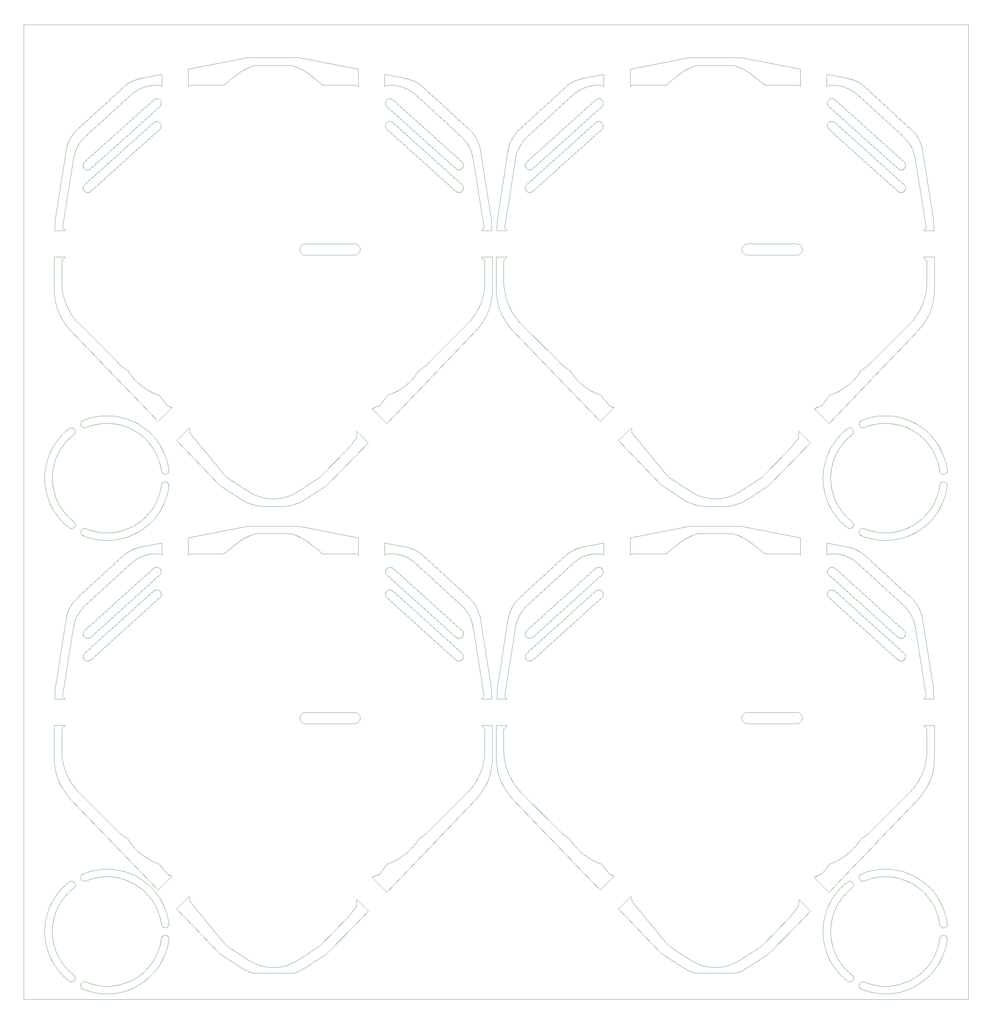
<source format=gm1>
G04 #@! TF.FileFunction,Profile,NP*
%FSLAX46Y46*%
G04 Gerber Fmt 4.6, Leading zero omitted, Abs format (unit mm)*
G04 Created by KiCad (PCBNEW 4.0.7-e2-6376~58~ubuntu16.04.1) date Sat Nov  3 10:32:11 2018*
%MOMM*%
%LPD*%
G01*
G04 APERTURE LIST*
%ADD10C,0.150000*%
%ADD11C,0.100000*%
G04 APERTURE END LIST*
D10*
D11*
X131735650Y18544200D02*
X131755310Y18169300D01*
X131601100Y18894700D02*
X131735650Y18544200D01*
X131364830Y19186500D02*
X131601100Y18894700D01*
X113083500Y35647000D02*
X131364830Y19186500D01*
X112768600Y35852000D02*
X113083500Y35647000D01*
X112405900Y35949000D02*
X112768600Y35852000D01*
X112031000Y35929000D02*
X112405900Y35949000D01*
X111680500Y35795000D02*
X112031000Y35929000D01*
X111388700Y35558000D02*
X111680500Y35795000D01*
X111184300Y35243000D02*
X111388700Y35558000D01*
X111087100Y34881000D02*
X111184300Y35243000D01*
X111106700Y34506000D02*
X111087100Y34881000D01*
X111241300Y34155000D02*
X111106700Y34506000D01*
X208271800Y48133000D02*
X207368300Y48790000D01*
X234494100Y-167048900D02*
X233718800Y-167699000D01*
X234712100Y-166890500D02*
X234494100Y-167048900D01*
X234697200Y-166864600D02*
X234712100Y-166890500D01*
X234716300Y-166846300D02*
X234697200Y-166864600D01*
X234763000Y-166794400D02*
X234716300Y-166846300D01*
X234805900Y-166739400D02*
X234763000Y-166794400D01*
X234845000Y-166681500D02*
X234805900Y-166739400D01*
X234879900Y-166621100D02*
X234845000Y-166681500D01*
X234910500Y-166558400D02*
X234879900Y-166621100D01*
X234936600Y-166493600D02*
X234910500Y-166558400D01*
X234958200Y-166427300D02*
X234936600Y-166493600D01*
X234975000Y-166359500D02*
X234958200Y-166427300D01*
X234987200Y-166290800D02*
X234975000Y-166359500D01*
X234994500Y-166221400D02*
X234987200Y-166290800D01*
X234996900Y-166151600D02*
X234994500Y-166221400D01*
X234994500Y-166081900D02*
X234996900Y-166151600D01*
X234987200Y-166012500D02*
X234994500Y-166081900D01*
X234975100Y-165943700D02*
X234987200Y-166012500D01*
X234958200Y-165876000D02*
X234975100Y-165943700D01*
X234936600Y-165809600D02*
X234958200Y-165876000D01*
X234910400Y-165744900D02*
X234936600Y-165809600D01*
X234879900Y-165682200D02*
X234910400Y-165744900D01*
X234845000Y-165621700D02*
X234879900Y-165682200D01*
X234805900Y-165563900D02*
X234845000Y-165621700D01*
X234763000Y-165508900D02*
X234805900Y-165563900D01*
X234716300Y-165457000D02*
X234763000Y-165508900D01*
X234666000Y-165408500D02*
X234716300Y-165457000D01*
X234612600Y-165363600D02*
X234666000Y-165408500D01*
X234556100Y-165322600D02*
X234612600Y-165363600D01*
X234496900Y-165285600D02*
X234556100Y-165322600D01*
X234435300Y-165252900D02*
X234496900Y-165285600D01*
X234371500Y-165224500D02*
X234435300Y-165252900D01*
X234305900Y-165200600D02*
X234371500Y-165224500D01*
X234238800Y-165181300D02*
X234305900Y-165200600D01*
X234170600Y-165166800D02*
X234238800Y-165181300D01*
X234101500Y-165157100D02*
X234170600Y-165166800D01*
X234031800Y-165152200D02*
X234101500Y-165157100D01*
X233962000Y-165152200D02*
X234031800Y-165152200D01*
X233892400Y-165157100D02*
X233962000Y-165152200D01*
X233823300Y-165166800D02*
X233892400Y-165157100D01*
X233755000Y-165181300D02*
X233823300Y-165166800D01*
X233729600Y-165188600D02*
X233755000Y-165181300D01*
X233707200Y-165149900D02*
X233729600Y-165188600D01*
X233262800Y-165472800D02*
X233707200Y-165149900D01*
X232380600Y-166213100D02*
X233262800Y-165472800D01*
X231552100Y-167013100D02*
X232380600Y-166213100D01*
X230781500Y-167869000D02*
X231552100Y-167013100D01*
X230072400Y-168777000D02*
X230781500Y-167869000D01*
X229428400Y-169731000D02*
X230072400Y-168777000D01*
X228852600Y-170729000D02*
X229428400Y-169731000D01*
X228347700Y-171764000D02*
X228852600Y-170729000D01*
X227916300Y-172832000D02*
X228347700Y-171764000D01*
X227560400Y-173927000D02*
X227916300Y-172832000D01*
X227281800Y-175044000D02*
X227560400Y-173927000D01*
X227081800Y-176179000D02*
X227281800Y-175044000D01*
X226961400Y-177324000D02*
X227081800Y-176179000D01*
X226921200Y-178475000D02*
X226961400Y-177324000D01*
X226961400Y-179626000D02*
X226921200Y-178475000D01*
X227081800Y-180771000D02*
X226961400Y-179626000D01*
X227281800Y-181906000D02*
X227081800Y-180771000D01*
X227560400Y-183023000D02*
X227281800Y-181906000D01*
X227916300Y-184118000D02*
X227560400Y-183023000D01*
X228347700Y-185186000D02*
X227916300Y-184118000D01*
X228852600Y-186221000D02*
X228347700Y-185186000D01*
X229428400Y-187219000D02*
X228852600Y-186221000D01*
X230072400Y-188173000D02*
X229428400Y-187219000D01*
X230781500Y-189081000D02*
X230072400Y-188173000D01*
X231552100Y-189937000D02*
X230781500Y-189081000D01*
X232380600Y-190737000D02*
X231552100Y-189937000D01*
X233262800Y-191477000D02*
X232380600Y-190737000D01*
X52840600Y-177474000D02*
X52770800Y-177474000D01*
X52910200Y-177470000D02*
X52840600Y-177474000D01*
X52979300Y-177460000D02*
X52910200Y-177470000D01*
X53047600Y-177445000D02*
X52979300Y-177460000D01*
X53114700Y-177426000D02*
X53047600Y-177445000D01*
X53180300Y-177402000D02*
X53114700Y-177426000D01*
X53244100Y-177374000D02*
X53180300Y-177402000D01*
X53305700Y-177341000D02*
X53244100Y-177374000D01*
X53364900Y-177304000D02*
X53305700Y-177341000D01*
X53421400Y-177263000D02*
X53364900Y-177304000D01*
X53474800Y-177218000D02*
X53421400Y-177263000D01*
X53525000Y-177170000D02*
X53474800Y-177218000D01*
X53571700Y-177118000D02*
X53525000Y-177170000D01*
X53614700Y-177063000D02*
X53571700Y-177118000D01*
X53653700Y-177005000D02*
X53614700Y-177063000D01*
X53688600Y-176944000D02*
X53653700Y-177005000D01*
X53719200Y-176882000D02*
X53688600Y-176944000D01*
X53745400Y-176817000D02*
X53719200Y-176882000D01*
X53766900Y-176751000D02*
X53745400Y-176817000D01*
X53773300Y-176725000D02*
X53766900Y-176751000D01*
X53818000Y-176725000D02*
X53773300Y-176725000D01*
X53760600Y-176179000D02*
X53818000Y-176725000D01*
X53560600Y-175044000D02*
X53760600Y-176179000D01*
X53282000Y-173927000D02*
X53560600Y-175044000D01*
X52926100Y-172832000D02*
X53282000Y-173927000D01*
X52494700Y-171764000D02*
X52926100Y-172832000D01*
X51989800Y-170729000D02*
X52494700Y-171764000D01*
X51414000Y-169731000D02*
X51989800Y-170729000D01*
X50770000Y-168777000D02*
X51414000Y-169731000D01*
X50060900Y-167869000D02*
X50770000Y-168777000D01*
X49290300Y-167013100D02*
X50060900Y-167869000D01*
X48461800Y-166213100D02*
X49290300Y-167013100D01*
X47579600Y-165472800D02*
X48461800Y-166213100D01*
X46647900Y-164795900D02*
X47579600Y-165472800D01*
X45671200Y-164185600D02*
X46647900Y-164795900D01*
X44654300Y-163644900D02*
X45671200Y-164185600D01*
X43602200Y-163176500D02*
X44654300Y-163644900D01*
X42520000Y-162782600D02*
X43602200Y-163176500D01*
X41412900Y-162465100D02*
X42520000Y-162782600D01*
X40286200Y-162225700D02*
X41412900Y-162465100D01*
X39146200Y-162065400D02*
X40286200Y-162225700D01*
X37997200Y-161985100D02*
X39146200Y-162065400D01*
X36845200Y-161985100D02*
X37997200Y-161985100D01*
X35696200Y-162065400D02*
X36845200Y-161985100D01*
X34556200Y-162225700D02*
X35696200Y-162065400D01*
X33429200Y-162465100D02*
X34556200Y-162225700D01*
X32322200Y-162782600D02*
X33429200Y-162465100D01*
X31240200Y-163176500D02*
X32322200Y-162782600D01*
X30738200Y-163399900D02*
X31240200Y-163176500D01*
X30760200Y-163438600D02*
X30738200Y-163399900D01*
X30741200Y-163457000D02*
X30760200Y-163438600D01*
X30695200Y-163508900D02*
X30741200Y-163457000D01*
X30652200Y-163563900D02*
X30695200Y-163508900D01*
X30613200Y-163621700D02*
X30652200Y-163563900D01*
X30578200Y-163682200D02*
X30613200Y-163621700D01*
X30547200Y-163744900D02*
X30578200Y-163682200D01*
X30521200Y-163809600D02*
X30547200Y-163744900D01*
X30500200Y-163876000D02*
X30521200Y-163809600D01*
X30483200Y-163943700D02*
X30500200Y-163876000D01*
X30471200Y-164012500D02*
X30483200Y-163943700D01*
X30463200Y-164081900D02*
X30471200Y-164012500D01*
X30461200Y-164151700D02*
X30463200Y-164081900D01*
X30463200Y-164221400D02*
X30461200Y-164151700D01*
X30471200Y-164290800D02*
X30463200Y-164221400D01*
X30483200Y-164359600D02*
X30471200Y-164290800D01*
X30500200Y-164427300D02*
X30483200Y-164359600D01*
X30521200Y-164493700D02*
X30500200Y-164427300D01*
X30547200Y-164558400D02*
X30521200Y-164493700D01*
X30578200Y-164621100D02*
X30547200Y-164558400D01*
X30613200Y-164681600D02*
X30578200Y-164621100D01*
X30652200Y-164739400D02*
X30613200Y-164681600D01*
X30695200Y-164794400D02*
X30652200Y-164739400D01*
X30741200Y-164846300D02*
X30695200Y-164794400D01*
X30792200Y-164894800D02*
X30741200Y-164846300D01*
X30845200Y-164939600D02*
X30792200Y-164894800D01*
X30902200Y-164980700D02*
X30845200Y-164939600D01*
X30961200Y-165017700D02*
X30902200Y-164980700D01*
X31022200Y-165050400D02*
X30961200Y-165017700D01*
X31086200Y-165078800D02*
X31022200Y-165050400D01*
X31152200Y-165102700D02*
X31086200Y-165078800D01*
X31219200Y-165121900D02*
X31152200Y-165102700D01*
X31287200Y-165136400D02*
X31219200Y-165121900D01*
X31356200Y-165146200D02*
X31287200Y-165136400D01*
X31426200Y-165151000D02*
X31356200Y-165146200D01*
X31496200Y-165151000D02*
X31426200Y-165151000D01*
X31565200Y-165146200D02*
X31496200Y-165151000D01*
X31634200Y-165136500D02*
X31565200Y-165146200D01*
X31703200Y-165121900D02*
X31634200Y-165136500D01*
X31728200Y-165114600D02*
X31703200Y-165121900D01*
X31743200Y-165140500D02*
X31728200Y-165114600D01*
X31989200Y-165030800D02*
X31743200Y-165140500D01*
X32940200Y-164684700D02*
X31989200Y-165030800D01*
X33913200Y-164405700D02*
X32940200Y-164684700D01*
X34903200Y-164195300D02*
X33913200Y-164405700D01*
X35905200Y-164054400D02*
X34903200Y-164195300D01*
X36915200Y-163983800D02*
X35905200Y-164054400D01*
X37927200Y-163983800D02*
X36915200Y-163983800D01*
X38937200Y-164054400D02*
X37927200Y-163983800D01*
X39939200Y-164195300D02*
X38937200Y-164054400D01*
X40929100Y-164405700D02*
X39939200Y-164195300D01*
X41901900Y-164684700D02*
X40929100Y-164405700D01*
X42853000Y-165030800D02*
X41901900Y-164684700D01*
X43777600Y-165442500D02*
X42853000Y-165030800D01*
X44671200Y-165917600D02*
X43777600Y-165442500D01*
X45529500Y-166454000D02*
X44671200Y-165917600D01*
X46348300Y-167048900D02*
X45529500Y-166454000D01*
X47123600Y-167699000D02*
X46348300Y-167048900D01*
X47851600Y-168402000D02*
X47123600Y-167699000D01*
X48528800Y-169155000D02*
X47851600Y-168402000D01*
X49151900Y-169952000D02*
X48528800Y-169155000D01*
X49717900Y-170791000D02*
X49151900Y-169952000D01*
X50223900Y-171668000D02*
X49717900Y-170791000D01*
X50667600Y-172577000D02*
X50223900Y-171668000D01*
X51046700Y-173516000D02*
X50667600Y-172577000D01*
X51359500Y-174478000D02*
X51046700Y-173516000D01*
X51604300Y-175460000D02*
X51359500Y-174478000D01*
X51780100Y-176457000D02*
X51604300Y-175460000D01*
X51808300Y-176725000D02*
X51780100Y-176457000D01*
X51838100Y-176725000D02*
X51808300Y-176725000D01*
X51844400Y-176751000D02*
X51838100Y-176725000D01*
X51866000Y-176817000D02*
X51844400Y-176751000D01*
X51892200Y-176882000D02*
X51866000Y-176817000D01*
X51922800Y-176944000D02*
X51892200Y-176882000D01*
X51957700Y-177005000D02*
X51922800Y-176944000D01*
X51996700Y-177063000D02*
X51957700Y-177005000D01*
X52039700Y-177118000D02*
X51996700Y-177063000D01*
X52086400Y-177170000D02*
X52039700Y-177118000D01*
X52136600Y-177218000D02*
X52086400Y-177170000D01*
X52190000Y-177263000D02*
X52136600Y-177218000D01*
X52246500Y-177304000D02*
X52190000Y-177263000D01*
X52305700Y-177341000D02*
X52246500Y-177304000D01*
X52367300Y-177374000D02*
X52305700Y-177341000D01*
X52431100Y-177402000D02*
X52367300Y-177374000D01*
X52496700Y-177426000D02*
X52431100Y-177402000D01*
X52563800Y-177445000D02*
X52496700Y-177426000D01*
X52632100Y-177460000D02*
X52563800Y-177445000D01*
X52701200Y-177470000D02*
X52632100Y-177460000D01*
X52770800Y-177474000D02*
X52701200Y-177470000D01*
X258840200Y-177474000D02*
X258771200Y-177474000D01*
X258910200Y-177470000D02*
X258840200Y-177474000D01*
X258979200Y-177460000D02*
X258910200Y-177470000D01*
X259047200Y-177445000D02*
X258979200Y-177460000D01*
X259115200Y-177426000D02*
X259047200Y-177445000D01*
X259180200Y-177402000D02*
X259115200Y-177426000D01*
X259244200Y-177374000D02*
X259180200Y-177402000D01*
X259305200Y-177341000D02*
X259244200Y-177374000D01*
X259365200Y-177304000D02*
X259305200Y-177341000D01*
X259421200Y-177263000D02*
X259365200Y-177304000D01*
X259475200Y-177218000D02*
X259421200Y-177263000D01*
X259525200Y-177170000D02*
X259475200Y-177218000D01*
X259572200Y-177118000D02*
X259525200Y-177170000D01*
X259615200Y-177063000D02*
X259572200Y-177118000D01*
X259654200Y-177005000D02*
X259615200Y-177063000D01*
X259688200Y-176944000D02*
X259654200Y-177005000D01*
X259719200Y-176882000D02*
X259688200Y-176944000D01*
X259745200Y-176817000D02*
X259719200Y-176882000D01*
X259767200Y-176751000D02*
X259745200Y-176817000D01*
X259773200Y-176725000D02*
X259767200Y-176751000D01*
X259818200Y-176725000D02*
X259773200Y-176725000D01*
X259760200Y-176179000D02*
X259818200Y-176725000D01*
X259560200Y-175044000D02*
X259760200Y-176179000D01*
X259282200Y-173927000D02*
X259560200Y-175044000D01*
X258926200Y-172832000D02*
X259282200Y-173927000D01*
X258494200Y-171764000D02*
X258926200Y-172832000D01*
X257990200Y-170729000D02*
X258494200Y-171764000D01*
X257414200Y-169731000D02*
X257990200Y-170729000D01*
X256770200Y-168777000D02*
X257414200Y-169731000D01*
X256061200Y-167869000D02*
X256770200Y-168777000D01*
X255290200Y-167013100D02*
X256061200Y-167869000D01*
X254462200Y-166213100D02*
X255290200Y-167013100D01*
X253579200Y-165472800D02*
X254462200Y-166213100D01*
X252648200Y-164795900D02*
X253579200Y-165472800D01*
X251671200Y-164185600D02*
X252648200Y-164795900D01*
X250654200Y-163644900D02*
X251671200Y-164185600D01*
X249602200Y-163176500D02*
X250654200Y-163644900D01*
X248520200Y-162782600D02*
X249602200Y-163176500D01*
X247413200Y-162465100D02*
X248520200Y-162782600D01*
X246286200Y-162225700D02*
X247413200Y-162465100D01*
X245146200Y-162065400D02*
X246286200Y-162225700D01*
X243997200Y-161985100D02*
X245146200Y-162065400D01*
X242845200Y-161985100D02*
X243997200Y-161985100D01*
X241696200Y-162065400D02*
X242845200Y-161985100D01*
X240556200Y-162225700D02*
X241696200Y-162065400D01*
X239429500Y-162465100D02*
X240556200Y-162225700D01*
X238322400Y-162782600D02*
X239429500Y-162465100D01*
X237240200Y-163176500D02*
X238322400Y-162782600D01*
X236738300Y-163399900D02*
X237240200Y-163176500D01*
X236760700Y-163438600D02*
X236738300Y-163399900D01*
X236741700Y-163457000D02*
X236760700Y-163438600D01*
X236695000Y-163508900D02*
X236741700Y-163457000D01*
X236652000Y-163563900D02*
X236695000Y-163508900D01*
X236613000Y-163621700D02*
X236652000Y-163563900D01*
X236578100Y-163682200D02*
X236613000Y-163621700D01*
X236547500Y-163744900D02*
X236578100Y-163682200D01*
X236521300Y-163809600D02*
X236547500Y-163744900D01*
X236499700Y-163876000D02*
X236521300Y-163809600D01*
X236482900Y-163943700D02*
X236499700Y-163876000D01*
X236470700Y-164012500D02*
X236482900Y-163943700D01*
X236463500Y-164081900D02*
X236470700Y-164012500D01*
X236461000Y-164151700D02*
X236463500Y-164081900D01*
X236463400Y-164221400D02*
X236461000Y-164151700D01*
X236470700Y-164290800D02*
X236463400Y-164221400D01*
X236482900Y-164359600D02*
X236470700Y-164290800D01*
X236499700Y-164427300D02*
X236482900Y-164359600D01*
X236521300Y-164493700D02*
X236499700Y-164427300D01*
X236547500Y-164558400D02*
X236521300Y-164493700D01*
X236578000Y-164621100D02*
X236547500Y-164558400D01*
X236612900Y-164681600D02*
X236578000Y-164621100D01*
X236652000Y-164739400D02*
X236612900Y-164681600D01*
X236695000Y-164794400D02*
X236652000Y-164739400D01*
X236741700Y-164846300D02*
X236695000Y-164794400D01*
X236791900Y-164894800D02*
X236741700Y-164846300D01*
X236845300Y-164939600D02*
X236791900Y-164894800D01*
X236901800Y-164980700D02*
X236845300Y-164939600D01*
X236961000Y-165017700D02*
X236901800Y-164980700D01*
X237022600Y-165050400D02*
X236961000Y-165017700D01*
X237086400Y-165078800D02*
X237022600Y-165050400D01*
X237152000Y-165102700D02*
X237086400Y-165078800D01*
X237219100Y-165121900D02*
X237152000Y-165102700D01*
X237287300Y-165136400D02*
X237219100Y-165121900D01*
X237356500Y-165146200D02*
X237287300Y-165136400D01*
X237426100Y-165151000D02*
X237356500Y-165146200D01*
X237495900Y-165151000D02*
X237426100Y-165151000D01*
X237565500Y-165146200D02*
X237495900Y-165151000D01*
X237634700Y-165136500D02*
X237565500Y-165146200D01*
X237702900Y-165121900D02*
X237634700Y-165136500D01*
X237728300Y-165114600D02*
X237702900Y-165121900D01*
X237743200Y-165140500D02*
X237728300Y-165114600D01*
X237989400Y-165030800D02*
X237743200Y-165140500D01*
X238940500Y-164684700D02*
X237989400Y-165030800D01*
X239913300Y-164405700D02*
X238940500Y-164684700D01*
X240903200Y-164195300D02*
X239913300Y-164405700D01*
X241905200Y-164054400D02*
X240903200Y-164195300D01*
X242915200Y-163983800D02*
X241905200Y-164054400D01*
X243927200Y-163983800D02*
X242915200Y-163983800D01*
X244937200Y-164054400D02*
X243927200Y-163983800D01*
X245939200Y-164195300D02*
X244937200Y-164054400D01*
X246929200Y-164405700D02*
X245939200Y-164195300D01*
X247902200Y-164684700D02*
X246929200Y-164405700D01*
X248853200Y-165030800D02*
X247902200Y-164684700D01*
X249777200Y-165442500D02*
X248853200Y-165030800D01*
X250671200Y-165917600D02*
X249777200Y-165442500D01*
X251529200Y-166454000D02*
X250671200Y-165917600D01*
X252348200Y-167048900D02*
X251529200Y-166454000D01*
X253123200Y-167699000D02*
X252348200Y-167048900D01*
X253851200Y-168402000D02*
X253123200Y-167699000D01*
X254529200Y-169155000D02*
X253851200Y-168402000D01*
X255152200Y-169952000D02*
X254529200Y-169155000D01*
X255718200Y-170791000D02*
X255152200Y-169952000D01*
X256224200Y-171668000D02*
X255718200Y-170791000D01*
X256667200Y-172577000D02*
X256224200Y-171668000D01*
X257047200Y-173516000D02*
X256667200Y-172577000D01*
X257359200Y-174478000D02*
X257047200Y-173516000D01*
X257604200Y-175460000D02*
X257359200Y-174478000D01*
X257780200Y-176457000D02*
X257604200Y-175460000D01*
X257808200Y-176725000D02*
X257780200Y-176457000D01*
X257838200Y-176725000D02*
X257808200Y-176725000D01*
X257844200Y-176751000D02*
X257838200Y-176725000D01*
X257866200Y-176817000D02*
X257844200Y-176751000D01*
X257892200Y-176882000D02*
X257866200Y-176817000D01*
X257923200Y-176944000D02*
X257892200Y-176882000D01*
X257957200Y-177005000D02*
X257923200Y-176944000D01*
X257996200Y-177063000D02*
X257957200Y-177005000D01*
X258039200Y-177118000D02*
X257996200Y-177063000D01*
X258086200Y-177170000D02*
X258039200Y-177118000D01*
X258136200Y-177218000D02*
X258086200Y-177170000D01*
X258190200Y-177263000D02*
X258136200Y-177218000D01*
X258246200Y-177304000D02*
X258190200Y-177263000D01*
X258306200Y-177341000D02*
X258246200Y-177304000D01*
X258367200Y-177374000D02*
X258306200Y-177341000D01*
X258431200Y-177402000D02*
X258367200Y-177374000D01*
X258496200Y-177426000D02*
X258431200Y-177402000D01*
X258564200Y-177445000D02*
X258496200Y-177426000D01*
X258632200Y-177460000D02*
X258564200Y-177445000D01*
X258701200Y-177470000D02*
X258632200Y-177460000D01*
X258771200Y-177474000D02*
X258701200Y-177470000D01*
X228453000Y-168057000D02*
X224571800Y-164175900D01*
X251930200Y-143589500D02*
X228453000Y-168057000D01*
X252678200Y-142759600D02*
X251930200Y-143589500D01*
X253365200Y-141879600D02*
X252678200Y-142759600D01*
X253990200Y-140953700D02*
X253365200Y-141879600D01*
X254548200Y-139986500D02*
X253990200Y-140953700D01*
X255038200Y-138982800D02*
X254548200Y-139986500D01*
X255456200Y-137947300D02*
X255038200Y-138982800D01*
X255801200Y-136885200D02*
X255456200Y-137947300D01*
X256071200Y-135801600D02*
X255801200Y-136885200D01*
X256265200Y-134701800D02*
X256071200Y-135801600D01*
X256382200Y-133591100D02*
X256265200Y-134701800D01*
X256421200Y-132475000D02*
X256382200Y-133591100D01*
X256421200Y-123975000D02*
X256421200Y-132475000D01*
X253549200Y-123975000D02*
X256421200Y-123975000D01*
X253567200Y-124001700D02*
X253549200Y-123975000D01*
X253825200Y-124331700D02*
X253567200Y-124001700D01*
X254105200Y-124642900D02*
X253825200Y-124331700D01*
X254406200Y-124933900D02*
X254105200Y-124642900D01*
X254421200Y-124946300D02*
X254406200Y-124933900D01*
X254421200Y-130475000D02*
X254421200Y-124946300D01*
X254382200Y-131591100D02*
X254421200Y-130475000D01*
X254265200Y-132701800D02*
X254382200Y-131591100D01*
X254071200Y-133801600D02*
X254265200Y-132701800D01*
X253801200Y-134885200D02*
X254071200Y-133801600D01*
X253456200Y-135947300D02*
X253801200Y-134885200D01*
X253038200Y-136982800D02*
X253456200Y-135947300D01*
X252548200Y-137986500D02*
X253038200Y-136982800D01*
X251990200Y-138953700D02*
X252548200Y-137986500D01*
X251365200Y-139879600D02*
X251990200Y-138953700D01*
X250678200Y-140759600D02*
X251365200Y-139879600D01*
X249930200Y-141589500D02*
X250678200Y-140759600D01*
X239930600Y-151589500D02*
X249930200Y-141589500D01*
X239127300Y-152365300D02*
X239930600Y-151589500D01*
X238271800Y-153083200D02*
X239127300Y-152365300D01*
X192427500Y50360000D02*
X191407300Y49906000D01*
X48002000Y45228000D02*
X47331000Y45036000D01*
X72474100Y48790000D02*
X71570600Y48133000D01*
X119112500Y42956000D02*
X118577800Y43405000D01*
X29286200Y28592400D02*
X29024200Y27945200D01*
X103462700Y45519000D02*
X94539600Y45519000D01*
X44675100Y46797000D02*
X45331000Y47036000D01*
X162331000Y47036000D02*
X163002000Y47228000D01*
X161675100Y46797000D02*
X162331000Y47036000D01*
X32031200Y23120900D02*
X31680200Y23255500D01*
X149405960Y23101300D02*
X149031030Y23120900D01*
X149768610Y23198400D02*
X149405960Y23101300D01*
X150083480Y23402900D02*
X149768610Y23198400D01*
X168364800Y39864000D02*
X150083480Y23402900D01*
X168601100Y40155000D02*
X168364800Y39864000D01*
X168735700Y40506000D02*
X168601100Y40155000D01*
X159829300Y45815000D02*
X160421200Y46185000D01*
X159264600Y45405000D02*
X159829300Y45815000D01*
X28761200Y32953000D02*
X29228200Y33472000D01*
X248614200Y31471600D02*
X248112200Y31956500D01*
X249081200Y30952900D02*
X248614200Y31471600D01*
X249511200Y30402900D02*
X249081200Y30952900D01*
X249901200Y29824200D02*
X249511200Y30402900D01*
X235013100Y43815000D02*
X234421200Y44185000D01*
X235577800Y43405000D02*
X235013100Y43815000D01*
X236112500Y42956000D02*
X235577800Y43405000D01*
X248112200Y31956500D02*
X236112500Y42956000D01*
X232511400Y45036000D02*
X231840400Y45228000D01*
X233167300Y44797000D02*
X232511400Y45036000D01*
X233804900Y44513000D02*
X233167300Y44797000D01*
X234421200Y44185000D02*
X233804900Y44513000D01*
X27941200Y31824200D02*
X28331200Y32402900D01*
X161037500Y46513000D02*
X161675100Y46797000D01*
X160421200Y46185000D02*
X161037500Y46513000D01*
X45331000Y47036000D02*
X46002000Y47228000D01*
X137105160Y7693000D02*
X137188600Y7773500D01*
X137188600Y7773500D02*
X134323880Y25916700D01*
X131112500Y31956500D02*
X119112500Y42956000D01*
X58921200Y45156000D02*
X58921200Y49742000D01*
X133677900Y-16759600D02*
X134365460Y-15879600D01*
X132930630Y-17589500D02*
X133677900Y-16759600D01*
X122930600Y-27589500D02*
X132930630Y-17589500D01*
X122127300Y-28365300D02*
X122930600Y-27589500D01*
X121271800Y-29083200D02*
X122127300Y-28365300D01*
X120368300Y-29739600D02*
X121271800Y-29083200D01*
X119964000Y-29992200D02*
X120368300Y-29739600D01*
X119365500Y-30879600D02*
X119964000Y-29992200D01*
X118677900Y-31759600D02*
X119365500Y-30879600D01*
X117930600Y-32589500D02*
X118677900Y-31759600D01*
X117127300Y-33365300D02*
X117930600Y-32589500D01*
X116271800Y-34083200D02*
X117127300Y-33365300D01*
X115368300Y-34739600D02*
X116271800Y-34083200D01*
X114421200Y-35331400D02*
X115368300Y-34739600D01*
X113435100Y-35855700D02*
X114421200Y-35331400D01*
X112414900Y-36309900D02*
X113435100Y-35855700D01*
X111533200Y-36630800D02*
X112414900Y-36309900D01*
X111365500Y-36879600D02*
X111533200Y-36630800D01*
X109594400Y-39305000D02*
X111365500Y-36879600D01*
X109294600Y-39391000D02*
X109594400Y-39305000D01*
X108737000Y-39593900D02*
X109294600Y-39391000D01*
X108195000Y-39835200D02*
X108737000Y-39593900D01*
X107671200Y-40113800D02*
X108195000Y-39835200D01*
X107571800Y-40175900D02*
X107671200Y-40113800D01*
X228453000Y-44057000D02*
X224571800Y-40175900D01*
X251930200Y-19589500D02*
X228453000Y-44057000D01*
X252678200Y-18759600D02*
X251930200Y-19589500D01*
X253365200Y-17879600D02*
X252678200Y-18759600D01*
X253990200Y-16953700D02*
X253365200Y-17879600D01*
X254548200Y-15986500D02*
X253990200Y-16953700D01*
X255038200Y-14982800D02*
X254548200Y-15986500D01*
X255456200Y-13947300D02*
X255038200Y-14982800D01*
X255801200Y-12885200D02*
X255456200Y-13947300D01*
X256071200Y-11801600D02*
X255801200Y-12885200D01*
X238112500Y44956000D02*
X250112200Y33956000D01*
X237577800Y45405000D02*
X238112500Y44956000D01*
X237013100Y45815000D02*
X237577800Y45405000D01*
X236421200Y46185000D02*
X237013100Y45815000D01*
X235804900Y46513000D02*
X236421200Y46185000D01*
X158729900Y44956000D02*
X159264600Y45405000D01*
X146729900Y33956000D02*
X158729900Y44956000D01*
X148087090Y18169300D02*
X148106750Y18544200D01*
X148184280Y17806600D02*
X148087090Y18169300D01*
X148388760Y17491800D02*
X148184280Y17806600D01*
X148680520Y17255500D02*
X148388760Y17491800D01*
X149031030Y17120900D02*
X148680520Y17255500D01*
X130436440Y23101300D02*
X130073800Y23198400D01*
X130811370Y23120900D02*
X130436440Y23101300D01*
X131161880Y23255500D02*
X130811370Y23120900D01*
X131453640Y23491800D02*
X131161880Y23255500D01*
X133112500Y33956000D02*
X133614590Y33472000D01*
X121112500Y44956000D02*
X133112500Y33956000D01*
X265421200Y61525000D02*
X15421200Y61525000D01*
X15421200Y61525000D02*
X15421200Y-196475000D01*
X132081630Y30952900D02*
X131614590Y31471600D01*
X191407300Y49906000D02*
X190421200Y49381000D01*
X91271800Y48133000D02*
X90368300Y48790000D01*
X27286200Y30592400D02*
X27592200Y31219700D01*
X75427500Y50360000D02*
X74407300Y49906000D01*
X211539600Y45519000D02*
X208271800Y48133000D01*
X44037500Y46513000D02*
X44675100Y46797000D01*
X31680200Y17255500D02*
X31389200Y17491800D01*
X32031200Y17120900D02*
X31680200Y17255500D01*
X149405960Y17101300D02*
X149031030Y17120900D01*
X149768610Y17198400D02*
X149405960Y17101300D01*
X150083480Y17402900D02*
X149768610Y17198400D01*
X168364800Y33864000D02*
X150083480Y17402900D01*
X168601100Y34155000D02*
X168364800Y33864000D01*
X168735700Y34506000D02*
X168601100Y34155000D01*
X168755300Y34881000D02*
X168735700Y34506000D01*
X168658100Y35243000D02*
X168755300Y34881000D01*
X166375900Y45470000D02*
X165684700Y45373000D01*
X167072200Y45519000D02*
X166375900Y45470000D01*
X168462700Y45519000D02*
X167072200Y45519000D01*
X168727200Y45297000D02*
X168462700Y45519000D01*
X134202660Y26604100D02*
X134033810Y27281400D01*
X112031000Y41929000D02*
X112405900Y41949000D01*
X111680500Y41795000D02*
X112031000Y41929000D01*
X111388700Y41558000D02*
X111680500Y41795000D01*
X111184300Y41243000D02*
X111388700Y41558000D01*
X111087100Y40881000D02*
X111184300Y41243000D01*
X111106700Y40506000D02*
X111087100Y40881000D01*
X111241300Y40155000D02*
X111106700Y40506000D01*
X111477600Y39864000D02*
X111241300Y40155000D01*
X136824930Y7381700D02*
X137105160Y7693000D01*
X25654200Y7773500D02*
X25737200Y7693000D01*
X51453700Y-82441700D02*
X51658100Y-82756600D01*
X51161900Y-82205500D02*
X51453700Y-82441700D01*
X50811400Y-82070900D02*
X51161900Y-82205500D01*
X50436500Y-82051300D02*
X50811400Y-82070900D01*
X50073800Y-82148400D02*
X50436500Y-82051300D01*
X49758900Y-82352900D02*
X50073800Y-82148400D01*
X31477200Y-98813500D02*
X49758900Y-82352900D01*
X31241200Y-99105300D02*
X31477200Y-98813500D01*
X31107200Y-99455800D02*
X31241200Y-99105300D01*
X31087200Y-99830700D02*
X31107200Y-99455800D01*
X31184200Y-100193400D02*
X31087200Y-99830700D01*
X31389200Y-100508200D02*
X31184200Y-100193400D01*
X31680200Y-100744500D02*
X31389200Y-100508200D01*
X32031200Y-100879100D02*
X31680200Y-100744500D01*
X130436440Y-100898700D02*
X130073800Y-100801600D01*
X130811370Y-100879100D02*
X130436440Y-100898700D01*
X131161880Y-100744500D02*
X130811370Y-100879100D01*
X131453640Y-100508200D02*
X131161880Y-100744500D01*
X131658120Y-100193400D02*
X131453640Y-100508200D01*
X131755310Y-99830700D02*
X131658120Y-100193400D01*
X131735650Y-99455800D02*
X131755310Y-99830700D01*
X131601100Y-99105300D02*
X131735650Y-99455800D01*
X131364830Y-98813500D02*
X131601100Y-99105300D01*
X113083500Y-82352900D02*
X131364830Y-98813500D01*
X112768600Y-82148400D02*
X113083500Y-82352900D01*
X112405900Y-82051300D02*
X112768600Y-82148400D01*
X112031000Y-82070900D02*
X112405900Y-82051300D01*
X111680500Y-82205500D02*
X112031000Y-82070900D01*
X111388700Y-82441700D02*
X111680500Y-82205500D01*
X111184300Y-82756600D02*
X111388700Y-82441700D01*
X111087100Y-83119300D02*
X111184300Y-82756600D01*
X111106700Y-83494200D02*
X111087100Y-83119300D01*
X111241300Y-83844700D02*
X111106700Y-83494200D01*
X111477600Y-84136500D02*
X111241300Y-83844700D01*
X129758900Y-100597100D02*
X111477600Y-84136500D01*
X130073800Y-100801600D02*
X129758900Y-100597100D01*
X26293200Y-116975000D02*
X23580200Y-116975000D01*
X26275200Y-116948300D02*
X26293200Y-116975000D01*
X26017200Y-116618300D02*
X26275200Y-116948300D01*
X25737200Y-116307000D02*
X26017200Y-116618300D01*
X25654200Y-116226500D02*
X25737200Y-116307000D01*
X28518200Y-98083300D02*
X25654200Y-116226500D01*
X28640200Y-97395900D02*
X28518200Y-98083300D01*
X28808200Y-96718600D02*
X28640200Y-97395900D01*
X29024200Y-96054800D02*
X28808200Y-96718600D01*
X29286200Y-95407600D02*
X29024200Y-96054800D01*
X29592200Y-94780300D02*
X29286200Y-95407600D01*
X29941200Y-94175800D02*
X29592200Y-94780300D01*
X30331200Y-93597100D02*
X29941200Y-94175800D01*
X30761200Y-93047100D02*
X30331200Y-93597100D01*
X31228200Y-92528400D02*
X30761200Y-93047100D01*
X31730200Y-92043500D02*
X31228200Y-92528400D01*
X43729900Y-81043500D02*
X31730200Y-92043500D01*
X44264600Y-80594900D02*
X43729900Y-81043500D01*
X44829300Y-80184600D02*
X44264600Y-80594900D01*
X45421200Y-79814800D02*
X44829300Y-80184600D01*
X46037500Y-79487100D02*
X45421200Y-79814800D01*
X46675100Y-79203200D02*
X46037500Y-79487100D01*
X47331000Y-78964400D02*
X46675100Y-79203200D01*
X48002000Y-78772000D02*
X47331000Y-78964400D01*
X48684700Y-78626900D02*
X48002000Y-78772000D01*
X49375900Y-78529800D02*
X48684700Y-78626900D01*
X50072200Y-78481100D02*
X49375900Y-78529800D01*
X51462700Y-78481100D02*
X50072200Y-78481100D01*
X51727200Y-78703100D02*
X51462700Y-78481100D01*
X51921200Y-78844000D02*
X51727200Y-78703100D01*
X51921200Y-75613340D02*
X51921200Y-78844000D01*
X46684700Y-76626930D02*
X51921200Y-75613340D01*
X46002000Y-76772040D02*
X46684700Y-76626930D01*
X45331000Y-76964440D02*
X46002000Y-76772040D01*
X44675100Y-77203160D02*
X45331000Y-76964440D01*
X44037500Y-77487100D02*
X44675100Y-77203160D01*
X43421200Y-77814800D02*
X44037500Y-77487100D01*
X42829300Y-78184600D02*
X43421200Y-77814800D01*
X42264600Y-78594900D02*
X42829300Y-78184600D01*
X41729900Y-79043500D02*
X42264600Y-78594900D01*
X29730200Y-90043500D02*
X41729900Y-79043500D01*
X29228200Y-90528400D02*
X29730200Y-90043500D01*
X28761200Y-91047100D02*
X29228200Y-90528400D01*
X28331200Y-91597100D02*
X28761200Y-91047100D01*
X27941200Y-92175800D02*
X28331200Y-91597100D01*
X27592200Y-92780300D02*
X27941200Y-92175800D01*
X27286200Y-93407600D02*
X27592200Y-92780300D01*
X27024200Y-94054800D02*
X27286200Y-93407600D01*
X26808200Y-94718600D02*
X27024200Y-94054800D01*
X26640200Y-95395900D02*
X26808200Y-94718600D01*
X26518200Y-96083300D02*
X26640200Y-95395900D01*
X23654200Y-114226500D02*
X26518200Y-96083300D01*
X23580200Y-116975000D02*
X23654200Y-114226500D01*
X139261910Y-116975000D02*
X136549070Y-116975000D01*
X139188600Y-114226500D02*
X139261910Y-116975000D01*
X136323880Y-96083300D02*
X139188600Y-114226500D01*
X136202660Y-95395900D02*
X136323880Y-96083300D01*
X136033810Y-94718600D02*
X136202660Y-95395900D01*
X135818110Y-94054800D02*
X136033810Y-94718600D01*
X135556650Y-93407600D02*
X135818110Y-94054800D01*
X135250670Y-92780300D02*
X135556650Y-93407600D01*
X134901670Y-92175800D02*
X135250670Y-92780300D01*
X134511360Y-91597100D02*
X134901670Y-92175800D01*
X134081630Y-91047100D02*
X134511360Y-91597100D01*
X133614590Y-90528400D02*
X134081630Y-91047100D01*
X133112500Y-90043500D02*
X133614590Y-90528400D01*
X121112500Y-79043500D02*
X133112500Y-90043500D01*
X120577800Y-78594900D02*
X121112500Y-79043500D01*
X120013100Y-78184600D02*
X120577800Y-78594900D01*
X119421200Y-77814800D02*
X120013100Y-78184600D01*
X118804900Y-77487100D02*
X119421200Y-77814800D01*
X118167300Y-77203160D02*
X118804900Y-77487100D01*
X117511400Y-76964440D02*
X118167300Y-77203160D01*
X116840400Y-76772040D02*
X117511400Y-76964440D01*
X116157700Y-76626930D02*
X116840400Y-76772040D01*
X110921200Y-75613340D02*
X116157700Y-76626930D01*
X110921200Y-78844000D02*
X110921200Y-75613340D01*
X111115200Y-78703100D02*
X110921200Y-78844000D01*
X111379700Y-78481100D02*
X111115200Y-78703100D01*
X112770200Y-78481100D02*
X111379700Y-78481100D01*
X113466500Y-78529800D02*
X112770200Y-78481100D01*
X114157700Y-78626900D02*
X113466500Y-78529800D01*
X114840400Y-78772000D02*
X114157700Y-78626900D01*
X115511400Y-78964400D02*
X114840400Y-78772000D01*
X116167300Y-79203200D02*
X115511400Y-78964400D01*
X116804900Y-79487100D02*
X116167300Y-79203200D01*
X117421200Y-79814800D02*
X116804900Y-79487100D01*
X118013100Y-80184600D02*
X117421200Y-79814800D01*
X118577800Y-80594900D02*
X118013100Y-80184600D01*
X119112500Y-81043500D02*
X118577800Y-80594900D01*
X131112500Y-92043500D02*
X119112500Y-81043500D01*
X131614590Y-92528400D02*
X131112500Y-92043500D01*
X132081630Y-93047100D02*
X131614590Y-92528400D01*
X132511360Y-93597100D02*
X132081630Y-93047100D01*
X132901670Y-94175800D02*
X132511360Y-93597100D01*
X133250670Y-94780300D02*
X132901670Y-94175800D01*
X133556650Y-95407600D02*
X133250670Y-94780300D01*
X133818110Y-96054800D02*
X133556650Y-95407600D01*
X134033810Y-96718600D02*
X133818110Y-96054800D01*
X134202660Y-97395900D02*
X134033810Y-96718600D01*
X134323880Y-98083300D02*
X134202660Y-97395900D01*
X137188600Y-116226500D02*
X134323880Y-98083300D01*
X137105160Y-116307000D02*
X137188600Y-116226500D01*
X136824930Y-116618300D02*
X137105160Y-116307000D01*
X136567090Y-116948300D02*
X136824930Y-116618300D01*
X136549070Y-116975000D02*
X136567090Y-116948300D01*
X143293330Y-116975000D02*
X140580486Y-116975000D01*
X143275310Y-116948300D02*
X143293330Y-116975000D01*
X143017470Y-116618300D02*
X143275310Y-116948300D01*
X142737240Y-116307000D02*
X143017470Y-116618300D01*
X142653800Y-116226500D02*
X142737240Y-116307000D01*
X145518520Y-98083300D02*
X142653800Y-116226500D01*
X145639740Y-97395900D02*
X145518520Y-98083300D01*
X145808590Y-96718600D02*
X145639740Y-97395900D01*
X146024290Y-96054800D02*
X145808590Y-96718600D01*
X146285750Y-95407600D02*
X146024290Y-96054800D01*
X146591730Y-94780300D02*
X146285750Y-95407600D01*
X146940730Y-94175800D02*
X146591730Y-94780300D01*
X147331040Y-93597100D02*
X146940730Y-94175800D01*
X147760770Y-93047100D02*
X147331040Y-93597100D01*
X148227810Y-92528400D02*
X147760770Y-93047100D01*
X148729900Y-92043500D02*
X148227810Y-92528400D01*
X160729900Y-81043500D02*
X148729900Y-92043500D01*
X161264600Y-80594900D02*
X160729900Y-81043500D01*
X161829300Y-80184600D02*
X161264600Y-80594900D01*
X162421200Y-79814800D02*
X161829300Y-80184600D01*
X163037500Y-79487100D02*
X162421200Y-79814800D01*
X163675100Y-79203200D02*
X163037500Y-79487100D01*
X164331000Y-78964400D02*
X163675100Y-79203200D01*
X165002000Y-78772000D02*
X164331000Y-78964400D01*
X165684700Y-78626900D02*
X165002000Y-78772000D01*
X166375900Y-78529800D02*
X165684700Y-78626900D01*
X167072200Y-78481100D02*
X166375900Y-78529800D01*
X168462700Y-78481100D02*
X167072200Y-78481100D01*
X168727200Y-78703100D02*
X168462700Y-78481100D01*
X168921200Y-78844000D02*
X168727200Y-78703100D01*
X168921200Y-75613340D02*
X168921200Y-78844000D01*
X163684700Y-76626930D02*
X168921200Y-75613340D01*
X163002000Y-76772040D02*
X163684700Y-76626930D01*
X162331000Y-76964440D02*
X163002000Y-76772040D01*
X161675100Y-77203160D02*
X162331000Y-76964440D01*
X161037500Y-77487100D02*
X161675100Y-77203160D01*
X160421200Y-77814800D02*
X161037500Y-77487100D01*
X159829300Y-78184600D02*
X160421200Y-77814800D01*
X159264600Y-78594900D02*
X159829300Y-78184600D01*
X158729900Y-79043500D02*
X159264600Y-78594900D01*
X146729900Y-90043500D02*
X158729900Y-79043500D01*
X146227810Y-90528400D02*
X146729900Y-90043500D01*
X145760770Y-91047100D02*
X146227810Y-90528400D01*
X145331040Y-91597100D02*
X145760770Y-91047100D01*
X144940730Y-92175800D02*
X145331040Y-91597100D01*
X144591730Y-92780300D02*
X144940730Y-92175800D01*
X144285750Y-93407600D02*
X144591730Y-92780300D01*
X144024290Y-94054800D02*
X144285750Y-93407600D01*
X143808590Y-94718600D02*
X144024290Y-94054800D01*
X143639740Y-95395900D02*
X143808590Y-94718600D01*
X143518520Y-96083300D02*
X143639740Y-95395900D01*
X140653805Y-114226500D02*
X143518520Y-96083300D01*
X140580486Y-116975000D02*
X140653805Y-114226500D01*
X256262200Y-116975000D02*
X253549200Y-116975000D01*
X256188200Y-114226500D02*
X256262200Y-116975000D01*
X253324200Y-96083300D02*
X256188200Y-114226500D01*
X253202200Y-95395900D02*
X253324200Y-96083300D01*
X253034200Y-94718600D02*
X253202200Y-95395900D01*
X252818200Y-94054800D02*
X253034200Y-94718600D01*
X252556200Y-93407600D02*
X252818200Y-94054800D01*
X252250200Y-92780300D02*
X252556200Y-93407600D01*
X251901200Y-92175800D02*
X252250200Y-92780300D01*
X251511200Y-91597100D02*
X251901200Y-92175800D01*
X251081200Y-91047100D02*
X251511200Y-91597100D01*
X250614200Y-90528400D02*
X251081200Y-91047100D01*
X250112200Y-90043500D02*
X250614200Y-90528400D01*
X238112500Y-79043500D02*
X250112200Y-90043500D01*
X237577800Y-78594900D02*
X238112500Y-79043500D01*
X237013100Y-78184600D02*
X237577800Y-78594900D01*
X236421200Y-77814800D02*
X237013100Y-78184600D01*
X235804900Y-77487100D02*
X236421200Y-77814800D01*
X235167300Y-77203160D02*
X235804900Y-77487100D01*
X234511400Y-76964440D02*
X235167300Y-77203160D01*
X233840400Y-76772040D02*
X234511400Y-76964440D01*
X233157700Y-76626930D02*
X233840400Y-76772040D01*
X227921200Y-75613340D02*
X233157700Y-76626930D01*
X227921200Y-78844000D02*
X227921200Y-75613340D01*
X228115200Y-78703100D02*
X227921200Y-78844000D01*
X228379700Y-78481100D02*
X228115200Y-78703100D01*
X229770200Y-78481100D02*
X228379700Y-78481100D01*
X230466500Y-78529800D02*
X229770200Y-78481100D01*
X231157700Y-78626900D02*
X230466500Y-78529800D01*
X231840400Y-78772000D02*
X231157700Y-78626900D01*
X232511400Y-78964400D02*
X231840400Y-78772000D01*
X233167300Y-79203200D02*
X232511400Y-78964400D01*
X233804900Y-79487100D02*
X233167300Y-79203200D01*
X234421200Y-79814800D02*
X233804900Y-79487100D01*
X235013100Y-80184600D02*
X234421200Y-79814800D01*
X235577800Y-80594900D02*
X235013100Y-80184600D01*
X236112500Y-81043500D02*
X235577800Y-80594900D01*
X248112200Y-92043500D02*
X236112500Y-81043500D01*
X248614200Y-92528400D02*
X248112200Y-92043500D01*
X249081200Y-93047100D02*
X248614200Y-92528400D01*
X249511200Y-93597100D02*
X249081200Y-93047100D01*
X249901200Y-94175800D02*
X249511200Y-93597100D01*
X250250200Y-94780300D02*
X249901200Y-94175800D01*
X250556200Y-95407600D02*
X250250200Y-94780300D01*
X250818200Y-96054800D02*
X250556200Y-95407600D01*
X251034200Y-96718600D02*
X250818200Y-96054800D01*
X251202200Y-97395900D02*
X251034200Y-96718600D01*
X251324200Y-98083300D02*
X251202200Y-97395900D01*
X254188200Y-116226500D02*
X251324200Y-98083300D01*
X254105200Y-116307000D02*
X254188200Y-116226500D01*
X253825200Y-116618300D02*
X254105200Y-116307000D01*
X253567200Y-116948300D02*
X253825200Y-116618300D01*
X253549200Y-116975000D02*
X253567200Y-116948300D01*
X103921200Y-78844000D02*
X103727200Y-78703100D01*
X103921200Y-74258390D02*
X103921200Y-78844000D01*
X88250000Y-71225000D02*
X103921200Y-74258390D01*
X74592400Y-71225000D02*
X88250000Y-71225000D01*
X58921200Y-74258390D02*
X74592400Y-71225000D01*
X58921200Y-78844000D02*
X58921200Y-74258390D01*
X59115200Y-78703100D02*
X58921200Y-78844000D01*
X59379700Y-78481100D02*
X59115200Y-78703100D01*
X68302800Y-78481100D02*
X59379700Y-78481100D01*
X71570600Y-75866830D02*
X68302800Y-78481100D01*
X72474100Y-75210410D02*
X71570600Y-75866830D01*
X73421200Y-74618600D02*
X72474100Y-75210410D01*
X74407300Y-74094310D02*
X73421200Y-74618600D01*
X75427500Y-73640070D02*
X74407300Y-74094310D01*
X76476900Y-73258100D02*
X75427500Y-73640070D01*
X76592400Y-73225000D02*
X76476900Y-73258100D01*
X86250000Y-73225000D02*
X76592400Y-73225000D01*
X86365500Y-73258100D02*
X86250000Y-73225000D01*
X87414900Y-73640070D02*
X86365500Y-73258100D01*
X88435100Y-74094310D02*
X87414900Y-73640070D01*
X89421200Y-74618600D02*
X88435100Y-74094310D01*
X90368300Y-75210410D02*
X89421200Y-74618600D01*
X91271800Y-75866830D02*
X90368300Y-75210410D01*
X94539600Y-78481100D02*
X91271800Y-75866830D01*
X103462700Y-78481100D02*
X94539600Y-78481100D01*
X103727200Y-78703100D02*
X103462700Y-78481100D01*
X220921200Y-78844000D02*
X220727200Y-78703100D01*
X220921200Y-74258390D02*
X220921200Y-78844000D01*
X205250000Y-71225000D02*
X220921200Y-74258390D01*
X191592400Y-71225000D02*
X205250000Y-71225000D01*
X175921200Y-74258390D02*
X191592400Y-71225000D01*
X175921200Y-78844000D02*
X175921200Y-74258390D01*
X176115200Y-78703100D02*
X175921200Y-78844000D01*
X176379700Y-78481100D02*
X176115200Y-78703100D01*
X185302800Y-78481100D02*
X176379700Y-78481100D01*
X188570600Y-75866830D02*
X185302800Y-78481100D01*
X189474100Y-75210410D02*
X188570600Y-75866830D01*
X190421200Y-74618600D02*
X189474100Y-75210410D01*
X191407300Y-74094310D02*
X190421200Y-74618600D01*
X192427500Y-73640070D02*
X191407300Y-74094310D01*
X193476900Y-73258100D02*
X192427500Y-73640070D01*
X193592400Y-73225000D02*
X193476900Y-73258100D01*
X203250000Y-73225000D02*
X193592400Y-73225000D01*
X203365500Y-73258100D02*
X203250000Y-73225000D01*
X204414900Y-73640070D02*
X203365500Y-73258100D01*
X205435100Y-74094310D02*
X204414900Y-73640070D01*
X206421200Y-74618600D02*
X205435100Y-74094310D01*
X207368300Y-75210410D02*
X206421200Y-74618600D01*
X208271800Y-75866830D02*
X207368300Y-75210410D01*
X211539600Y-78481100D02*
X208271800Y-75866830D01*
X220462700Y-78481100D02*
X211539600Y-78481100D01*
X220727200Y-78703100D02*
X220462700Y-78481100D01*
X37997200Y-74964940D02*
X36845200Y-74964940D01*
X39146200Y-74884610D02*
X37997200Y-74964940D01*
X40286200Y-74724310D02*
X39146200Y-74884610D01*
X41412900Y-74484870D02*
X40286200Y-74724310D01*
X42520000Y-74167430D02*
X41412900Y-74484870D01*
X43602200Y-73773520D02*
X42520000Y-74167430D01*
X44654300Y-73305090D02*
X43602200Y-73773520D01*
X45671200Y-72764410D02*
X44654300Y-73305090D01*
X46647900Y-72154110D02*
X45671200Y-72764410D01*
X47579600Y-71477170D02*
X46647900Y-72154110D01*
X48461800Y-70736890D02*
X47579600Y-71477170D01*
X49290300Y-69936850D02*
X48461800Y-70736890D01*
X50060900Y-69080990D02*
X49290300Y-69936850D01*
X50770000Y-68173456D02*
X50060900Y-69080990D01*
X51414000Y-67218668D02*
X50770000Y-68173456D01*
X51989800Y-66221280D02*
X51414000Y-67218668D01*
X52494700Y-65186150D02*
X51989800Y-66221280D01*
X52926100Y-64118330D02*
X52494700Y-65186150D01*
X53282000Y-63023000D02*
X52926100Y-64118330D01*
X53560600Y-61905540D02*
X53282000Y-63023000D01*
X53760600Y-60771340D02*
X53560600Y-61905540D01*
X53818000Y-60225000D02*
X53760600Y-60771340D01*
X53773300Y-60225000D02*
X53818000Y-60225000D01*
X53766900Y-60199350D02*
X53773300Y-60225000D01*
X53745400Y-60132970D02*
X53766900Y-60199350D01*
X53719200Y-60068260D02*
X53745400Y-60132970D01*
X53688600Y-60005520D02*
X53719200Y-60068260D01*
X53653700Y-59945080D02*
X53688600Y-60005520D01*
X53614700Y-59887200D02*
X53653700Y-59945080D01*
X53571700Y-59832210D02*
X53614700Y-59887200D01*
X53525000Y-59780330D02*
X53571700Y-59832210D01*
X53474800Y-59731850D02*
X53525000Y-59780330D01*
X53421400Y-59686980D02*
X53474800Y-59731850D01*
X53364900Y-59645960D02*
X53421400Y-59686980D01*
X53305700Y-59608970D02*
X53364900Y-59645960D01*
X53244100Y-59576200D02*
X53305700Y-59608970D01*
X53180300Y-59547810D02*
X53244100Y-59576200D01*
X53114700Y-59523930D02*
X53180300Y-59547810D01*
X53047600Y-59504690D02*
X53114700Y-59523930D01*
X52979300Y-59490180D02*
X53047600Y-59504690D01*
X52910200Y-59480480D02*
X52979300Y-59490180D01*
X52840600Y-59475600D02*
X52910200Y-59480480D01*
X52770800Y-59475600D02*
X52840600Y-59475600D01*
X52701200Y-59480480D02*
X52770800Y-59475600D01*
X52632100Y-59490180D02*
X52701200Y-59480480D01*
X52563800Y-59504690D02*
X52632100Y-59490180D01*
X52496700Y-59523930D02*
X52563800Y-59504690D01*
X52431100Y-59547810D02*
X52496700Y-59523930D01*
X52367300Y-59576200D02*
X52431100Y-59547810D01*
X52305700Y-59608970D02*
X52367300Y-59576200D01*
X52246500Y-59645960D02*
X52305700Y-59608970D01*
X52190000Y-59686980D02*
X52246500Y-59645960D01*
X52136600Y-59731850D02*
X52190000Y-59686980D01*
X52086400Y-59780330D02*
X52136600Y-59731850D01*
X52039700Y-59832210D02*
X52086400Y-59780330D01*
X51996700Y-59887200D02*
X52039700Y-59832210D01*
X48684700Y45373000D02*
X48002000Y45228000D01*
X23654200Y9773500D02*
X26518200Y27916700D01*
X113466500Y45470000D02*
X112770200Y45519000D01*
X76592400Y50775000D02*
X76476900Y50742000D01*
X237368300Y-153739600D02*
X238271800Y-153083200D01*
X236964000Y-153992200D02*
X237368300Y-153739600D01*
X236365500Y-154879600D02*
X236964000Y-153992200D01*
X235677900Y-155759600D02*
X236365500Y-154879600D01*
X234930600Y-156589500D02*
X235677900Y-155759600D01*
X234127300Y-157365300D02*
X234930600Y-156589500D01*
X233271800Y-158083200D02*
X234127300Y-157365300D01*
X232368300Y-158739600D02*
X233271800Y-158083200D01*
X231421200Y-159331400D02*
X232368300Y-158739600D01*
X230435100Y-159855700D02*
X231421200Y-159331400D01*
X229414900Y-160309900D02*
X230435100Y-159855700D01*
X228533200Y-160630800D02*
X229414900Y-160309900D01*
X228365500Y-160879600D02*
X228533200Y-160630800D01*
X226594400Y-163305000D02*
X228365500Y-160879600D01*
X226294600Y-163391000D02*
X226594400Y-163305000D01*
X225737000Y-163593900D02*
X226294600Y-163391000D01*
X225195000Y-163835200D02*
X225737000Y-163593900D01*
X224671200Y-164113800D02*
X225195000Y-163835200D01*
X224571800Y-164175900D02*
X224671200Y-164113800D01*
X111453000Y-168057000D02*
X107571800Y-164175900D01*
X134930630Y-143589500D02*
X111453000Y-168057000D01*
X135677900Y-142759600D02*
X134930630Y-143589500D01*
X136365460Y-141879600D02*
X135677900Y-142759600D01*
X136989960Y-140953700D02*
X136365460Y-141879600D01*
X137548350Y-139986500D02*
X136989960Y-140953700D01*
X138037910Y-138982800D02*
X137548350Y-139986500D01*
X138456280Y-137947300D02*
X138037910Y-138982800D01*
X138801370Y-136885200D02*
X138456280Y-137947300D01*
X139071560Y-135801600D02*
X138801370Y-136885200D01*
X139265480Y-134701800D02*
X139071560Y-135801600D01*
X139382210Y-133591100D02*
X139265480Y-134701800D01*
X139421200Y-132475000D02*
X139382210Y-133591100D01*
X139421200Y-123975000D02*
X139421200Y-132475000D01*
X136549080Y-123975000D02*
X139421200Y-123975000D01*
X136567090Y-124001700D02*
X136549080Y-123975000D01*
X136824930Y-124331700D02*
X136567090Y-124001700D01*
X137105160Y-124642900D02*
X136824930Y-124331700D01*
X137406410Y-124933900D02*
X137105160Y-124642900D01*
X137421200Y-124946300D02*
X137406410Y-124933900D01*
X137421200Y-130475000D02*
X137421200Y-124946300D01*
X137382210Y-131591100D02*
X137421200Y-130475000D01*
X137265480Y-132701800D02*
X137382210Y-131591100D01*
X137071560Y-133801600D02*
X137265480Y-132701800D01*
X136801370Y-134885200D02*
X137071560Y-133801600D01*
X136456280Y-135947300D02*
X136801370Y-134885200D01*
X136037910Y-136982800D02*
X136456280Y-135947300D01*
X135548350Y-137986500D02*
X136037910Y-136982800D01*
X134989960Y-138953700D02*
X135548350Y-137986500D01*
X134365460Y-139879600D02*
X134989960Y-138953700D01*
X133677900Y-140759600D02*
X134365460Y-139879600D01*
X132930630Y-141589500D02*
X133677900Y-140759600D01*
X122930600Y-151589500D02*
X132930630Y-141589500D01*
X122127300Y-152365300D02*
X122930600Y-151589500D01*
X121271800Y-153083200D02*
X122127300Y-152365300D01*
X120368300Y-153739600D02*
X121271800Y-153083200D01*
X119964000Y-153992200D02*
X120368300Y-153739600D01*
X119365500Y-154879600D02*
X119964000Y-153992200D01*
X118677900Y-155759600D02*
X119365500Y-154879600D01*
X117930600Y-156589500D02*
X118677900Y-155759600D01*
X117127300Y-157365300D02*
X117930600Y-156589500D01*
X116271800Y-158083200D02*
X117127300Y-157365300D01*
X115368300Y-158739600D02*
X116271800Y-158083200D01*
X114421200Y-159331400D02*
X115368300Y-158739600D01*
X113435100Y-159855700D02*
X114421200Y-159331400D01*
X112414900Y-160309900D02*
X113435100Y-159855700D01*
X111533200Y-160630800D02*
X112414900Y-160309900D01*
X111365500Y-160879600D02*
X111533200Y-160630800D01*
X109594400Y-163305000D02*
X111365500Y-160879600D01*
X109294600Y-163391000D02*
X109594400Y-163305000D01*
X108737000Y-163593900D02*
X109294600Y-163391000D01*
X108195000Y-163835200D02*
X108737000Y-163593900D01*
X107671200Y-164113800D02*
X108195000Y-163835200D01*
X107571800Y-164175900D02*
X107671200Y-164113800D01*
X167956200Y-167490000D02*
X144911770Y-143589500D01*
X171622400Y-163824100D02*
X167956200Y-167490000D01*
X171105400Y-163593900D02*
X171622400Y-163824100D01*
X170547800Y-163391000D02*
X171105400Y-163593900D01*
X170497200Y-163376500D02*
X170547800Y-163391000D01*
X169164500Y-161759600D02*
X170497200Y-163376500D01*
X168476900Y-160879600D02*
X169164500Y-161759600D01*
X168309200Y-160630800D02*
X168476900Y-160879600D01*
X167427500Y-160309900D02*
X168309200Y-160630800D01*
X166407300Y-159855700D02*
X167427500Y-160309900D01*
X165421200Y-159331400D02*
X166407300Y-159855700D01*
X164474100Y-158739600D02*
X165421200Y-159331400D01*
X163570600Y-158083200D02*
X164474100Y-158739600D01*
X162715100Y-157365300D02*
X163570600Y-158083200D01*
X161911800Y-156589500D02*
X162715100Y-157365300D01*
X161164500Y-155759600D02*
X161911800Y-156589500D01*
X160476900Y-154879600D02*
X161164500Y-155759600D01*
X159878400Y-153992200D02*
X160476900Y-154879600D01*
X159474100Y-153739600D02*
X159878400Y-153992200D01*
X158570600Y-153083200D02*
X159474100Y-153739600D01*
X157715100Y-152365300D02*
X158570600Y-153083200D01*
X156911800Y-151589500D02*
X157715100Y-152365300D01*
X146911770Y-141589500D02*
X156911800Y-151589500D01*
X146164500Y-140759600D02*
X146911770Y-141589500D01*
X145476940Y-139879600D02*
X146164500Y-140759600D01*
X144852440Y-138953700D02*
X145476940Y-139879600D01*
X144294050Y-137986500D02*
X144852440Y-138953700D01*
X143804490Y-136982800D02*
X144294050Y-137986500D01*
X143386120Y-135947300D02*
X143804490Y-136982800D01*
X143041030Y-134885200D02*
X143386120Y-135947300D01*
X142770840Y-133801600D02*
X143041030Y-134885200D01*
X142576920Y-132701800D02*
X142770840Y-133801600D01*
X142460190Y-131591100D02*
X142576920Y-132701800D01*
X142421200Y-130475000D02*
X142460190Y-131591100D01*
X142421200Y-124946300D02*
X142421200Y-130475000D01*
X142435990Y-124933900D02*
X142421200Y-124946300D01*
X142737240Y-124642900D02*
X142435990Y-124933900D01*
X143017470Y-124331700D02*
X142737240Y-124642900D01*
X143275310Y-124001700D02*
X143017470Y-124331700D01*
X143293320Y-123975000D02*
X143275310Y-124001700D01*
X140421200Y-123975000D02*
X143293320Y-123975000D01*
X140421200Y-132475000D02*
X140421200Y-123975000D01*
X140460186Y-133591100D02*
X140421200Y-132475000D01*
X140576916Y-134701800D02*
X140460186Y-133591100D01*
X140770840Y-135801600D02*
X140576916Y-134701800D01*
X141041027Y-136885200D02*
X140770840Y-135801600D01*
X141386120Y-137947300D02*
X141041027Y-136885200D01*
X141804490Y-138982800D02*
X141386120Y-137947300D01*
X142294050Y-139986500D02*
X141804490Y-138982800D01*
X142852440Y-140953700D02*
X142294050Y-139986500D01*
X143476940Y-141879600D02*
X142852440Y-140953700D01*
X144164500Y-142759600D02*
X143476940Y-141879600D01*
X144911770Y-143589500D02*
X144164500Y-142759600D01*
X50956200Y-167490000D02*
X27912200Y-143589500D01*
X54622400Y-163824100D02*
X50956200Y-167490000D01*
X54105400Y-163593900D02*
X54622400Y-163824100D01*
X53547800Y-163391000D02*
X54105400Y-163593900D01*
X53497200Y-163376500D02*
X53547800Y-163391000D01*
X52164500Y-161759600D02*
X53497200Y-163376500D01*
X51476900Y-160879600D02*
X52164500Y-161759600D01*
X51309200Y-160630800D02*
X51476900Y-160879600D01*
X50427500Y-160309900D02*
X51309200Y-160630800D01*
X49407300Y-159855700D02*
X50427500Y-160309900D01*
X48421200Y-159331400D02*
X49407300Y-159855700D01*
X47474100Y-158739600D02*
X48421200Y-159331400D01*
X46570600Y-158083200D02*
X47474100Y-158739600D01*
X45715100Y-157365300D02*
X46570600Y-158083200D01*
X44911800Y-156589500D02*
X45715100Y-157365300D01*
X44164500Y-155759600D02*
X44911800Y-156589500D01*
X43476900Y-154879600D02*
X44164500Y-155759600D01*
X42878400Y-153992200D02*
X43476900Y-154879600D01*
X42474100Y-153739600D02*
X42878400Y-153992200D01*
X41570600Y-153083200D02*
X42474100Y-153739600D01*
X40715100Y-152365300D02*
X41570600Y-153083200D01*
X39912200Y-151589500D02*
X40715100Y-152365300D01*
X29912200Y-141589500D02*
X39912200Y-151589500D01*
X29164200Y-140759600D02*
X29912200Y-141589500D01*
X28477200Y-139879600D02*
X29164200Y-140759600D01*
X27852200Y-138953700D02*
X28477200Y-139879600D01*
X27294200Y-137986500D02*
X27852200Y-138953700D01*
X26804200Y-136982800D02*
X27294200Y-137986500D01*
X26386200Y-135947300D02*
X26804200Y-136982800D01*
X26041200Y-134885200D02*
X26386200Y-135947300D01*
X25771200Y-133801600D02*
X26041200Y-134885200D01*
X25577200Y-132701800D02*
X25771200Y-133801600D01*
X25460200Y-131591100D02*
X25577200Y-132701800D01*
X25421200Y-130475000D02*
X25460200Y-131591100D01*
X25421200Y-124946300D02*
X25421200Y-130475000D01*
X25436200Y-124933900D02*
X25421200Y-124946300D01*
X25737200Y-124642900D02*
X25436200Y-124933900D01*
X26017200Y-124331700D02*
X25737200Y-124642900D01*
X26275200Y-124001700D02*
X26017200Y-124331700D01*
X26293200Y-123975000D02*
X26275200Y-124001700D01*
X23421200Y-123975000D02*
X26293200Y-123975000D01*
X23421200Y-132475000D02*
X23421200Y-123975000D01*
X23460200Y-133591100D02*
X23421200Y-132475000D01*
X23577200Y-134701800D02*
X23460200Y-133591100D01*
X23771200Y-135801600D02*
X23577200Y-134701800D01*
X24041200Y-136885200D02*
X23771200Y-135801600D01*
X24386200Y-137947300D02*
X24041200Y-136885200D01*
X24804200Y-138982800D02*
X24386200Y-137947300D01*
X25294200Y-139986500D02*
X24804200Y-138982800D01*
X25852200Y-140953700D02*
X25294200Y-139986500D01*
X26477200Y-141879600D02*
X25852200Y-140953700D01*
X27164200Y-142759600D02*
X26477200Y-141879600D01*
X27912200Y-143589500D02*
X27164200Y-142759600D01*
X219921200Y-123475000D02*
X206921200Y-123475000D01*
X220384700Y-123401600D02*
X219921200Y-123475000D01*
X220802900Y-123188500D02*
X220384700Y-123401600D01*
X221134700Y-122856700D02*
X220802900Y-123188500D01*
X221347800Y-122438500D02*
X221134700Y-122856700D01*
X221421200Y-121975000D02*
X221347800Y-122438500D01*
X221347800Y-121511500D02*
X221421200Y-121975000D01*
X221134700Y-121093300D02*
X221347800Y-121511500D01*
X220802900Y-120761500D02*
X221134700Y-121093300D01*
X220384700Y-120548400D02*
X220802900Y-120761500D01*
X219921200Y-120475000D02*
X220384700Y-120548400D01*
X206921200Y-120475000D02*
X219921200Y-120475000D01*
X206457700Y-120548400D02*
X206921200Y-120475000D01*
X206039500Y-120761500D02*
X206457700Y-120548400D01*
X205707700Y-121093300D02*
X206039500Y-120761500D01*
X205494600Y-121511500D02*
X205707700Y-121093300D01*
X205421200Y-121975000D02*
X205494600Y-121511500D01*
X205494600Y-122438500D02*
X205421200Y-121975000D01*
X205707700Y-122856700D02*
X205494600Y-122438500D01*
X206039500Y-123188500D02*
X205707700Y-122856700D01*
X206457700Y-123401600D02*
X206039500Y-123188500D01*
X206921200Y-123475000D02*
X206457700Y-123401600D01*
X102921200Y-123475000D02*
X89921200Y-123475000D01*
X103384700Y-123401600D02*
X102921200Y-123475000D01*
X103802900Y-123188500D02*
X103384700Y-123401600D01*
X104134700Y-122856700D02*
X103802900Y-123188500D01*
X104347800Y-122438500D02*
X104134700Y-122856700D01*
X104421200Y-121975000D02*
X104347800Y-122438500D01*
X104347800Y-121511500D02*
X104421200Y-121975000D01*
X104134700Y-121093300D02*
X104347800Y-121511500D01*
X103802900Y-120761500D02*
X104134700Y-121093300D01*
X103384700Y-120548400D02*
X103802900Y-120761500D01*
X102921200Y-120475000D02*
X103384700Y-120548400D01*
X89921200Y-120475000D02*
X102921200Y-120475000D01*
X89457700Y-120548400D02*
X89921200Y-120475000D01*
X89039500Y-120761500D02*
X89457700Y-120548400D01*
X88707700Y-121093300D02*
X89039500Y-120761500D01*
X88494600Y-121511500D02*
X88707700Y-121093300D01*
X88421200Y-121975000D02*
X88494600Y-121511500D01*
X88494600Y-122438500D02*
X88421200Y-121975000D01*
X88707700Y-122856700D02*
X88494600Y-122438500D01*
X89039500Y-123188500D02*
X88707700Y-122856700D01*
X89457700Y-123401600D02*
X89039500Y-123188500D01*
X89921200Y-123475000D02*
X89457700Y-123401600D01*
X149405960Y-106898700D02*
X149031030Y-106879100D01*
X149768610Y-106801600D02*
X149405960Y-106898700D01*
X150083480Y-106597100D02*
X149768610Y-106801600D01*
X168364800Y-90136500D02*
X150083480Y-106597100D01*
X168601100Y-89844700D02*
X168364800Y-90136500D01*
X168735700Y-89494200D02*
X168601100Y-89844700D01*
X168755300Y-89119300D02*
X168735700Y-89494200D01*
X168658100Y-88756600D02*
X168755300Y-89119300D01*
X168453700Y-88441700D02*
X168658100Y-88756600D01*
X168161900Y-88205500D02*
X168453700Y-88441700D01*
X167811400Y-88070900D02*
X168161900Y-88205500D01*
X167436500Y-88051300D02*
X167811400Y-88070900D01*
X167073800Y-88148400D02*
X167436500Y-88051300D01*
X166758900Y-88352900D02*
X167073800Y-88148400D01*
X148477570Y-104813500D02*
X166758900Y-88352900D01*
X148241300Y-105105300D02*
X148477570Y-104813500D01*
X148106750Y-105455800D02*
X148241300Y-105105300D01*
X148087090Y-105830700D02*
X148106750Y-105455800D01*
X148184280Y-106193400D02*
X148087090Y-105830700D01*
X148388760Y-106508200D02*
X148184280Y-106193400D01*
X148680520Y-106744500D02*
X148388760Y-106508200D01*
X149031030Y-106879100D02*
X148680520Y-106744500D01*
X32406200Y-106898700D02*
X32031200Y-106879100D01*
X32768200Y-106801600D02*
X32406200Y-106898700D01*
X33083200Y-106597100D02*
X32768200Y-106801600D01*
X51364800Y-90136500D02*
X33083200Y-106597100D01*
X51601100Y-89844700D02*
X51364800Y-90136500D01*
X51735700Y-89494200D02*
X51601100Y-89844700D01*
X51755300Y-89119300D02*
X51735700Y-89494200D01*
X51658100Y-88756600D02*
X51755300Y-89119300D01*
X51453700Y-88441700D02*
X51658100Y-88756600D01*
X51161900Y-88205500D02*
X51453700Y-88441700D01*
X50811400Y-88070900D02*
X51161900Y-88205500D01*
X50436500Y-88051300D02*
X50811400Y-88070900D01*
X50073800Y-88148400D02*
X50436500Y-88051300D01*
X49758900Y-88352900D02*
X50073800Y-88148400D01*
X31477200Y-104813500D02*
X49758900Y-88352900D01*
X31241200Y-105105300D02*
X31477200Y-104813500D01*
X31107200Y-105455800D02*
X31241200Y-105105300D01*
X31087200Y-105830700D02*
X31107200Y-105455800D01*
X31184200Y-106193400D02*
X31087200Y-105830700D01*
X31389200Y-106508200D02*
X31184200Y-106193400D01*
X31680200Y-106744500D02*
X31389200Y-106508200D01*
X32031200Y-106879100D02*
X31680200Y-106744500D01*
X130436440Y-106898700D02*
X130073800Y-106801600D01*
X130811370Y-106879100D02*
X130436440Y-106898700D01*
X131161880Y-106744500D02*
X130811370Y-106879100D01*
X131453640Y-106508200D02*
X131161880Y-106744500D01*
X131658120Y-106193400D02*
X131453640Y-106508200D01*
X131755310Y-105830700D02*
X131658120Y-106193400D01*
X131735650Y-105455800D02*
X131755310Y-105830700D01*
X131601100Y-105105300D02*
X131735650Y-105455800D01*
X131364830Y-104813500D02*
X131601100Y-105105300D01*
X113083500Y-88352900D02*
X131364830Y-104813500D01*
X112768600Y-88148400D02*
X113083500Y-88352900D01*
X112405900Y-88051300D02*
X112768600Y-88148400D01*
X112031000Y-88070900D02*
X112405900Y-88051300D01*
X111680500Y-88205500D02*
X112031000Y-88070900D01*
X111388700Y-88441700D02*
X111680500Y-88205500D01*
X111184300Y-88756600D02*
X111388700Y-88441700D01*
X111087100Y-89119300D02*
X111184300Y-88756600D01*
X111106700Y-89494200D02*
X111087100Y-89119300D01*
X111241300Y-89844700D02*
X111106700Y-89494200D01*
X111477600Y-90136500D02*
X111241300Y-89844700D01*
X129758900Y-106597100D02*
X111477600Y-90136500D01*
X130073800Y-106801600D02*
X129758900Y-106597100D01*
X247436200Y-106898700D02*
X247074200Y-106801600D01*
X247811200Y-106879100D02*
X247436200Y-106898700D01*
X248162200Y-106744500D02*
X247811200Y-106879100D01*
X248453200Y-106508200D02*
X248162200Y-106744500D01*
X248658200Y-106193400D02*
X248453200Y-106508200D01*
X248755200Y-105830700D02*
X248658200Y-106193400D01*
X248735200Y-105455800D02*
X248755200Y-105830700D01*
X248601200Y-105105300D02*
X248735200Y-105455800D01*
X248365200Y-104813500D02*
X248601200Y-105105300D01*
X230083500Y-88352900D02*
X248365200Y-104813500D01*
X229768600Y-88148400D02*
X230083500Y-88352900D01*
X229405900Y-88051300D02*
X229768600Y-88148400D01*
X229031000Y-88070900D02*
X229405900Y-88051300D01*
X228680500Y-88205500D02*
X229031000Y-88070900D01*
X228388700Y-88441700D02*
X228680500Y-88205500D01*
X228184300Y-88756600D02*
X228388700Y-88441700D01*
X228087100Y-89119300D02*
X228184300Y-88756600D01*
X228106700Y-89494200D02*
X228087100Y-89119300D01*
X228241300Y-89844700D02*
X228106700Y-89494200D01*
X228477600Y-90136500D02*
X228241300Y-89844700D01*
X246759200Y-106597100D02*
X228477600Y-90136500D01*
X247074200Y-106801600D02*
X246759200Y-106597100D01*
X149405960Y-100898700D02*
X149031030Y-100879100D01*
X149768610Y-100801600D02*
X149405960Y-100898700D01*
X150083480Y-100597100D02*
X149768610Y-100801600D01*
X168364800Y-84136500D02*
X150083480Y-100597100D01*
X168601100Y-83844700D02*
X168364800Y-84136500D01*
X168735700Y-83494200D02*
X168601100Y-83844700D01*
X168755300Y-83119300D02*
X168735700Y-83494200D01*
X168658100Y-82756600D02*
X168755300Y-83119300D01*
X168453700Y-82441700D02*
X168658100Y-82756600D01*
X168161900Y-82205500D02*
X168453700Y-82441700D01*
X167811400Y-82070900D02*
X168161900Y-82205500D01*
X167436500Y-82051300D02*
X167811400Y-82070900D01*
X167073800Y-82148400D02*
X167436500Y-82051300D01*
X166758900Y-82352900D02*
X167073800Y-82148400D01*
X148477570Y-98813500D02*
X166758900Y-82352900D01*
X148241300Y-99105300D02*
X148477570Y-98813500D01*
X148106750Y-99455800D02*
X148241300Y-99105300D01*
X148087090Y-99830700D02*
X148106750Y-99455800D01*
X148184280Y-100193400D02*
X148087090Y-99830700D01*
X148388760Y-100508200D02*
X148184280Y-100193400D01*
X148680520Y-100744500D02*
X148388760Y-100508200D01*
X149031030Y-100879100D02*
X148680520Y-100744500D01*
X247436200Y-100898700D02*
X247074200Y-100801600D01*
X247811200Y-100879100D02*
X247436200Y-100898700D01*
X248162200Y-100744500D02*
X247811200Y-100879100D01*
X248453200Y-100508200D02*
X248162200Y-100744500D01*
X248658200Y-100193400D02*
X248453200Y-100508200D01*
X248755200Y-99830700D02*
X248658200Y-100193400D01*
X248735200Y-99455800D02*
X248755200Y-99830700D01*
X248601200Y-99105300D02*
X248735200Y-99455800D01*
X248365200Y-98813500D02*
X248601200Y-99105300D01*
X230083500Y-82352900D02*
X248365200Y-98813500D01*
X229768600Y-82148400D02*
X230083500Y-82352900D01*
X229405900Y-82051300D02*
X229768600Y-82148400D01*
X229031000Y-82070900D02*
X229405900Y-82051300D01*
X228680500Y-82205500D02*
X229031000Y-82070900D01*
X228388700Y-82441700D02*
X228680500Y-82205500D01*
X228184300Y-82756600D02*
X228388700Y-82441700D01*
X228087100Y-83119300D02*
X228184300Y-82756600D01*
X228106700Y-83494200D02*
X228087100Y-83119300D01*
X228241300Y-83844700D02*
X228106700Y-83494200D01*
X228477600Y-84136500D02*
X228241300Y-83844700D01*
X246759200Y-100597100D02*
X228477600Y-84136500D01*
X247074200Y-100801600D02*
X246759200Y-100597100D01*
X32406200Y-100898700D02*
X32031200Y-100879100D01*
X32768200Y-100801600D02*
X32406200Y-100898700D01*
X33083200Y-100597100D02*
X32768200Y-100801600D01*
X51364800Y-84136500D02*
X33083200Y-100597100D01*
X51601100Y-83844700D02*
X51364800Y-84136500D01*
X51735700Y-83494200D02*
X51601100Y-83844700D01*
X51755300Y-83119300D02*
X51735700Y-83494200D01*
X51658100Y-82756600D02*
X51755300Y-83119300D01*
X220462700Y45519000D02*
X211539600Y45519000D01*
X133250670Y29219700D02*
X132901670Y29824200D01*
X205435100Y49906000D02*
X204414900Y50360000D01*
X76476900Y50742000D02*
X75427500Y50360000D01*
X220727200Y45297000D02*
X220462700Y45519000D01*
X114840400Y45228000D02*
X114157700Y45373000D01*
X116804900Y44513000D02*
X116167300Y44797000D01*
X103921200Y49742000D02*
X103921200Y45156000D01*
X203365500Y50742000D02*
X203250000Y50775000D01*
X206421200Y49381000D02*
X205435100Y49906000D01*
X116167300Y44797000D02*
X115511400Y45036000D01*
X132511360Y30402900D02*
X132081630Y30952900D01*
X204414900Y50360000D02*
X203365500Y50742000D01*
X146227810Y33472000D02*
X146729900Y33956000D01*
X145760770Y32953000D02*
X146227810Y33472000D01*
X175921200Y49742000D02*
X191592400Y52775000D01*
X235167300Y46797000D02*
X235804900Y46513000D01*
X234511400Y47036000D02*
X235167300Y46797000D01*
X233840400Y47228000D02*
X234511400Y47036000D01*
X233157700Y47373000D02*
X233840400Y47228000D01*
X112770200Y45519000D02*
X111379700Y45519000D01*
X193592400Y50775000D02*
X193476900Y50742000D01*
X120577800Y45405000D02*
X121112500Y44956000D01*
X120013100Y45815000D02*
X120577800Y45405000D01*
X103727200Y45297000D02*
X103462700Y45519000D01*
X248453200Y23491800D02*
X248162200Y23255500D01*
X248658200Y23806600D02*
X248453200Y23491800D01*
X248755200Y24169300D02*
X248658200Y23806600D01*
X248735200Y24544200D02*
X248755200Y24169300D01*
X248601200Y24894700D02*
X248735200Y24544200D01*
X248365200Y25186500D02*
X248601200Y24894700D01*
X251901200Y31824200D02*
X252250200Y31219700D01*
X251511200Y32402900D02*
X251901200Y31824200D01*
X251081200Y32953000D02*
X251511200Y32402900D01*
X250614200Y33472000D02*
X251081200Y32953000D01*
X250112200Y33956000D02*
X250614200Y33472000D01*
X243997200Y-194965000D02*
X242845200Y-194965000D01*
X245146200Y-194885000D02*
X243997200Y-194965000D01*
X246286200Y-194724000D02*
X245146200Y-194885000D01*
X247413200Y-194485000D02*
X246286200Y-194724000D01*
X248520200Y-194167000D02*
X247413200Y-194485000D01*
X249602200Y-193774000D02*
X248520200Y-194167000D01*
X250654200Y-193305000D02*
X249602200Y-193774000D01*
X251671200Y-192764000D02*
X250654200Y-193305000D01*
X252648200Y-192154000D02*
X251671200Y-192764000D01*
X253579200Y-191477000D02*
X252648200Y-192154000D01*
X254462200Y-190737000D02*
X253579200Y-191477000D01*
X255290200Y-189937000D02*
X254462200Y-190737000D01*
X256061200Y-189081000D02*
X255290200Y-189937000D01*
X256770200Y-188173000D02*
X256061200Y-189081000D01*
X257414200Y-187219000D02*
X256770200Y-188173000D01*
X257990200Y-186221000D02*
X257414200Y-187219000D01*
X258494200Y-185186000D02*
X257990200Y-186221000D01*
X258926200Y-184118000D02*
X258494200Y-185186000D01*
X259282200Y-183023000D02*
X258926200Y-184118000D01*
X259560200Y-181906000D02*
X259282200Y-183023000D01*
X259760200Y-180771000D02*
X259560200Y-181906000D01*
X259818200Y-180225000D02*
X259760200Y-180771000D01*
X259773200Y-180225000D02*
X259818200Y-180225000D01*
X259767200Y-180199000D02*
X259773200Y-180225000D01*
X259745200Y-180133000D02*
X259767200Y-180199000D01*
X259719200Y-180068000D02*
X259745200Y-180133000D01*
X259688200Y-180006000D02*
X259719200Y-180068000D01*
X259654200Y-179945000D02*
X259688200Y-180006000D01*
X259615200Y-179887000D02*
X259654200Y-179945000D01*
X259572200Y-179832000D02*
X259615200Y-179887000D01*
X259525200Y-179780000D02*
X259572200Y-179832000D01*
X259475200Y-179732000D02*
X259525200Y-179780000D01*
X259421200Y-179687000D02*
X259475200Y-179732000D01*
X259365200Y-179646000D02*
X259421200Y-179687000D01*
X259305200Y-179609000D02*
X259365200Y-179646000D01*
X259244200Y-179576000D02*
X259305200Y-179609000D01*
X259180200Y-179548000D02*
X259244200Y-179576000D01*
X259115200Y-179524000D02*
X259180200Y-179548000D01*
X259047200Y-179505000D02*
X259115200Y-179524000D01*
X258979200Y-179490000D02*
X259047200Y-179505000D01*
X258910200Y-179480000D02*
X258979200Y-179490000D01*
X258840200Y-179476000D02*
X258910200Y-179480000D01*
X258771200Y-179476000D02*
X258840200Y-179476000D01*
X258701200Y-179480000D02*
X258771200Y-179476000D01*
X258632200Y-179490000D02*
X258701200Y-179480000D01*
X258564200Y-179505000D02*
X258632200Y-179490000D01*
X258496200Y-179524000D02*
X258564200Y-179505000D01*
X258431200Y-179548000D02*
X258496200Y-179524000D01*
X258367200Y-179576000D02*
X258431200Y-179548000D01*
X258306200Y-179609000D02*
X258367200Y-179576000D01*
X258246200Y-179646000D02*
X258306200Y-179609000D01*
X258190200Y-179687000D02*
X258246200Y-179646000D01*
X258136200Y-179732000D02*
X258190200Y-179687000D01*
X258086200Y-179780000D02*
X258136200Y-179732000D01*
X258039200Y-179832000D02*
X258086200Y-179780000D01*
X257996200Y-179887000D02*
X258039200Y-179832000D01*
X257957200Y-179945000D02*
X257996200Y-179887000D01*
X257923200Y-180006000D02*
X257957200Y-179945000D01*
X257892200Y-180068000D02*
X257923200Y-180006000D01*
X257866200Y-180133000D02*
X257892200Y-180068000D01*
X257844200Y-180199000D02*
X257866200Y-180133000D01*
X257838200Y-180225000D02*
X257844200Y-180199000D01*
X257808200Y-180225000D02*
X257838200Y-180225000D01*
X257780200Y-180493000D02*
X257808200Y-180225000D01*
X257604200Y-181490000D02*
X257780200Y-180493000D01*
X257359200Y-182472000D02*
X257604200Y-181490000D01*
X257047200Y-183434000D02*
X257359200Y-182472000D01*
X256667200Y-184373000D02*
X257047200Y-183434000D01*
X256224200Y-185282000D02*
X256667200Y-184373000D01*
X255718200Y-186159000D02*
X256224200Y-185282000D01*
X255152200Y-186998000D02*
X255718200Y-186159000D01*
X254529200Y-187795000D02*
X255152200Y-186998000D01*
X253851200Y-188548000D02*
X254529200Y-187795000D01*
X253123200Y-189251000D02*
X253851200Y-188548000D01*
X252348200Y-189901000D02*
X253123200Y-189251000D01*
X251529200Y-190496000D02*
X252348200Y-189901000D01*
X250671200Y-191032000D02*
X251529200Y-190496000D01*
X249777200Y-191508000D02*
X250671200Y-191032000D01*
X248853200Y-191919000D02*
X249777200Y-191508000D01*
X247902200Y-192265000D02*
X248853200Y-191919000D01*
X246929200Y-192544000D02*
X247902200Y-192265000D01*
X245939200Y-192755000D02*
X246929200Y-192544000D01*
X244937200Y-192896000D02*
X245939200Y-192755000D01*
X243927200Y-192966000D02*
X244937200Y-192896000D01*
X242915200Y-192966000D02*
X243927200Y-192966000D01*
X241905200Y-192896000D02*
X242915200Y-192966000D01*
X240903200Y-192755000D02*
X241905200Y-192896000D01*
X239913300Y-192544000D02*
X240903200Y-192755000D01*
X238940500Y-192265000D02*
X239913300Y-192544000D01*
X237989400Y-191919000D02*
X238940500Y-192265000D01*
X237743200Y-191810000D02*
X237989400Y-191919000D01*
X237728300Y-191835000D02*
X237743200Y-191810000D01*
X237702900Y-191828000D02*
X237728300Y-191835000D01*
X237634700Y-191814000D02*
X237702900Y-191828000D01*
X237565500Y-191804000D02*
X237634700Y-191814000D01*
X237495900Y-191799000D02*
X237565500Y-191804000D01*
X237426100Y-191799000D02*
X237495900Y-191799000D01*
X237356500Y-191804000D02*
X237426100Y-191799000D01*
X237287300Y-191814000D02*
X237356500Y-191804000D01*
X237219100Y-191828000D02*
X237287300Y-191814000D01*
X237152000Y-191847000D02*
X237219100Y-191828000D01*
X237086400Y-191871000D02*
X237152000Y-191847000D01*
X237022600Y-191900000D02*
X237086400Y-191871000D01*
X236961000Y-191932000D02*
X237022600Y-191900000D01*
X236901800Y-191969000D02*
X236961000Y-191932000D01*
X236845300Y-192010000D02*
X236901800Y-191969000D01*
X236791900Y-192055000D02*
X236845300Y-192010000D01*
X236741700Y-192104000D02*
X236791900Y-192055000D01*
X236695000Y-192156000D02*
X236741700Y-192104000D01*
X236652000Y-192211000D02*
X236695000Y-192156000D01*
X236612900Y-192268000D02*
X236652000Y-192211000D01*
X236578000Y-192329000D02*
X236612900Y-192268000D01*
X236547500Y-192392000D02*
X236578000Y-192329000D01*
X236521300Y-192456000D02*
X236547500Y-192392000D01*
X236499700Y-192523000D02*
X236521300Y-192456000D01*
X236482900Y-192590000D02*
X236499700Y-192523000D01*
X236470700Y-192659000D02*
X236482900Y-192590000D01*
X236463400Y-192729000D02*
X236470700Y-192659000D01*
X236461000Y-192798000D02*
X236463400Y-192729000D01*
X236463500Y-192868000D02*
X236461000Y-192798000D01*
X236470700Y-192938000D02*
X236463500Y-192868000D01*
X236482900Y-193006000D02*
X236470700Y-192938000D01*
X236499700Y-193074000D02*
X236482900Y-193006000D01*
X236521300Y-193140000D02*
X236499700Y-193074000D01*
X236547500Y-193205000D02*
X236521300Y-193140000D01*
X236578100Y-193268000D02*
X236547500Y-193205000D01*
X236613000Y-193328000D02*
X236578100Y-193268000D01*
X236652000Y-193386000D02*
X236613000Y-193328000D01*
X236695000Y-193441000D02*
X236652000Y-193386000D01*
X236741700Y-193493000D02*
X236695000Y-193441000D01*
X236760700Y-193511000D02*
X236741700Y-193493000D01*
X236738300Y-193550000D02*
X236760700Y-193511000D01*
X237240200Y-193774000D02*
X236738300Y-193550000D01*
X238322400Y-194167000D02*
X237240200Y-193774000D01*
X239429500Y-194485000D02*
X238322400Y-194167000D01*
X240556200Y-194724000D02*
X239429500Y-194485000D01*
X241696200Y-194885000D02*
X240556200Y-194724000D01*
X242845200Y-194965000D02*
X241696200Y-194885000D01*
X37997200Y-194965000D02*
X36845200Y-194965000D01*
X39146200Y-194885000D02*
X37997200Y-194965000D01*
X40286200Y-194724000D02*
X39146200Y-194885000D01*
X41412900Y-194485000D02*
X40286200Y-194724000D01*
X42520000Y-194167000D02*
X41412900Y-194485000D01*
X43602200Y-193774000D02*
X42520000Y-194167000D01*
X44654300Y-193305000D02*
X43602200Y-193774000D01*
X45671200Y-192764000D02*
X44654300Y-193305000D01*
X46647900Y-192154000D02*
X45671200Y-192764000D01*
X47579600Y-191477000D02*
X46647900Y-192154000D01*
X48461800Y-190737000D02*
X47579600Y-191477000D01*
X49290300Y-189937000D02*
X48461800Y-190737000D01*
X50060900Y-189081000D02*
X49290300Y-189937000D01*
X50770000Y-188173000D02*
X50060900Y-189081000D01*
X51414000Y-187219000D02*
X50770000Y-188173000D01*
X51989800Y-186221000D02*
X51414000Y-187219000D01*
X52494700Y-185186000D02*
X51989800Y-186221000D01*
X52926100Y-184118000D02*
X52494700Y-185186000D01*
X53282000Y-183023000D02*
X52926100Y-184118000D01*
X53560600Y-181906000D02*
X53282000Y-183023000D01*
X53760600Y-180771000D02*
X53560600Y-181906000D01*
X53818000Y-180225000D02*
X53760600Y-180771000D01*
X53773300Y-180225000D02*
X53818000Y-180225000D01*
X53766900Y-180199000D02*
X53773300Y-180225000D01*
X53745400Y-180133000D02*
X53766900Y-180199000D01*
X53719200Y-180068000D02*
X53745400Y-180133000D01*
X53688600Y-180006000D02*
X53719200Y-180068000D01*
X53653700Y-179945000D02*
X53688600Y-180006000D01*
X53614700Y-179887000D02*
X53653700Y-179945000D01*
X53571700Y-179832000D02*
X53614700Y-179887000D01*
X53525000Y-179780000D02*
X53571700Y-179832000D01*
X53474800Y-179732000D02*
X53525000Y-179780000D01*
X53421400Y-179687000D02*
X53474800Y-179732000D01*
X53364900Y-179646000D02*
X53421400Y-179687000D01*
X53305700Y-179609000D02*
X53364900Y-179646000D01*
X53244100Y-179576000D02*
X53305700Y-179609000D01*
X53180300Y-179548000D02*
X53244100Y-179576000D01*
X53114700Y-179524000D02*
X53180300Y-179548000D01*
X53047600Y-179505000D02*
X53114700Y-179524000D01*
X52979300Y-179490000D02*
X53047600Y-179505000D01*
X52910200Y-179480000D02*
X52979300Y-179490000D01*
X52840600Y-179476000D02*
X52910200Y-179480000D01*
X52770800Y-179476000D02*
X52840600Y-179476000D01*
X52701200Y-179480000D02*
X52770800Y-179476000D01*
X52632100Y-179490000D02*
X52701200Y-179480000D01*
X52563800Y-179505000D02*
X52632100Y-179490000D01*
X52496700Y-179524000D02*
X52563800Y-179505000D01*
X52431100Y-179548000D02*
X52496700Y-179524000D01*
X52367300Y-179576000D02*
X52431100Y-179548000D01*
X52305700Y-179609000D02*
X52367300Y-179576000D01*
X52246500Y-179646000D02*
X52305700Y-179609000D01*
X52190000Y-179687000D02*
X52246500Y-179646000D01*
X52136600Y-179732000D02*
X52190000Y-179687000D01*
X52086400Y-179780000D02*
X52136600Y-179732000D01*
X52039700Y-179832000D02*
X52086400Y-179780000D01*
X51996700Y-179887000D02*
X52039700Y-179832000D01*
X51957700Y-179945000D02*
X51996700Y-179887000D01*
X51922800Y-180006000D02*
X51957700Y-179945000D01*
X51892200Y-180068000D02*
X51922800Y-180006000D01*
X51866000Y-180133000D02*
X51892200Y-180068000D01*
X51844400Y-180199000D02*
X51866000Y-180133000D01*
X51838100Y-180225000D02*
X51844400Y-180199000D01*
X51808300Y-180225000D02*
X51838100Y-180225000D01*
X51780100Y-180493000D02*
X51808300Y-180225000D01*
X51604300Y-181490000D02*
X51780100Y-180493000D01*
X51359500Y-182472000D02*
X51604300Y-181490000D01*
X51046700Y-183434000D02*
X51359500Y-182472000D01*
X50667600Y-184373000D02*
X51046700Y-183434000D01*
X50223900Y-185282000D02*
X50667600Y-184373000D01*
X49717900Y-186159000D02*
X50223900Y-185282000D01*
X49151900Y-186998000D02*
X49717900Y-186159000D01*
X48528800Y-187795000D02*
X49151900Y-186998000D01*
X47851600Y-188548000D02*
X48528800Y-187795000D01*
X47123600Y-189251000D02*
X47851600Y-188548000D01*
X46348300Y-189901000D02*
X47123600Y-189251000D01*
X45529500Y-190496000D02*
X46348300Y-189901000D01*
X44671200Y-191032000D02*
X45529500Y-190496000D01*
X43777600Y-191508000D02*
X44671200Y-191032000D01*
X42853000Y-191919000D02*
X43777600Y-191508000D01*
X41901900Y-192265000D02*
X42853000Y-191919000D01*
X40929100Y-192544000D02*
X41901900Y-192265000D01*
X39939200Y-192755000D02*
X40929100Y-192544000D01*
X38937200Y-192896000D02*
X39939200Y-192755000D01*
X37927200Y-192966000D02*
X38937200Y-192896000D01*
X36915200Y-192966000D02*
X37927200Y-192966000D01*
X176379700Y45519000D02*
X176115200Y45297000D01*
X51755300Y40881000D02*
X51735700Y40506000D01*
X51658100Y41243000D02*
X51755300Y40881000D01*
X51453700Y41558000D02*
X51658100Y41243000D01*
X51161900Y41795000D02*
X51453700Y41558000D01*
X50811400Y41929000D02*
X51161900Y41795000D01*
X50436500Y41949000D02*
X50811400Y41929000D01*
X50073800Y41852000D02*
X50436500Y41949000D01*
X49758900Y41647000D02*
X50073800Y41852000D01*
X118013100Y43815000D02*
X117421200Y44185000D01*
X46675100Y44797000D02*
X46037500Y44513000D01*
X31228200Y31471600D02*
X30761200Y30952900D01*
X51462700Y45519000D02*
X50072200Y45519000D01*
X131658120Y23806600D02*
X131453640Y23491800D01*
X131755310Y24169300D02*
X131658120Y23806600D01*
X131735650Y24544200D02*
X131755310Y24169300D01*
X131601100Y24894700D02*
X131735650Y24544200D01*
X131364830Y25186500D02*
X131601100Y24894700D01*
X113083500Y41647000D02*
X131364830Y25186500D01*
X112768600Y41852000D02*
X113083500Y41647000D01*
X112405900Y41949000D02*
X112768600Y41852000D01*
X206039500Y811500D02*
X205707700Y1143300D01*
X206457700Y598400D02*
X206039500Y811500D01*
X206921200Y525000D02*
X206457700Y598400D01*
X247436200Y17101300D02*
X247074200Y17198400D01*
X247811200Y17120900D02*
X247436200Y17101300D01*
X248162200Y17255500D02*
X247811200Y17120900D01*
X248453200Y17491800D02*
X248162200Y17255500D01*
X248658200Y17806600D02*
X248453200Y17491800D01*
X248755200Y18169300D02*
X248658200Y17806600D01*
X248735200Y18544200D02*
X248755200Y18169300D01*
X248601200Y18894700D02*
X248735200Y18544200D01*
X248365200Y19186500D02*
X248601200Y18894700D01*
X230083500Y35647000D02*
X248365200Y19186500D01*
X229768600Y35852000D02*
X230083500Y35647000D01*
X229405900Y35949000D02*
X229768600Y35852000D01*
X229031000Y35929000D02*
X229405900Y35949000D01*
X228680500Y35795000D02*
X229031000Y35929000D01*
X133556650Y28592400D02*
X133250670Y29219700D01*
X51957700Y-59945080D02*
X51996700Y-59887200D01*
X51922800Y-60005520D02*
X51957700Y-59945080D01*
X51892200Y-60068260D02*
X51922800Y-60005520D01*
X51866000Y-60132970D02*
X51892200Y-60068260D01*
X51844400Y-60199350D02*
X51866000Y-60132970D01*
X51838100Y-60225000D02*
X51844400Y-60199350D01*
X51808300Y-60225000D02*
X51838100Y-60225000D01*
X51780100Y-60493010D02*
X51808300Y-60225000D01*
X51604300Y-61489710D02*
X51780100Y-60493010D01*
X51359500Y-62471730D02*
X51604300Y-61489710D01*
X51046700Y-63434290D02*
X51359500Y-62471730D01*
X50667600Y-64372670D02*
X51046700Y-63434290D01*
X50223900Y-65282330D02*
X50667600Y-64372670D01*
X49717900Y-66158820D02*
X50223900Y-65282330D01*
X49151900Y-66997873D02*
X49717900Y-66158820D01*
X48528800Y-67795419D02*
X49151900Y-66997873D01*
X47851600Y-68547540D02*
X48528800Y-67795419D01*
X47123600Y-69250590D02*
X47851600Y-68547540D01*
X46348300Y-69901150D02*
X47123600Y-69250590D01*
X45529500Y-70496040D02*
X46348300Y-69901150D01*
X44671200Y-71032360D02*
X45529500Y-70496040D01*
X43777600Y-71507500D02*
X44671200Y-71032360D01*
X42853000Y-71919150D02*
X43777600Y-71507500D01*
X41901900Y-72265310D02*
X42853000Y-71919150D01*
X40929100Y-72544270D02*
X41901900Y-72265310D01*
X39939200Y-72754710D02*
X40929100Y-72544270D01*
X38937200Y-72895560D02*
X39939200Y-72754710D01*
X37927200Y-72966170D02*
X38937200Y-72895560D01*
X36915200Y-72966170D02*
X37927200Y-72966170D01*
X35905200Y-72895560D02*
X36915200Y-72966170D01*
X34903200Y-72754710D02*
X35905200Y-72895560D01*
X33913200Y-72544270D02*
X34903200Y-72754710D01*
X32940200Y-72265310D02*
X33913200Y-72544270D01*
X31989200Y-71919150D02*
X32940200Y-72265310D01*
X31743200Y-71809550D02*
X31989200Y-71919150D01*
X31728200Y-71835350D02*
X31743200Y-71809550D01*
X31703200Y-71828070D02*
X31728200Y-71835350D01*
X31634200Y-71813550D02*
X31703200Y-71828070D01*
X31565200Y-71803840D02*
X31634200Y-71813550D01*
X31496200Y-71798970D02*
X31565200Y-71803840D01*
X31426200Y-71798970D02*
X31496200Y-71798970D01*
X31356200Y-71803830D02*
X31426200Y-71798970D01*
X31287200Y-71813560D02*
X31356200Y-71803830D01*
X31219200Y-71828060D02*
X31287200Y-71813560D01*
X31152200Y-71847310D02*
X31219200Y-71828060D01*
X31086200Y-71871180D02*
X31152200Y-71847310D01*
X31022200Y-71899580D02*
X31086200Y-71871180D01*
X30961200Y-71932340D02*
X31022200Y-71899580D01*
X30902200Y-71969320D02*
X30961200Y-71932340D01*
X30845200Y-72010350D02*
X30902200Y-71969320D01*
X30792200Y-72055220D02*
X30845200Y-72010350D01*
X30741200Y-72103690D02*
X30792200Y-72055220D01*
X30695200Y-72155570D02*
X30741200Y-72103690D01*
X30652200Y-72210580D02*
X30695200Y-72155570D01*
X30613200Y-72268440D02*
X30652200Y-72210580D01*
X30578200Y-72328880D02*
X30613200Y-72268440D01*
X30547200Y-72391630D02*
X30578200Y-72328880D01*
X30521200Y-72456320D02*
X30547200Y-72391630D01*
X30500200Y-72522710D02*
X30521200Y-72456320D01*
X30483200Y-72590430D02*
X30500200Y-72522710D01*
X30471200Y-72659170D02*
X30483200Y-72590430D01*
X30463200Y-72728590D02*
X30471200Y-72659170D01*
X30461200Y-72798350D02*
X30463200Y-72728590D01*
X30463200Y-72868100D02*
X30461200Y-72798350D01*
X30471200Y-72937520D02*
X30463200Y-72868100D01*
X30483200Y-73006270D02*
X30471200Y-72937520D01*
X30500200Y-73073980D02*
X30483200Y-73006270D01*
X30521200Y-73140370D02*
X30500200Y-73073980D01*
X30547200Y-73205090D02*
X30521200Y-73140370D01*
X30578200Y-73267830D02*
X30547200Y-73205090D01*
X30613200Y-73328270D02*
X30578200Y-73267830D01*
X30652200Y-73386130D02*
X30613200Y-73328270D01*
X30695200Y-73441140D02*
X30652200Y-73386130D01*
X30741200Y-73493010D02*
X30695200Y-73441140D01*
X30760200Y-73511360D02*
X30741200Y-73493010D01*
X30738200Y-73550070D02*
X30760200Y-73511360D01*
X31240200Y-73773520D02*
X30738200Y-73550070D01*
X32322200Y-74167430D02*
X31240200Y-73773520D01*
X33429200Y-74484870D02*
X32322200Y-74167430D01*
X34556200Y-74724310D02*
X33429200Y-74484870D01*
X35696200Y-74884610D02*
X34556200Y-74724310D01*
X36845200Y-74964940D02*
X35696200Y-74884610D01*
X243997200Y-74964940D02*
X242845200Y-74964940D01*
X245146200Y-74884610D02*
X243997200Y-74964940D01*
X246286200Y-74724310D02*
X245146200Y-74884610D01*
X247413200Y-74484870D02*
X246286200Y-74724310D01*
X248520200Y-74167430D02*
X247413200Y-74484870D01*
X249602200Y-73773520D02*
X248520200Y-74167430D01*
X250654200Y-73305090D02*
X249602200Y-73773520D01*
X251671200Y-72764410D02*
X250654200Y-73305090D01*
X252648200Y-72154110D02*
X251671200Y-72764410D01*
X253579200Y-71477170D02*
X252648200Y-72154110D01*
X254462200Y-70736890D02*
X253579200Y-71477170D01*
X255290200Y-69936850D02*
X254462200Y-70736890D01*
X256061200Y-69080990D02*
X255290200Y-69936850D01*
X256770200Y-68173456D02*
X256061200Y-69080990D01*
X257414200Y-67218668D02*
X256770200Y-68173456D01*
X257990200Y-66221280D02*
X257414200Y-67218668D01*
X258494200Y-65186150D02*
X257990200Y-66221280D01*
X258926200Y-64118330D02*
X258494200Y-65186150D01*
X259282200Y-63023000D02*
X258926200Y-64118330D01*
X259560200Y-61905540D02*
X259282200Y-63023000D01*
X259760200Y-60771340D02*
X259560200Y-61905540D01*
X259818200Y-60225000D02*
X259760200Y-60771340D01*
X259773200Y-60225000D02*
X259818200Y-60225000D01*
X259767200Y-60199350D02*
X259773200Y-60225000D01*
X259745200Y-60132970D02*
X259767200Y-60199350D01*
X259719200Y-60068260D02*
X259745200Y-60132970D01*
X259688200Y-60005520D02*
X259719200Y-60068260D01*
X259654200Y-59945080D02*
X259688200Y-60005520D01*
X259615200Y-59887200D02*
X259654200Y-59945080D01*
X259572200Y-59832210D02*
X259615200Y-59887200D01*
X259525200Y-59780330D02*
X259572200Y-59832210D01*
X259475200Y-59731850D02*
X259525200Y-59780330D01*
X259421200Y-59686980D02*
X259475200Y-59731850D01*
X259365200Y-59645960D02*
X259421200Y-59686980D01*
X259305200Y-59608970D02*
X259365200Y-59645960D01*
X259244200Y-59576200D02*
X259305200Y-59608970D01*
X259180200Y-59547810D02*
X259244200Y-59576200D01*
X259115200Y-59523930D02*
X259180200Y-59547810D01*
X259047200Y-59504690D02*
X259115200Y-59523930D01*
X258979200Y-59490180D02*
X259047200Y-59504690D01*
X258910200Y-59480480D02*
X258979200Y-59490180D01*
X258840200Y-59475600D02*
X258910200Y-59480480D01*
X258771200Y-59475600D02*
X258840200Y-59475600D01*
X258701200Y-59480480D02*
X258771200Y-59475600D01*
X258632200Y-59490180D02*
X258701200Y-59480480D01*
X258564200Y-59504690D02*
X258632200Y-59490180D01*
X258496200Y-59523930D02*
X258564200Y-59504690D01*
X258431200Y-59547810D02*
X258496200Y-59523930D01*
X258367200Y-59576200D02*
X258431200Y-59547810D01*
X258306200Y-59608970D02*
X258367200Y-59576200D01*
X258246200Y-59645960D02*
X258306200Y-59608970D01*
X258190200Y-59686980D02*
X258246200Y-59645960D01*
X258136200Y-59731850D02*
X258190200Y-59686980D01*
X258086200Y-59780330D02*
X258136200Y-59731850D01*
X258039200Y-59832210D02*
X258086200Y-59780330D01*
X257996200Y-59887200D02*
X258039200Y-59832210D01*
X257957200Y-59945080D02*
X257996200Y-59887200D01*
X257923200Y-60005520D02*
X257957200Y-59945080D01*
X257892200Y-60068260D02*
X257923200Y-60005520D01*
X257866200Y-60132970D02*
X257892200Y-60068260D01*
X257844200Y-60199350D02*
X257866200Y-60132970D01*
X257838200Y-60225000D02*
X257844200Y-60199350D01*
X257808200Y-60225000D02*
X257838200Y-60225000D01*
X257780200Y-60493010D02*
X257808200Y-60225000D01*
X257604200Y-61489710D02*
X257780200Y-60493010D01*
X257359200Y-62471730D02*
X257604200Y-61489710D01*
X257047200Y-63434290D02*
X257359200Y-62471730D01*
X256667200Y-64372670D02*
X257047200Y-63434290D01*
X256224200Y-65282330D02*
X256667200Y-64372670D01*
X255718200Y-66158820D02*
X256224200Y-65282330D01*
X255152200Y-66997873D02*
X255718200Y-66158820D01*
X254529200Y-67795419D02*
X255152200Y-66997873D01*
X253851200Y-68547540D02*
X254529200Y-67795419D01*
X253123200Y-69250590D02*
X253851200Y-68547540D01*
X252348200Y-69901150D02*
X253123200Y-69250590D01*
X251529200Y-70496040D02*
X252348200Y-69901150D01*
X250671200Y-71032360D02*
X251529200Y-70496040D01*
X249777200Y-71507500D02*
X250671200Y-71032360D01*
X248853200Y-71919150D02*
X249777200Y-71507500D01*
X247902200Y-72265310D02*
X248853200Y-71919150D01*
X246929200Y-72544270D02*
X247902200Y-72265310D01*
X245939200Y-72754710D02*
X246929200Y-72544270D01*
X244937200Y-72895560D02*
X245939200Y-72754710D01*
X243927200Y-72966170D02*
X244937200Y-72895560D01*
X242915200Y-72966170D02*
X243927200Y-72966170D01*
X241905200Y-72895560D02*
X242915200Y-72966170D01*
X240903200Y-72754710D02*
X241905200Y-72895560D01*
X239913300Y-72544270D02*
X240903200Y-72754710D01*
X238940500Y-72265310D02*
X239913300Y-72544270D01*
X237989400Y-71919150D02*
X238940500Y-72265310D01*
X237743200Y-71809550D02*
X237989400Y-71919150D01*
X237728300Y-71835350D02*
X237743200Y-71809550D01*
X237702900Y-71828070D02*
X237728300Y-71835350D01*
X237634700Y-71813550D02*
X237702900Y-71828070D01*
X237565500Y-71803840D02*
X237634700Y-71813550D01*
X237495900Y-71798970D02*
X237565500Y-71803840D01*
X237426100Y-71798970D02*
X237495900Y-71798970D01*
X237356500Y-71803830D02*
X237426100Y-71798970D01*
X237287300Y-71813560D02*
X237356500Y-71803830D01*
X237219100Y-71828060D02*
X237287300Y-71813560D01*
X237152000Y-71847310D02*
X237219100Y-71828060D01*
X237086400Y-71871180D02*
X237152000Y-71847310D01*
X237022600Y-71899580D02*
X237086400Y-71871180D01*
X236961000Y-71932340D02*
X237022600Y-71899580D01*
X236901800Y-71969320D02*
X236961000Y-71932340D01*
X236845300Y-72010350D02*
X236901800Y-71969320D01*
X236791900Y-72055220D02*
X236845300Y-72010350D01*
X236741700Y-72103690D02*
X236791900Y-72055220D01*
X236695000Y-72155570D02*
X236741700Y-72103690D01*
X236652000Y-72210580D02*
X236695000Y-72155570D01*
X236612900Y-72268440D02*
X236652000Y-72210580D01*
X236578000Y-72328880D02*
X236612900Y-72268440D01*
X236547500Y-72391630D02*
X236578000Y-72328880D01*
X236521300Y-72456320D02*
X236547500Y-72391630D01*
X236499700Y-72522710D02*
X236521300Y-72456320D01*
X236482900Y-72590430D02*
X236499700Y-72522710D01*
X236470700Y-72659170D02*
X236482900Y-72590430D01*
X236463400Y-72728590D02*
X236470700Y-72659170D01*
X236461000Y-72798350D02*
X236463400Y-72728590D01*
X236463500Y-72868100D02*
X236461000Y-72798350D01*
X236470700Y-72937520D02*
X236463500Y-72868100D01*
X236482900Y-73006270D02*
X236470700Y-72937520D01*
X236499700Y-73073980D02*
X236482900Y-73006270D01*
X236521300Y-73140370D02*
X236499700Y-73073980D01*
X236547500Y-73205090D02*
X236521300Y-73140370D01*
X236578100Y-73267830D02*
X236547500Y-73205090D01*
X236613000Y-73328270D02*
X236578100Y-73267830D01*
X236652000Y-73386130D02*
X236613000Y-73328270D01*
X236695000Y-73441140D02*
X236652000Y-73386130D01*
X236741700Y-73493010D02*
X236695000Y-73441140D01*
X236760700Y-73511360D02*
X236741700Y-73493010D01*
X236738300Y-73550070D02*
X236760700Y-73511360D01*
X237240200Y-73773520D02*
X236738300Y-73550070D01*
X238322400Y-74167430D02*
X237240200Y-73773520D01*
X239429500Y-74484870D02*
X238322400Y-74167430D01*
X240556200Y-74724310D02*
X239429500Y-74484870D01*
X241696200Y-74884610D02*
X240556200Y-74724310D01*
X242845200Y-74964940D02*
X241696200Y-74884610D01*
X200840000Y-65967680D02*
X196002400Y-65967680D01*
X201675500Y-65909250D02*
X200840000Y-65967680D01*
X202505000Y-65792690D02*
X201675500Y-65909250D01*
X203324300Y-65618540D02*
X202505000Y-65792690D01*
X204129400Y-65387670D02*
X203324300Y-65618540D01*
X204916500Y-65101210D02*
X204129400Y-65387670D01*
X205681700Y-64760520D02*
X204916500Y-65101210D01*
X206421200Y-64367300D02*
X205681700Y-64760520D01*
X207131500Y-63923440D02*
X206421200Y-64367300D01*
X212217200Y-60620190D02*
X207131500Y-63923440D01*
X212499500Y-60415050D02*
X212217200Y-60620190D01*
X212766800Y-60190710D02*
X212499500Y-60415050D01*
X213017900Y-59948280D02*
X212766800Y-60190710D01*
X220053300Y-52810900D02*
X213017900Y-59948280D01*
X223605400Y-49109000D02*
X220053300Y-52810900D01*
X220546600Y-46050100D02*
X223605400Y-49109000D01*
X220503900Y-46292000D02*
X220546600Y-46050100D01*
X220441900Y-46882100D02*
X220503900Y-46292000D01*
X220421200Y-47475000D02*
X220441900Y-46882100D01*
X220430700Y-47746300D02*
X220421200Y-47475000D01*
X219129400Y-49528400D02*
X220430700Y-47746300D01*
X218613700Y-50188400D02*
X219129400Y-49528400D01*
X218053300Y-50810900D02*
X218613700Y-50188400D01*
X211017900Y-57948280D02*
X218053300Y-50810900D01*
X210766800Y-58190710D02*
X211017900Y-57948280D01*
X210499500Y-58415050D02*
X210766800Y-58190710D01*
X210217200Y-58620190D02*
X210499500Y-58415050D01*
X205131500Y-61923440D02*
X210217200Y-58620190D01*
X204421200Y-62367300D02*
X205131500Y-61923440D01*
X203681700Y-62760520D02*
X204421200Y-62367300D01*
X202916500Y-63101210D02*
X203681700Y-62760520D01*
X202129400Y-63387670D02*
X202916500Y-63101210D01*
X201324300Y-63618540D02*
X202129400Y-63387670D01*
X200505000Y-63792690D02*
X201324300Y-63618540D01*
X199675500Y-63909250D02*
X200505000Y-63792690D01*
X198840000Y-63967680D02*
X199675500Y-63909250D01*
X198002400Y-63967680D02*
X198840000Y-63967680D01*
X197166900Y-63909250D02*
X198002400Y-63967680D01*
X196337400Y-63792690D02*
X197166900Y-63909250D01*
X195518100Y-63618540D02*
X196337400Y-63792690D01*
X194713000Y-63387670D02*
X195518100Y-63618540D01*
X193925900Y-63101210D02*
X194713000Y-63387670D01*
X193160700Y-62760520D02*
X193925900Y-63101210D01*
X192421200Y-62367300D02*
X193160700Y-62760520D01*
X191710900Y-61923440D02*
X192421200Y-62367300D01*
X186625200Y-58620190D02*
X191710900Y-61923440D01*
X186342900Y-58415050D02*
X186625200Y-58620190D01*
X186075600Y-58190710D02*
X186342900Y-58415050D01*
X185824500Y-57948280D02*
X186075600Y-58190710D01*
X185591000Y-57688930D02*
X185824500Y-57948280D01*
X176359100Y-46488400D02*
X185591000Y-57688930D01*
X176338500Y-46292000D02*
X176359100Y-46488400D01*
X176235500Y-45707700D02*
X176338500Y-46292000D01*
X176116300Y-45229700D02*
X176235500Y-45707700D01*
X172815600Y-48530300D02*
X176116300Y-45229700D01*
X183824500Y-59948280D02*
X172815600Y-48530300D01*
X184075600Y-60190710D02*
X183824500Y-59948280D01*
X184342900Y-60415050D02*
X184075600Y-60190710D01*
X184625200Y-60620190D02*
X184342900Y-60415050D01*
X189710900Y-63923440D02*
X184625200Y-60620190D01*
X190421200Y-64367300D02*
X189710900Y-63923440D01*
X191160700Y-64760520D02*
X190421200Y-64367300D01*
X191925900Y-65101210D02*
X191160700Y-64760520D01*
X192713000Y-65387670D02*
X191925900Y-65101210D01*
X193518100Y-65618540D02*
X192713000Y-65387670D01*
X194337400Y-65792690D02*
X193518100Y-65618540D01*
X195166900Y-65909250D02*
X194337400Y-65792690D01*
X196002400Y-65967680D02*
X195166900Y-65909250D01*
X83840000Y-65967680D02*
X79002400Y-65967680D01*
X84675500Y-65909250D02*
X83840000Y-65967680D01*
X85505000Y-65792690D02*
X84675500Y-65909250D01*
X86324300Y-65618540D02*
X85505000Y-65792690D01*
X87129400Y-65387670D02*
X86324300Y-65618540D01*
X87916500Y-65101210D02*
X87129400Y-65387670D01*
X88681700Y-64760520D02*
X87916500Y-65101210D01*
X89421200Y-64367300D02*
X88681700Y-64760520D01*
X90131500Y-63923440D02*
X89421200Y-64367300D01*
X95217200Y-60620190D02*
X90131500Y-63923440D01*
X95499500Y-60415050D02*
X95217200Y-60620190D01*
X95766800Y-60190710D02*
X95499500Y-60415050D01*
X96017900Y-59948280D02*
X95766800Y-60190710D01*
X103053300Y-52810900D02*
X96017900Y-59948280D01*
X106605400Y-49109000D02*
X103053300Y-52810900D01*
X103546600Y-46050100D02*
X106605400Y-49109000D01*
X103503900Y-46292000D02*
X103546600Y-46050100D01*
X103441900Y-46882100D02*
X103503900Y-46292000D01*
X103421200Y-47475000D02*
X103441900Y-46882100D01*
X103430700Y-47746300D02*
X103421200Y-47475000D01*
X102129400Y-49528400D02*
X103430700Y-47746300D01*
X101613700Y-50188400D02*
X102129400Y-49528400D01*
X101053300Y-50810900D02*
X101613700Y-50188400D01*
X94017900Y-57948280D02*
X101053300Y-50810900D01*
X93766800Y-58190710D02*
X94017900Y-57948280D01*
X93499500Y-58415050D02*
X93766800Y-58190710D01*
X93217200Y-58620190D02*
X93499500Y-58415050D01*
X88131500Y-61923440D02*
X93217200Y-58620190D01*
X87421200Y-62367300D02*
X88131500Y-61923440D01*
X86681700Y-62760520D02*
X87421200Y-62367300D01*
X85916500Y-63101210D02*
X86681700Y-62760520D01*
X85129400Y-63387670D02*
X85916500Y-63101210D01*
X84324300Y-63618540D02*
X85129400Y-63387670D01*
X83505000Y-63792690D02*
X84324300Y-63618540D01*
X82675500Y-63909250D02*
X83505000Y-63792690D01*
X81840000Y-63967680D02*
X82675500Y-63909250D01*
X81002400Y-63967680D02*
X81840000Y-63967680D01*
X80166900Y-63909250D02*
X81002400Y-63967680D01*
X79337400Y-63792690D02*
X80166900Y-63909250D01*
X78518100Y-63618540D02*
X79337400Y-63792690D01*
X77713000Y-63387670D02*
X78518100Y-63618540D01*
X76925900Y-63101210D02*
X77713000Y-63387670D01*
X76160700Y-62760520D02*
X76925900Y-63101210D01*
X75421200Y-62367300D02*
X76160700Y-62760520D01*
X74710900Y-61923440D02*
X75421200Y-62367300D01*
X69625200Y-58620190D02*
X74710900Y-61923440D01*
X69342900Y-58415050D02*
X69625200Y-58620190D01*
X69075600Y-58190710D02*
X69342900Y-58415050D01*
X68824500Y-57948280D02*
X69075600Y-58190710D01*
X68591000Y-57688930D02*
X68824500Y-57948280D01*
X59359100Y-46488400D02*
X68591000Y-57688930D01*
X59338500Y-46292000D02*
X59359100Y-46488400D01*
X59235500Y-45707700D02*
X59338500Y-46292000D01*
X59116300Y-45229700D02*
X59235500Y-45707700D01*
X55815600Y-48530300D02*
X59116300Y-45229700D01*
X66824500Y-59948280D02*
X55815600Y-48530300D01*
X67075600Y-60190710D02*
X66824500Y-59948280D01*
X67342900Y-60415050D02*
X67075600Y-60190710D01*
X67625200Y-60620190D02*
X67342900Y-60415050D01*
X72710900Y-63923440D02*
X67625200Y-60620190D01*
X73421200Y-64367300D02*
X72710900Y-63923440D01*
X74160700Y-64760520D02*
X73421200Y-64367300D01*
X74925900Y-65101210D02*
X74160700Y-64760520D01*
X75713000Y-65387670D02*
X74925900Y-65101210D01*
X143275310Y7051700D02*
X143293330Y7025000D01*
X143017470Y7381700D02*
X143275310Y7051700D01*
X142737240Y7693000D02*
X143017470Y7381700D01*
X142653800Y7773500D02*
X142737240Y7693000D01*
X250250200Y29219700D02*
X249901200Y29824200D01*
X250556200Y28592400D02*
X250250200Y29219700D01*
X250818200Y27945200D02*
X250556200Y28592400D01*
X251034200Y27281400D02*
X250818200Y27945200D01*
X232368300Y-34739600D02*
X233271800Y-34083200D01*
X231421200Y-35331400D02*
X232368300Y-34739600D01*
X230435100Y-35855700D02*
X231421200Y-35331400D01*
X229414900Y-36309900D02*
X230435100Y-35855700D01*
X228533200Y-36630800D02*
X229414900Y-36309900D01*
X228365500Y-36879600D02*
X228533200Y-36630800D01*
X226594400Y-39305000D02*
X228365500Y-36879600D01*
X226294600Y-39391000D02*
X226594400Y-39305000D01*
X225737000Y-39593900D02*
X226294600Y-39391000D01*
X225195000Y-39835200D02*
X225737000Y-39593900D01*
X224671200Y-40113800D02*
X225195000Y-39835200D01*
X224571800Y-40175900D02*
X224671200Y-40113800D01*
X102921200Y525000D02*
X89921200Y525000D01*
X103384700Y598400D02*
X102921200Y525000D01*
X103802900Y811500D02*
X103384700Y598400D01*
X104134700Y1143300D02*
X103802900Y811500D01*
X104347800Y1561500D02*
X104134700Y1143300D01*
X104421200Y2025000D02*
X104347800Y1561500D01*
X104347800Y2488500D02*
X104421200Y2025000D01*
X104134700Y2906700D02*
X104347800Y2488500D01*
X103802900Y3238500D02*
X104134700Y2906700D01*
X103384700Y3451600D02*
X103802900Y3238500D01*
X102921200Y3525000D02*
X103384700Y3451600D01*
X89921200Y3525000D02*
X102921200Y3525000D01*
X89457700Y3451600D02*
X89921200Y3525000D01*
X89039500Y3238500D02*
X89457700Y3451600D01*
X88707700Y2906700D02*
X89039500Y3238500D01*
X88494600Y2488500D02*
X88707700Y2906700D01*
X88421200Y2025000D02*
X88494600Y2488500D01*
X88494600Y1561500D02*
X88421200Y2025000D01*
X168453700Y35558000D02*
X168658100Y35243000D01*
X168161900Y35795000D02*
X168453700Y35558000D01*
X167811400Y35929000D02*
X168161900Y35795000D01*
X167436500Y35949000D02*
X167811400Y35929000D01*
X167073800Y35852000D02*
X167436500Y35949000D01*
X166758900Y35647000D02*
X167073800Y35852000D01*
X148477570Y19186500D02*
X166758900Y35647000D01*
X148241300Y18894700D02*
X148477570Y19186500D01*
X148106750Y18544200D02*
X148241300Y18894700D01*
X43421200Y46185000D02*
X44037500Y46513000D01*
X168755300Y40881000D02*
X168735700Y40506000D01*
X168658100Y41243000D02*
X168755300Y40881000D01*
X168453700Y41558000D02*
X168658100Y41243000D01*
X168161900Y41795000D02*
X168453700Y41558000D01*
X167811400Y41929000D02*
X168161900Y41795000D01*
X167436500Y41949000D02*
X167811400Y41929000D01*
X167073800Y41852000D02*
X167436500Y41949000D01*
X26275200Y-1700D02*
X26017200Y-331700D01*
X26293200Y25000D02*
X26275200Y-1700D01*
X23421200Y25000D02*
X26293200Y25000D01*
X23421200Y-8475000D02*
X23421200Y25000D01*
X23460200Y-9591100D02*
X23421200Y-8475000D01*
X23577200Y-10701800D02*
X23460200Y-9591100D01*
X23771200Y-11801600D02*
X23577200Y-10701800D01*
X24041200Y-12885200D02*
X23771200Y-11801600D01*
X24386200Y-13947300D02*
X24041200Y-12885200D01*
X24804200Y-14982800D02*
X24386200Y-13947300D01*
X25294200Y-15986500D02*
X24804200Y-14982800D01*
X25852200Y-16953700D02*
X25294200Y-15986500D01*
X26477200Y-17879600D02*
X25852200Y-16953700D01*
X27164200Y-18759600D02*
X26477200Y-17879600D01*
X27912200Y-19589500D02*
X27164200Y-18759600D01*
X167956200Y-43490300D02*
X144911770Y-19589500D01*
X171622400Y-39824100D02*
X167956200Y-43490300D01*
X171105400Y-39593900D02*
X171622400Y-39824100D01*
X170547800Y-39391000D02*
X171105400Y-39593900D01*
X170497200Y-39376500D02*
X170547800Y-39391000D01*
X169164500Y-37759600D02*
X170497200Y-39376500D01*
X168476900Y-36879600D02*
X169164500Y-37759600D01*
X168309200Y-36630800D02*
X168476900Y-36879600D01*
X167427500Y-36309900D02*
X168309200Y-36630800D01*
X166407300Y-35855700D02*
X167427500Y-36309900D01*
X165421200Y-35331400D02*
X166407300Y-35855700D01*
X164474100Y-34739600D02*
X165421200Y-35331400D01*
X163570600Y-34083200D02*
X164474100Y-34739600D01*
X162715100Y-33365300D02*
X163570600Y-34083200D01*
X161911800Y-32589500D02*
X162715100Y-33365300D01*
X161164500Y-31759600D02*
X161911800Y-32589500D01*
X160476900Y-30879600D02*
X161164500Y-31759600D01*
X159878400Y-29992200D02*
X160476900Y-30879600D01*
X159474100Y-29739600D02*
X159878400Y-29992200D01*
X158570600Y-29083200D02*
X159474100Y-29739600D01*
X157715100Y-28365300D02*
X158570600Y-29083200D01*
X156911800Y-27589500D02*
X157715100Y-28365300D01*
X146911770Y-17589500D02*
X156911800Y-27589500D01*
X146164500Y-16759600D02*
X146911770Y-17589500D01*
X145476940Y-15879600D02*
X146164500Y-16759600D01*
X144852440Y-14953700D02*
X145476940Y-15879600D01*
X144294050Y-13986500D02*
X144852440Y-14953700D01*
X143804490Y-12982800D02*
X144294050Y-13986500D01*
X143386120Y-11947300D02*
X143804490Y-12982800D01*
X143041030Y-10885200D02*
X143386120Y-11947300D01*
X142770840Y-9801600D02*
X143041030Y-10885200D01*
X142576920Y-8701800D02*
X142770840Y-9801600D01*
X142460190Y-7591100D02*
X142576920Y-8701800D01*
X142421200Y-6475000D02*
X142460190Y-7591100D01*
X142421200Y-946300D02*
X142421200Y-6475000D01*
X142435990Y-933900D02*
X142421200Y-946300D01*
X86250000Y50775000D02*
X76592400Y50775000D01*
X15421200Y-196475000D02*
X265421200Y-196475000D01*
X86365500Y50742000D02*
X86250000Y50775000D01*
X89421200Y49381000D02*
X88435100Y49906000D01*
X142737240Y-642900D02*
X142435990Y-933900D01*
X143017470Y-331700D02*
X142737240Y-642900D01*
X143275310Y-1700D02*
X143017470Y-331700D01*
X143293320Y25000D02*
X143275310Y-1700D01*
X140421200Y25000D02*
X143293320Y25000D01*
X140421200Y-8475000D02*
X140421200Y25000D01*
X140460186Y-9591100D02*
X140421200Y-8475000D01*
X140576916Y-10701800D02*
X140460186Y-9591100D01*
X140770840Y-11801600D02*
X140576916Y-10701800D01*
X141041027Y-12885200D02*
X140770840Y-11801600D01*
X141386120Y-13947300D02*
X141041027Y-12885200D01*
X141804490Y-14982800D02*
X141386120Y-13947300D01*
X142294050Y-15986500D02*
X141804490Y-14982800D01*
X142852440Y-16953700D02*
X142294050Y-15986500D01*
X143476940Y-17879600D02*
X142852440Y-16953700D01*
X144164500Y-18759600D02*
X143476940Y-17879600D01*
X144911770Y-19589500D02*
X144164500Y-18759600D01*
X111453000Y-44057000D02*
X107571800Y-40175900D01*
X134930630Y-19589500D02*
X111453000Y-44057000D01*
X135677900Y-18759600D02*
X134930630Y-19589500D01*
X136365460Y-17879600D02*
X135677900Y-18759600D01*
X136989960Y-16953700D02*
X136365460Y-17879600D01*
X137548350Y-15986500D02*
X136989960Y-16953700D01*
X138037910Y-14982800D02*
X137548350Y-15986500D01*
X138456280Y-13947300D02*
X138037910Y-14982800D01*
X138801370Y-12885200D02*
X138456280Y-13947300D01*
X139071560Y-11801600D02*
X138801370Y-12885200D01*
X139265480Y-10701800D02*
X139071560Y-11801600D01*
X139382210Y-9591100D02*
X139265480Y-10701800D01*
X139421200Y-8475000D02*
X139382210Y-9591100D01*
X139421200Y25000D02*
X139421200Y-8475000D01*
X136549080Y25000D02*
X139421200Y25000D01*
X136567090Y-1700D02*
X136549080Y25000D01*
X136824930Y-331700D02*
X136567090Y-1700D01*
X137105160Y-642900D02*
X136824930Y-331700D01*
X137406410Y-933900D02*
X137105160Y-642900D01*
X137421200Y-946300D02*
X137406410Y-933900D01*
X137421200Y-6475000D02*
X137421200Y-946300D01*
X137382210Y-7591100D02*
X137421200Y-6475000D01*
X137265480Y-8701800D02*
X137382210Y-7591100D01*
X137071560Y-9801600D02*
X137265480Y-8701800D01*
X136801370Y-10885200D02*
X137071560Y-9801600D01*
X136456280Y-11947300D02*
X136801370Y-10885200D01*
X136037910Y-12982800D02*
X136456280Y-11947300D01*
X135548350Y-13986500D02*
X136037910Y-12982800D01*
X134989960Y-14953700D02*
X135548350Y-13986500D01*
X134365460Y-15879600D02*
X134989960Y-14953700D01*
X253202200Y28604100D02*
X253324200Y27916700D01*
X253034200Y29281400D02*
X253202200Y28604100D01*
X252818200Y29945200D02*
X253034200Y29281400D01*
X252556200Y30592400D02*
X252818200Y29945200D01*
X252250200Y31219700D02*
X252556200Y30592400D01*
X111379700Y45519000D02*
X111115200Y45297000D01*
X111477600Y33864000D02*
X111241300Y34155000D01*
X129758900Y17402900D02*
X111477600Y33864000D01*
X130073800Y17198400D02*
X129758900Y17402900D01*
X32406200Y17101300D02*
X32031200Y17120900D01*
X32768200Y17198400D02*
X32406200Y17101300D01*
X33083200Y17402900D02*
X32768200Y17198400D01*
X51364800Y33864000D02*
X33083200Y17402900D01*
X51601100Y34155000D02*
X51364800Y33864000D01*
X51735700Y34506000D02*
X51601100Y34155000D01*
X51755300Y34881000D02*
X51735700Y34506000D01*
X51658100Y35243000D02*
X51755300Y34881000D01*
X51453700Y35558000D02*
X51658100Y35243000D01*
X228184300Y41243000D02*
X228388700Y41558000D01*
X228087100Y40881000D02*
X228184300Y41243000D01*
X228106700Y40506000D02*
X228087100Y40881000D01*
X228241300Y40155000D02*
X228106700Y40506000D01*
X228477600Y39864000D02*
X228241300Y40155000D01*
X88707700Y1143300D02*
X88494600Y1561500D01*
X89039500Y811500D02*
X88707700Y1143300D01*
X89457700Y598400D02*
X89039500Y811500D01*
X89921200Y525000D02*
X89457700Y598400D01*
X219921200Y525000D02*
X206921200Y525000D01*
X220384700Y598400D02*
X219921200Y525000D01*
X220802900Y811500D02*
X220384700Y598400D01*
X221134700Y1143300D02*
X220802900Y811500D01*
X221347800Y1561500D02*
X221134700Y1143300D01*
X221421200Y2025000D02*
X221347800Y1561500D01*
X221347800Y2488500D02*
X221421200Y2025000D01*
X221134700Y2906700D02*
X221347800Y2488500D01*
X220802900Y3238500D02*
X221134700Y2906700D01*
X220384700Y3451600D02*
X220802900Y3238500D01*
X219921200Y3525000D02*
X220384700Y3451600D01*
X206921200Y3525000D02*
X219921200Y3525000D01*
X206457700Y3451600D02*
X206921200Y3525000D01*
X206039500Y3238500D02*
X206457700Y3451600D01*
X205707700Y2906700D02*
X206039500Y3238500D01*
X205494600Y2488500D02*
X205707700Y2906700D01*
X205421200Y2025000D02*
X205494600Y2488500D01*
X205494600Y1561500D02*
X205421200Y2025000D01*
X205707700Y1143300D02*
X205494600Y1561500D01*
X147760770Y30952900D02*
X147331040Y30402900D01*
X148227810Y31471600D02*
X147760770Y30952900D01*
X148729900Y31956500D02*
X148227810Y31471600D01*
X160729900Y42956000D02*
X148729900Y31956500D01*
X146285750Y28592400D02*
X146024290Y27945200D01*
X146591730Y29219700D02*
X146285750Y28592400D01*
X146940730Y29824200D02*
X146591730Y29219700D01*
X147331040Y30402900D02*
X146940730Y29824200D01*
X161264600Y43405000D02*
X160729900Y42956000D01*
X161829300Y43815000D02*
X161264600Y43405000D01*
X162421200Y44185000D02*
X161829300Y43815000D01*
X163037500Y44513000D02*
X162421200Y44185000D01*
X30761200Y30952900D02*
X30331200Y30402900D01*
X51921200Y45156000D02*
X51727200Y45297000D01*
X29730200Y33956000D02*
X41729900Y44956000D01*
X133818110Y27945200D02*
X133556650Y28592400D01*
X42829300Y45815000D02*
X43421200Y46185000D01*
X46684700Y47373000D02*
X51921200Y48387000D01*
X185302800Y45519000D02*
X176379700Y45519000D01*
X42264600Y45405000D02*
X42829300Y45815000D01*
X46037500Y44513000D02*
X45421200Y44185000D01*
X28331200Y32402900D02*
X28761200Y32953000D01*
X134323880Y25916700D02*
X134202660Y26604100D01*
X117421200Y44185000D02*
X116804900Y44513000D01*
X31477200Y25186500D02*
X49758900Y41647000D01*
X31241200Y24894700D02*
X31477200Y25186500D01*
X31107200Y24544200D02*
X31241200Y24894700D01*
X31087200Y24169300D02*
X31107200Y24544200D01*
X31184200Y23806600D02*
X31087200Y24169300D01*
X31389200Y23491800D02*
X31184200Y23806600D01*
X31680200Y23255500D02*
X31389200Y23491800D01*
X229770200Y45519000D02*
X228379700Y45519000D01*
X230466500Y45470000D02*
X229770200Y45519000D01*
X231157700Y45373000D02*
X230466500Y45470000D01*
X231840400Y45228000D02*
X231157700Y45373000D01*
X131614590Y31471600D02*
X131112500Y31956500D01*
X145331040Y32402900D02*
X145760770Y32953000D01*
X144940730Y31824200D02*
X145331040Y32402900D01*
X144591730Y31219700D02*
X144940730Y31824200D01*
X144285750Y30592400D02*
X144591730Y31219700D01*
X26017200Y7381700D02*
X26275200Y7051700D01*
X190421200Y49381000D02*
X189474100Y48790000D01*
X51921200Y48387000D02*
X51921200Y45156000D01*
X220921200Y49742000D02*
X220921200Y45156000D01*
X144024290Y29945200D02*
X144285750Y30592400D01*
X143808590Y29281400D02*
X144024290Y29945200D01*
X26275200Y7051700D02*
X26293200Y7025000D01*
X253825200Y7381700D02*
X254105200Y7693000D01*
X253567200Y7051700D02*
X253825200Y7381700D01*
X253549200Y7025000D02*
X253567200Y7051700D01*
X143293330Y7025000D02*
X140580486Y7025000D01*
X148388760Y23491800D02*
X148184280Y23806600D01*
X148680520Y23255500D02*
X148388760Y23491800D01*
X149031030Y23120900D02*
X148680520Y23255500D01*
X247436200Y23101300D02*
X247074200Y23198400D01*
X247811200Y23120900D02*
X247436200Y23101300D01*
X248162200Y23255500D02*
X247811200Y23120900D01*
X166758900Y41647000D02*
X167073800Y41852000D01*
X148477570Y25186500D02*
X166758900Y41647000D01*
X148241300Y24894700D02*
X148477570Y25186500D01*
X148106750Y24544200D02*
X148241300Y24894700D01*
X148087090Y24169300D02*
X148106750Y24544200D01*
X148184280Y23806600D02*
X148087090Y24169300D01*
X143639740Y28604100D02*
X143808590Y29281400D01*
X143518520Y27916700D02*
X143639740Y28604100D01*
X26293200Y7025000D02*
X23580200Y7025000D01*
X145518520Y25916700D02*
X142653800Y7773500D01*
X145639740Y26604100D02*
X145518520Y25916700D01*
X145808590Y27281400D02*
X145639740Y26604100D01*
X146024290Y27945200D02*
X145808590Y27281400D01*
X134081630Y32953000D02*
X134511360Y32402900D01*
X133614590Y33472000D02*
X134081630Y32953000D01*
X23580200Y7025000D02*
X23654200Y9773500D01*
X140653805Y9773500D02*
X143518520Y27916700D01*
X140580486Y7025000D02*
X140653805Y9773500D01*
X227921200Y48387000D02*
X233157700Y47373000D01*
X227921200Y45156000D02*
X227921200Y48387000D01*
X228115200Y45297000D02*
X227921200Y45156000D01*
X228379700Y45519000D02*
X228115200Y45297000D01*
X51161900Y35795000D02*
X51453700Y35558000D01*
X50811400Y35929000D02*
X51161900Y35795000D01*
X50436500Y35949000D02*
X50811400Y35929000D01*
X50073800Y35852000D02*
X50436500Y35949000D01*
X49758900Y35647000D02*
X50073800Y35852000D01*
X31477200Y19186500D02*
X49758900Y35647000D01*
X31241200Y18894700D02*
X31477200Y19186500D01*
X31107200Y18544200D02*
X31241200Y18894700D01*
X31087200Y18169300D02*
X31107200Y18544200D01*
X31184200Y17806600D02*
X31087200Y18169300D01*
X31389200Y17491800D02*
X31184200Y17806600D01*
X136323880Y27916700D02*
X139188600Y9773500D01*
X136202660Y28604100D02*
X136323880Y27916700D01*
X136033810Y29281400D02*
X136202660Y28604100D01*
X135818110Y29945200D02*
X136033810Y29281400D01*
X139261910Y7025000D02*
X136549070Y7025000D01*
X139188600Y9773500D02*
X139261910Y7025000D01*
X136549070Y7025000D02*
X136567090Y7051700D01*
X50072200Y45519000D02*
X49375900Y45470000D01*
X46002000Y47228000D02*
X46684700Y47373000D01*
X246759200Y23402900D02*
X228477600Y39864000D01*
X247074200Y23198400D02*
X246759200Y23402900D01*
X256262200Y7025000D02*
X253549200Y7025000D01*
X256188200Y9773500D02*
X256262200Y7025000D01*
X253324200Y27916700D02*
X256188200Y9773500D01*
X135556650Y30592400D02*
X135818110Y29945200D01*
X135250670Y31219700D02*
X135556650Y30592400D01*
X26518200Y27916700D02*
X26640200Y28604100D01*
X163684700Y47373000D02*
X168921200Y48387000D01*
X163002000Y47228000D02*
X163684700Y47373000D01*
X230083500Y41647000D02*
X248365200Y25186500D01*
X229768600Y41852000D02*
X230083500Y41647000D01*
X229405900Y41949000D02*
X229768600Y41852000D01*
X229031000Y41929000D02*
X229405900Y41949000D01*
X228680500Y41795000D02*
X229031000Y41929000D01*
X228388700Y41558000D02*
X228680500Y41795000D01*
X228388700Y35558000D02*
X228680500Y35795000D01*
X228184300Y35243000D02*
X228388700Y35558000D01*
X228087100Y34881000D02*
X228184300Y35243000D01*
X228106700Y34506000D02*
X228087100Y34881000D01*
X228241300Y34155000D02*
X228106700Y34506000D01*
X228477600Y33864000D02*
X228241300Y34155000D01*
X246759200Y17402900D02*
X228477600Y33864000D01*
X247074200Y17198400D02*
X246759200Y17402900D01*
X130436440Y17101300D02*
X130073800Y17198400D01*
X130811370Y17120900D02*
X130436440Y17101300D01*
X131161880Y17255500D02*
X130811370Y17120900D01*
X131453640Y17491800D02*
X131161880Y17255500D01*
X131658120Y17806600D02*
X131453640Y17491800D01*
X131755310Y18169300D02*
X131658120Y17806600D01*
X207368300Y48790000D02*
X206421200Y49381000D01*
X87414900Y50360000D02*
X86365500Y50742000D01*
X129758900Y23402900D02*
X111477600Y39864000D01*
X130073800Y23198400D02*
X129758900Y23402900D01*
X32406200Y23101300D02*
X32031200Y23120900D01*
X32768200Y23198400D02*
X32406200Y23101300D01*
X33083200Y23402900D02*
X32768200Y23198400D01*
X51364800Y39864000D02*
X33083200Y23402900D01*
X51601100Y40155000D02*
X51364800Y39864000D01*
X51735700Y40506000D02*
X51601100Y40155000D01*
X265421200Y-196475000D02*
X265421200Y61525000D01*
X220921200Y45156000D02*
X220727200Y45297000D01*
X103921200Y45156000D02*
X103727200Y45297000D01*
X115511400Y45036000D02*
X114840400Y45228000D01*
X132901670Y29824200D02*
X132511360Y30402900D01*
X88250000Y52775000D02*
X103921200Y49742000D01*
X71570600Y48133000D02*
X68302800Y45519000D01*
X41729900Y44956000D02*
X42264600Y45405000D01*
X74592400Y52775000D02*
X88250000Y52775000D01*
X58921200Y49742000D02*
X74592400Y52775000D01*
X29024200Y27945200D02*
X28808200Y27281400D01*
X168921200Y45156000D02*
X168727200Y45297000D01*
X168921200Y48387000D02*
X168921200Y45156000D01*
X35905200Y-192896000D02*
X36915200Y-192966000D01*
X34903200Y-192755000D02*
X35905200Y-192896000D01*
X33913200Y-192544000D02*
X34903200Y-192755000D01*
X32940200Y-192265000D02*
X33913200Y-192544000D01*
X31989200Y-191919000D02*
X32940200Y-192265000D01*
X31743200Y-191810000D02*
X31989200Y-191919000D01*
X31728200Y-191835000D02*
X31743200Y-191810000D01*
X31703200Y-191828000D02*
X31728200Y-191835000D01*
X31634200Y-191814000D02*
X31703200Y-191828000D01*
X31565200Y-191804000D02*
X31634200Y-191814000D01*
X31496200Y-191799000D02*
X31565200Y-191804000D01*
X31426200Y-191799000D02*
X31496200Y-191799000D01*
X31356200Y-191804000D02*
X31426200Y-191799000D01*
X31287200Y-191814000D02*
X31356200Y-191804000D01*
X31219200Y-191828000D02*
X31287200Y-191814000D01*
X31152200Y-191847000D02*
X31219200Y-191828000D01*
X31086200Y-191871000D02*
X31152200Y-191847000D01*
X31022200Y-191900000D02*
X31086200Y-191871000D01*
X30961200Y-191932000D02*
X31022200Y-191900000D01*
X30902200Y-191969000D02*
X30961200Y-191932000D01*
X30845200Y-192010000D02*
X30902200Y-191969000D01*
X30792200Y-192055000D02*
X30845200Y-192010000D01*
X30741200Y-192104000D02*
X30792200Y-192055000D01*
X30695200Y-192156000D02*
X30741200Y-192104000D01*
X30652200Y-192211000D02*
X30695200Y-192156000D01*
X30613200Y-192268000D02*
X30652200Y-192211000D01*
X30578200Y-192329000D02*
X30613200Y-192268000D01*
X30547200Y-192392000D02*
X30578200Y-192329000D01*
X30521200Y-192456000D02*
X30547200Y-192392000D01*
X30500200Y-192523000D02*
X30521200Y-192456000D01*
X30483200Y-192590000D02*
X30500200Y-192523000D01*
X30471200Y-192659000D02*
X30483200Y-192590000D01*
X30463200Y-192729000D02*
X30471200Y-192659000D01*
X30461200Y-192798000D02*
X30463200Y-192729000D01*
X30463200Y-192868000D02*
X30461200Y-192798000D01*
X30471200Y-192938000D02*
X30463200Y-192868000D01*
X30483200Y-193006000D02*
X30471200Y-192938000D01*
X30500200Y-193074000D02*
X30483200Y-193006000D01*
X30521200Y-193140000D02*
X30500200Y-193074000D01*
X30547200Y-193205000D02*
X30521200Y-193140000D01*
X30578200Y-193268000D02*
X30547200Y-193205000D01*
X30613200Y-193328000D02*
X30578200Y-193268000D01*
X30652200Y-193386000D02*
X30613200Y-193328000D01*
X30695200Y-193441000D02*
X30652200Y-193386000D01*
X30741200Y-193493000D02*
X30695200Y-193441000D01*
X30760200Y-193511000D02*
X30741200Y-193493000D01*
X30738200Y-193550000D02*
X30760200Y-193511000D01*
X31240200Y-193774000D02*
X30738200Y-193550000D01*
X32322200Y-194167000D02*
X31240200Y-193774000D01*
X33429200Y-194485000D02*
X32322200Y-194167000D01*
X34556200Y-194724000D02*
X33429200Y-194485000D01*
X35696200Y-194885000D02*
X34556200Y-194724000D01*
X36845200Y-194965000D02*
X35696200Y-194885000D01*
X86824800Y-189475000D02*
X76017600Y-189475000D01*
X87129400Y-189388000D02*
X86824800Y-189475000D01*
X87916500Y-189101000D02*
X87129400Y-189388000D01*
X88681700Y-188761000D02*
X87916500Y-189101000D01*
X89421200Y-188367000D02*
X88681700Y-188761000D01*
X90131500Y-187923000D02*
X89421200Y-188367000D01*
X95217200Y-184620000D02*
X90131500Y-187923000D01*
X95499500Y-184415000D02*
X95217200Y-184620000D01*
X95766800Y-184191000D02*
X95499500Y-184415000D01*
X96017900Y-183948000D02*
X95766800Y-184191000D01*
X103053300Y-176811000D02*
X96017900Y-183948000D01*
X106605400Y-173109000D02*
X103053300Y-176811000D01*
X103546600Y-170050000D02*
X106605400Y-173109000D01*
X103503900Y-170292000D02*
X103546600Y-170050000D01*
X103441900Y-170882000D02*
X103503900Y-170292000D01*
X103421200Y-171475000D02*
X103441900Y-170882000D01*
X103430700Y-171746000D02*
X103421200Y-171475000D01*
X102129400Y-173528000D02*
X103430700Y-171746000D01*
X101613700Y-174188000D02*
X102129400Y-173528000D01*
X101053300Y-174811000D02*
X101613700Y-174188000D01*
X94017900Y-181948000D02*
X101053300Y-174811000D01*
X93766800Y-182191000D02*
X94017900Y-181948000D01*
X93499500Y-182415000D02*
X93766800Y-182191000D01*
X93217200Y-182620000D02*
X93499500Y-182415000D01*
X88131500Y-185923000D02*
X93217200Y-182620000D01*
X87421200Y-186367000D02*
X88131500Y-185923000D01*
X86681700Y-186761000D02*
X87421200Y-186367000D01*
X85916500Y-187101000D02*
X86681700Y-186761000D01*
X85129400Y-187388000D02*
X85916500Y-187101000D01*
X84324300Y-187619000D02*
X85129400Y-187388000D01*
X83505000Y-187793000D02*
X84324300Y-187619000D01*
X82675500Y-187909000D02*
X83505000Y-187793000D01*
X81840000Y-187968000D02*
X82675500Y-187909000D01*
X81002400Y-187968000D02*
X81840000Y-187968000D01*
X80166900Y-187909000D02*
X81002400Y-187968000D01*
X79337400Y-187793000D02*
X80166900Y-187909000D01*
X78518100Y-187619000D02*
X79337400Y-187793000D01*
X77713000Y-187388000D02*
X78518100Y-187619000D01*
X76925900Y-187101000D02*
X77713000Y-187388000D01*
X76160700Y-186761000D02*
X76925900Y-187101000D01*
X75421200Y-186367000D02*
X76160700Y-186761000D01*
X74710900Y-185923000D02*
X75421200Y-186367000D01*
X69625200Y-182620000D02*
X74710900Y-185923000D01*
X69342900Y-182415000D02*
X69625200Y-182620000D01*
X69075600Y-182191000D02*
X69342900Y-182415000D01*
X68824500Y-181948000D02*
X69075600Y-182191000D01*
X68591000Y-181689000D02*
X68824500Y-181948000D01*
X59359100Y-170488000D02*
X68591000Y-181689000D01*
X59338500Y-170292000D02*
X59359100Y-170488000D01*
X59235500Y-169708000D02*
X59338500Y-170292000D01*
X59116300Y-169230000D02*
X59235500Y-169708000D01*
X55815600Y-172530000D02*
X59116300Y-169230000D01*
X66824500Y-183948000D02*
X55815600Y-172530000D01*
X67075600Y-184191000D02*
X66824500Y-183948000D01*
X67342900Y-184415000D02*
X67075600Y-184191000D01*
X67625200Y-184620000D02*
X67342900Y-184415000D01*
X72710900Y-187923000D02*
X67625200Y-184620000D01*
X73421200Y-188367000D02*
X72710900Y-187923000D01*
X74160700Y-188761000D02*
X73421200Y-188367000D01*
X74925900Y-189101000D02*
X74160700Y-188761000D01*
X75713000Y-189388000D02*
X74925900Y-189101000D01*
X76017600Y-189475000D02*
X75713000Y-189388000D01*
X203824800Y-189475000D02*
X193017600Y-189475000D01*
X204129400Y-189388000D02*
X203824800Y-189475000D01*
X204916500Y-189101000D02*
X204129400Y-189388000D01*
X205681700Y-188761000D02*
X204916500Y-189101000D01*
X206421200Y-188367000D02*
X205681700Y-188761000D01*
X207131500Y-187923000D02*
X206421200Y-188367000D01*
X212217200Y-184620000D02*
X207131500Y-187923000D01*
X212499500Y-184415000D02*
X212217200Y-184620000D01*
X212766800Y-184191000D02*
X212499500Y-184415000D01*
X213017900Y-183948000D02*
X212766800Y-184191000D01*
X220053300Y-176811000D02*
X213017900Y-183948000D01*
X223605400Y-173109000D02*
X220053300Y-176811000D01*
X220546600Y-170050000D02*
X223605400Y-173109000D01*
X220503900Y-170292000D02*
X220546600Y-170050000D01*
X220441900Y-170882000D02*
X220503900Y-170292000D01*
X220421200Y-171475000D02*
X220441900Y-170882000D01*
X220430700Y-171746000D02*
X220421200Y-171475000D01*
X219129400Y-173528000D02*
X220430700Y-171746000D01*
X218613700Y-174188000D02*
X219129400Y-173528000D01*
X218053300Y-174811000D02*
X218613700Y-174188000D01*
X211017900Y-181948000D02*
X218053300Y-174811000D01*
X210766800Y-182191000D02*
X211017900Y-181948000D01*
X210499500Y-182415000D02*
X210766800Y-182191000D01*
X210217200Y-182620000D02*
X210499500Y-182415000D01*
X205131500Y-185923000D02*
X210217200Y-182620000D01*
X204421200Y-186367000D02*
X205131500Y-185923000D01*
X203681700Y-186761000D02*
X204421200Y-186367000D01*
X202916500Y-187101000D02*
X203681700Y-186761000D01*
X202129400Y-187388000D02*
X202916500Y-187101000D01*
X201324300Y-187619000D02*
X202129400Y-187388000D01*
X200505000Y-187793000D02*
X201324300Y-187619000D01*
X199675500Y-187909000D02*
X200505000Y-187793000D01*
X198840000Y-187968000D02*
X199675500Y-187909000D01*
X198002400Y-187968000D02*
X198840000Y-187968000D01*
X197166900Y-187909000D02*
X198002400Y-187968000D01*
X196337400Y-187793000D02*
X197166900Y-187909000D01*
X195518100Y-187619000D02*
X196337400Y-187793000D01*
X194713000Y-187388000D02*
X195518100Y-187619000D01*
X193925900Y-187101000D02*
X194713000Y-187388000D01*
X193160700Y-186761000D02*
X193925900Y-187101000D01*
X192421200Y-186367000D02*
X193160700Y-186761000D01*
X191710900Y-185923000D02*
X192421200Y-186367000D01*
X186625200Y-182620000D02*
X191710900Y-185923000D01*
X186342900Y-182415000D02*
X186625200Y-182620000D01*
X186075600Y-182191000D02*
X186342900Y-182415000D01*
X185824500Y-181948000D02*
X186075600Y-182191000D01*
X185591000Y-181689000D02*
X185824500Y-181948000D01*
X176359100Y-170488000D02*
X185591000Y-181689000D01*
X176338500Y-170292000D02*
X176359100Y-170488000D01*
X176235500Y-169708000D02*
X176338500Y-170292000D01*
X176116300Y-169230000D02*
X176235500Y-169708000D01*
X172815600Y-172530000D02*
X176116300Y-169230000D01*
X183824500Y-183948000D02*
X172815600Y-172530000D01*
X184075600Y-184191000D02*
X183824500Y-183948000D01*
X184342900Y-184415000D02*
X184075600Y-184191000D01*
X184625200Y-184620000D02*
X184342900Y-184415000D01*
X189710900Y-187923000D02*
X184625200Y-184620000D01*
X190421200Y-188367000D02*
X189710900Y-187923000D01*
X191160700Y-188761000D02*
X190421200Y-188367000D01*
X191925900Y-189101000D02*
X191160700Y-188761000D01*
X192713000Y-189388000D02*
X191925900Y-189101000D01*
X193017600Y-189475000D02*
X192713000Y-189388000D01*
X27707200Y-191800000D02*
X27263200Y-191477000D01*
X27729200Y-191761000D02*
X27707200Y-191800000D01*
X27755200Y-191769000D02*
X27729200Y-191761000D01*
X27823200Y-191783000D02*
X27755200Y-191769000D01*
X27892200Y-191793000D02*
X27823200Y-191783000D01*
X27962200Y-191798000D02*
X27892200Y-191793000D01*
X28032200Y-191798000D02*
X27962200Y-191798000D01*
X28101200Y-191793000D02*
X28032200Y-191798000D01*
X28170200Y-191783000D02*
X28101200Y-191793000D01*
X28239200Y-191769000D02*
X28170200Y-191783000D01*
X28306200Y-191749000D02*
X28239200Y-191769000D01*
X28371200Y-191726000D02*
X28306200Y-191749000D01*
X28435200Y-191697000D02*
X28371200Y-191726000D01*
X28497200Y-191664000D02*
X28435200Y-191697000D01*
X28556200Y-191627000D02*
X28497200Y-191664000D01*
X28612200Y-191586000D02*
X28556200Y-191627000D01*
X28666200Y-191541000D02*
X28612200Y-191586000D01*
X28716200Y-191493000D02*
X28666200Y-191541000D01*
X28763200Y-191441000D02*
X28716200Y-191493000D01*
X28806200Y-191386000D02*
X28763200Y-191441000D01*
X28845200Y-191328000D02*
X28806200Y-191386000D01*
X28880200Y-191268000D02*
X28845200Y-191328000D01*
X28910200Y-191205000D02*
X28880200Y-191268000D01*
X28936200Y-191140000D02*
X28910200Y-191205000D01*
X28958200Y-191074000D02*
X28936200Y-191140000D01*
X28975200Y-191006000D02*
X28958200Y-191074000D01*
X28987200Y-190938000D02*
X28975200Y-191006000D01*
X28994200Y-190868000D02*
X28987200Y-190938000D01*
X28997200Y-190798000D02*
X28994200Y-190868000D01*
X28994200Y-190729000D02*
X28997200Y-190798000D01*
X28987200Y-190659000D02*
X28994200Y-190729000D01*
X28975200Y-190590000D02*
X28987200Y-190659000D01*
X28958200Y-190523000D02*
X28975200Y-190590000D01*
X28936200Y-190456000D02*
X28958200Y-190523000D01*
X28910200Y-190392000D02*
X28936200Y-190456000D01*
X28880200Y-190329000D02*
X28910200Y-190392000D01*
X28845200Y-190268000D02*
X28880200Y-190329000D01*
X28806200Y-190211000D02*
X28845200Y-190268000D01*
X28763200Y-190156000D02*
X28806200Y-190211000D01*
X28716200Y-190104000D02*
X28763200Y-190156000D01*
X28697200Y-190085000D02*
X28716200Y-190104000D01*
X28712200Y-190060000D02*
X28697200Y-190085000D01*
X28494200Y-189901000D02*
X28712200Y-190060000D01*
X27719200Y-189251000D02*
X28494200Y-189901000D01*
X26991200Y-188548000D02*
X27719200Y-189251000D01*
X26313200Y-187795000D02*
X26991200Y-188548000D01*
X25690200Y-186998000D02*
X26313200Y-187795000D01*
X25124200Y-186159000D02*
X25690200Y-186998000D01*
X24618200Y-185282000D02*
X25124200Y-186159000D01*
X24175200Y-184373000D02*
X24618200Y-185282000D01*
X23795200Y-183434000D02*
X24175200Y-184373000D01*
X23483200Y-182472000D02*
X23795200Y-183434000D01*
X23238200Y-181490000D02*
X23483200Y-182472000D01*
X23062200Y-180493000D02*
X23238200Y-181490000D01*
X22956200Y-179486000D02*
X23062200Y-180493000D01*
X22921200Y-178475000D02*
X22956200Y-179486000D01*
X22956200Y-177464000D02*
X22921200Y-178475000D01*
X23062200Y-176457000D02*
X22956200Y-177464000D01*
X23238200Y-175460000D02*
X23062200Y-176457000D01*
X23483200Y-174478000D02*
X23238200Y-175460000D01*
X23795200Y-173516000D02*
X23483200Y-174478000D01*
X24175200Y-172577000D02*
X23795200Y-173516000D01*
X24618200Y-171668000D02*
X24175200Y-172577000D01*
X25124200Y-170791000D02*
X24618200Y-171668000D01*
X25690200Y-169952000D02*
X25124200Y-170791000D01*
X26313200Y-169155000D02*
X25690200Y-169952000D01*
X26991200Y-168402000D02*
X26313200Y-169155000D01*
X27719200Y-167699000D02*
X26991200Y-168402000D01*
X28494200Y-167048900D02*
X27719200Y-167699000D01*
X28712200Y-166890500D02*
X28494200Y-167048900D01*
X28697200Y-166864600D02*
X28712200Y-166890500D01*
X28716200Y-166846300D02*
X28697200Y-166864600D01*
X28763200Y-166794400D02*
X28716200Y-166846300D01*
X28806200Y-166739400D02*
X28763200Y-166794400D01*
X28845200Y-166681500D02*
X28806200Y-166739400D01*
X28880200Y-166621100D02*
X28845200Y-166681500D01*
X28910200Y-166558400D02*
X28880200Y-166621100D01*
X28936200Y-166493600D02*
X28910200Y-166558400D01*
X28958200Y-166427300D02*
X28936200Y-166493600D01*
X28975200Y-166359500D02*
X28958200Y-166427300D01*
X28987200Y-166290800D02*
X28975200Y-166359500D01*
X28994200Y-166221400D02*
X28987200Y-166290800D01*
X28997200Y-166151600D02*
X28994200Y-166221400D01*
X28994200Y-166081900D02*
X28997200Y-166151600D01*
X28987200Y-166012500D02*
X28994200Y-166081900D01*
X28975200Y-165943700D02*
X28987200Y-166012500D01*
X28958200Y-165876000D02*
X28975200Y-165943700D01*
X28936200Y-165809600D02*
X28958200Y-165876000D01*
X28910200Y-165744900D02*
X28936200Y-165809600D01*
X28880200Y-165682200D02*
X28910200Y-165744900D01*
X28845200Y-165621700D02*
X28880200Y-165682200D01*
X28806200Y-165563900D02*
X28845200Y-165621700D01*
X28763200Y-165508900D02*
X28806200Y-165563900D01*
X28716200Y-165457000D02*
X28763200Y-165508900D01*
X28666200Y-165408500D02*
X28716200Y-165457000D01*
X28612200Y-165363600D02*
X28666200Y-165408500D01*
X28556200Y-165322600D02*
X28612200Y-165363600D01*
X28497200Y-165285600D02*
X28556200Y-165322600D01*
X28435200Y-165252900D02*
X28497200Y-165285600D01*
X28371200Y-165224500D02*
X28435200Y-165252900D01*
X28306200Y-165200600D02*
X28371200Y-165224500D01*
X28239200Y-165181300D02*
X28306200Y-165200600D01*
X28170200Y-165166800D02*
X28239200Y-165181300D01*
X28101200Y-165157100D02*
X28170200Y-165166800D01*
X28032200Y-165152200D02*
X28101200Y-165157100D01*
X27962200Y-165152200D02*
X28032200Y-165152200D01*
X27892200Y-165157100D02*
X27962200Y-165152200D01*
X27823200Y-165166800D02*
X27892200Y-165157100D01*
X27755200Y-165181300D02*
X27823200Y-165166800D01*
X27729200Y-165188600D02*
X27755200Y-165181300D01*
X27707200Y-165149900D02*
X27729200Y-165188600D01*
X27263200Y-165472800D02*
X27707200Y-165149900D01*
X26380200Y-166213100D02*
X27263200Y-165472800D01*
X25552200Y-167013100D02*
X26380200Y-166213100D01*
X24781200Y-167869000D02*
X25552200Y-167013100D01*
X24072200Y-168777000D02*
X24781200Y-167869000D01*
X23428200Y-169731000D02*
X24072200Y-168777000D01*
X22852200Y-170729000D02*
X23428200Y-169731000D01*
X22348200Y-171764000D02*
X22852200Y-170729000D01*
X21916200Y-172832000D02*
X22348200Y-171764000D01*
X21560200Y-173927000D02*
X21916200Y-172832000D01*
X21282200Y-175044000D02*
X21560200Y-173927000D01*
X21082200Y-176179000D02*
X21282200Y-175044000D01*
X20961200Y-177324000D02*
X21082200Y-176179000D01*
X20921200Y-178475000D02*
X20961200Y-177324000D01*
X20961200Y-179626000D02*
X20921200Y-178475000D01*
X21082200Y-180771000D02*
X20961200Y-179626000D01*
X21282200Y-181906000D02*
X21082200Y-180771000D01*
X21560200Y-183023000D02*
X21282200Y-181906000D01*
X21916200Y-184118000D02*
X21560200Y-183023000D01*
X22348200Y-185186000D02*
X21916200Y-184118000D01*
X22852200Y-186221000D02*
X22348200Y-185186000D01*
X23428200Y-187219000D02*
X22852200Y-186221000D01*
X24072200Y-188173000D02*
X23428200Y-187219000D01*
X24781200Y-189081000D02*
X24072200Y-188173000D01*
X25552200Y-189937000D02*
X24781200Y-189081000D01*
X26380200Y-190737000D02*
X25552200Y-189937000D01*
X27263200Y-191477000D02*
X26380200Y-190737000D01*
X233707200Y-191800000D02*
X233262800Y-191477000D01*
X233729600Y-191761000D02*
X233707200Y-191800000D01*
X233755000Y-191769000D02*
X233729600Y-191761000D01*
X233823300Y-191783000D02*
X233755000Y-191769000D01*
X233892400Y-191793000D02*
X233823300Y-191783000D01*
X233962000Y-191798000D02*
X233892400Y-191793000D01*
X234031800Y-191798000D02*
X233962000Y-191798000D01*
X234101500Y-191793000D02*
X234031800Y-191798000D01*
X234170600Y-191783000D02*
X234101500Y-191793000D01*
X234238800Y-191769000D02*
X234170600Y-191783000D01*
X234305900Y-191749000D02*
X234238800Y-191769000D01*
X234371500Y-191726000D02*
X234305900Y-191749000D01*
X234435300Y-191697000D02*
X234371500Y-191726000D01*
X234496900Y-191664000D02*
X234435300Y-191697000D01*
X234556100Y-191627000D02*
X234496900Y-191664000D01*
X234612600Y-191586000D02*
X234556100Y-191627000D01*
X234666000Y-191541000D02*
X234612600Y-191586000D01*
X234716300Y-191493000D02*
X234666000Y-191541000D01*
X234763000Y-191441000D02*
X234716300Y-191493000D01*
X234805900Y-191386000D02*
X234763000Y-191441000D01*
X234845000Y-191328000D02*
X234805900Y-191386000D01*
X234879900Y-191268000D02*
X234845000Y-191328000D01*
X234910400Y-191205000D02*
X234879900Y-191268000D01*
X234936600Y-191140000D02*
X234910400Y-191205000D01*
X234958200Y-191074000D02*
X234936600Y-191140000D01*
X234975100Y-191006000D02*
X234958200Y-191074000D01*
X234987200Y-190938000D02*
X234975100Y-191006000D01*
X234994500Y-190868000D02*
X234987200Y-190938000D01*
X234996900Y-190798000D02*
X234994500Y-190868000D01*
X234994500Y-190729000D02*
X234996900Y-190798000D01*
X234987200Y-190659000D02*
X234994500Y-190729000D01*
X234975000Y-190590000D02*
X234987200Y-190659000D01*
X234958200Y-190523000D02*
X234975000Y-190590000D01*
X234936600Y-190456000D02*
X234958200Y-190523000D01*
X234910500Y-190392000D02*
X234936600Y-190456000D01*
X234879900Y-190329000D02*
X234910500Y-190392000D01*
X234845000Y-190268000D02*
X234879900Y-190329000D01*
X234805900Y-190211000D02*
X234845000Y-190268000D01*
X234763000Y-190156000D02*
X234805900Y-190211000D01*
X234716300Y-190104000D02*
X234763000Y-190156000D01*
X234697200Y-190085000D02*
X234716300Y-190104000D01*
X234712100Y-190060000D02*
X234697200Y-190085000D01*
X234494100Y-189901000D02*
X234712100Y-190060000D01*
X233718800Y-189251000D02*
X234494100Y-189901000D01*
X232990800Y-188548000D02*
X233718800Y-189251000D01*
X232313600Y-187795000D02*
X232990800Y-188548000D01*
X231690500Y-186998000D02*
X232313600Y-187795000D01*
X231124500Y-186159000D02*
X231690500Y-186998000D01*
X230618500Y-185282000D02*
X231124500Y-186159000D01*
X230174800Y-184373000D02*
X230618500Y-185282000D01*
X229795700Y-183434000D02*
X230174800Y-184373000D01*
X229482900Y-182472000D02*
X229795700Y-183434000D01*
X229238100Y-181490000D02*
X229482900Y-182472000D01*
X229062300Y-180493000D02*
X229238100Y-181490000D01*
X228956500Y-179486000D02*
X229062300Y-180493000D01*
X228921200Y-178475000D02*
X228956500Y-179486000D01*
X228956500Y-177464000D02*
X228921200Y-178475000D01*
X229062300Y-176457000D02*
X228956500Y-177464000D01*
X229238100Y-175460000D02*
X229062300Y-176457000D01*
X229482900Y-174478000D02*
X229238100Y-175460000D01*
X229795700Y-173516000D02*
X229482900Y-174478000D01*
X230174800Y-172577000D02*
X229795700Y-173516000D01*
X230618500Y-171668000D02*
X230174800Y-172577000D01*
X231124500Y-170791000D02*
X230618500Y-171668000D01*
X231690500Y-169952000D02*
X231124500Y-170791000D01*
X232313600Y-169155000D02*
X231690500Y-169952000D01*
X232990800Y-168402000D02*
X232313600Y-169155000D01*
X233718800Y-167699000D02*
X232990800Y-168402000D01*
X25737200Y7693000D02*
X26017200Y7381700D01*
X43729900Y42956000D02*
X31730200Y31956500D01*
X76518100Y-65618540D02*
X75713000Y-65387670D01*
X77337400Y-65792690D02*
X76518100Y-65618540D01*
X78166900Y-65909250D02*
X77337400Y-65792690D01*
X79002400Y-65967680D02*
X78166900Y-65909250D01*
X27707200Y-71800070D02*
X27263200Y-71477170D01*
X27729200Y-71761360D02*
X27707200Y-71800070D01*
X27755200Y-71768660D02*
X27729200Y-71761360D01*
X27823200Y-71783170D02*
X27755200Y-71768660D01*
X27892200Y-71792870D02*
X27823200Y-71783170D01*
X27962200Y-71797750D02*
X27892200Y-71792870D01*
X28032200Y-71797750D02*
X27962200Y-71797750D01*
X28101200Y-71792890D02*
X28032200Y-71797750D01*
X28170200Y-71783170D02*
X28101200Y-71792890D01*
X28239200Y-71768660D02*
X28170200Y-71783170D01*
X28306200Y-71749410D02*
X28239200Y-71768660D01*
X28371200Y-71725550D02*
X28306200Y-71749410D01*
X28435200Y-71697140D02*
X28371200Y-71725550D01*
X28497200Y-71664380D02*
X28435200Y-71697140D01*
X28556200Y-71627390D02*
X28497200Y-71664380D01*
X28612200Y-71586360D02*
X28556200Y-71627390D01*
X28666200Y-71541500D02*
X28612200Y-71586360D01*
X28716200Y-71493020D02*
X28666200Y-71541500D01*
X28763200Y-71441140D02*
X28716200Y-71493020D01*
X28806200Y-71386150D02*
X28763200Y-71441140D01*
X28845200Y-71328290D02*
X28806200Y-71386150D01*
X28880200Y-71267850D02*
X28845200Y-71328290D01*
X28910200Y-71205100D02*
X28880200Y-71267850D01*
X28936200Y-71140390D02*
X28910200Y-71205100D01*
X28958200Y-71074000D02*
X28936200Y-71140390D01*
X28975200Y-71006280D02*
X28958200Y-71074000D01*
X28987200Y-70937540D02*
X28975200Y-71006280D01*
X28994200Y-70868130D02*
X28987200Y-70937540D01*
X28997200Y-70798360D02*
X28994200Y-70868130D01*
X28994200Y-70728620D02*
X28997200Y-70798360D01*
X28987200Y-70659200D02*
X28994200Y-70728620D01*
X28975200Y-70590460D02*
X28987200Y-70659200D01*
X28958200Y-70522730D02*
X28975200Y-70590460D01*
X28936200Y-70456350D02*
X28958200Y-70522730D01*
X28910200Y-70391630D02*
X28936200Y-70456350D01*
X28880200Y-70328900D02*
X28910200Y-70391630D01*
X28845200Y-70268460D02*
X28880200Y-70328900D01*
X28806200Y-70210580D02*
X28845200Y-70268460D01*
X28763200Y-70155570D02*
X28806200Y-70210580D01*
X28716200Y-70103720D02*
X28763200Y-70155570D01*
X28697200Y-70085350D02*
X28716200Y-70103720D01*
X28712200Y-70059550D02*
X28697200Y-70085350D01*
X28494200Y-69901150D02*
X28712200Y-70059550D01*
X27719200Y-69250590D02*
X28494200Y-69901150D01*
X26991200Y-68547540D02*
X27719200Y-69250590D01*
X26313200Y-67795419D02*
X26991200Y-68547540D01*
X25690200Y-66997873D02*
X26313200Y-67795419D01*
X25124200Y-66158820D02*
X25690200Y-66997873D01*
X24618200Y-65282330D02*
X25124200Y-66158820D01*
X24175200Y-64372670D02*
X24618200Y-65282330D01*
X23795200Y-63434290D02*
X24175200Y-64372670D01*
X23483200Y-62471730D02*
X23795200Y-63434290D01*
X23238200Y-61489710D02*
X23483200Y-62471730D01*
X23062200Y-60493010D02*
X23238200Y-61489710D01*
X22956200Y-59486460D02*
X23062200Y-60493010D01*
X22921200Y-58475000D02*
X22956200Y-59486460D01*
X22956200Y-57463500D02*
X22921200Y-58475000D01*
X23062200Y-56457000D02*
X22956200Y-57463500D01*
X23238200Y-55460300D02*
X23062200Y-56457000D01*
X23483200Y-54478300D02*
X23238200Y-55460300D01*
X23795200Y-53515700D02*
X23483200Y-54478300D01*
X24175200Y-52577300D02*
X23795200Y-53515700D01*
X24618200Y-51667700D02*
X24175200Y-52577300D01*
X25124200Y-50791200D02*
X24618200Y-51667700D01*
X25690200Y-49952100D02*
X25124200Y-50791200D01*
X26313200Y-49154600D02*
X25690200Y-49952100D01*
X26991200Y-48402500D02*
X26313200Y-49154600D01*
X27719200Y-47699400D02*
X26991200Y-48402500D01*
X28494200Y-47048900D02*
X27719200Y-47699400D01*
X28712200Y-46890500D02*
X28494200Y-47048900D01*
X28697200Y-46864600D02*
X28712200Y-46890500D01*
X28716200Y-46846300D02*
X28697200Y-46864600D01*
X28763200Y-46794400D02*
X28716200Y-46846300D01*
X28806200Y-46739400D02*
X28763200Y-46794400D01*
X28845200Y-46681500D02*
X28806200Y-46739400D01*
X28880200Y-46621100D02*
X28845200Y-46681500D01*
X28910200Y-46558400D02*
X28880200Y-46621100D01*
X28936200Y-46493600D02*
X28910200Y-46558400D01*
X28958200Y-46427300D02*
X28936200Y-46493600D01*
X28975200Y-46359500D02*
X28958200Y-46427300D01*
X28987200Y-46290800D02*
X28975200Y-46359500D01*
X28994200Y-46221400D02*
X28987200Y-46290800D01*
X28997200Y-46151600D02*
X28994200Y-46221400D01*
X28994200Y-46081900D02*
X28997200Y-46151600D01*
X28987200Y-46012500D02*
X28994200Y-46081900D01*
X28975200Y-45943700D02*
X28987200Y-46012500D01*
X28958200Y-45876000D02*
X28975200Y-45943700D01*
X28936200Y-45809600D02*
X28958200Y-45876000D01*
X28910200Y-45744900D02*
X28936200Y-45809600D01*
X28880200Y-45682200D02*
X28910200Y-45744900D01*
X28845200Y-45621700D02*
X28880200Y-45682200D01*
X28806200Y-45563900D02*
X28845200Y-45621700D01*
X28763200Y-45508900D02*
X28806200Y-45563900D01*
X28716200Y-45457000D02*
X28763200Y-45508900D01*
X28666200Y-45408500D02*
X28716200Y-45457000D01*
X28612200Y-45363600D02*
X28666200Y-45408500D01*
X28556200Y-45322600D02*
X28612200Y-45363600D01*
X28497200Y-45285600D02*
X28556200Y-45322600D01*
X28435200Y-45252900D02*
X28497200Y-45285600D01*
X28371200Y-45224500D02*
X28435200Y-45252900D01*
X28306200Y-45200600D02*
X28371200Y-45224500D01*
X28239200Y-45181300D02*
X28306200Y-45200600D01*
X28170200Y-45166800D02*
X28239200Y-45181300D01*
X28101200Y-45157100D02*
X28170200Y-45166800D01*
X28032200Y-45152200D02*
X28101200Y-45157100D01*
X27962200Y-45152200D02*
X28032200Y-45152200D01*
X27892200Y-45157100D02*
X27962200Y-45152200D01*
X27823200Y-45166800D02*
X27892200Y-45157100D01*
X27755200Y-45181300D02*
X27823200Y-45166800D01*
X27729200Y-45188600D02*
X27755200Y-45181300D01*
X27707200Y-45149900D02*
X27729200Y-45188600D01*
X27263200Y-45472800D02*
X27707200Y-45149900D01*
X26380200Y-46213100D02*
X27263200Y-45472800D01*
X25552200Y-47013100D02*
X26380200Y-46213100D01*
X24781200Y-47869000D02*
X25552200Y-47013100D01*
X24072200Y-48776500D02*
X24781200Y-47869000D01*
X23428200Y-49731300D02*
X24072200Y-48776500D01*
X22852200Y-50728700D02*
X23428200Y-49731300D01*
X22348200Y-51763800D02*
X22852200Y-50728700D01*
X21916200Y-52831700D02*
X22348200Y-51763800D01*
X21560200Y-53927000D02*
X21916200Y-52831700D01*
X21282200Y-55044500D02*
X21560200Y-53927000D01*
X21082200Y-56178700D02*
X21282200Y-55044500D01*
X20961200Y-57324000D02*
X21082200Y-56178700D01*
X20921200Y-58475000D02*
X20961200Y-57324000D01*
X20961200Y-59625970D02*
X20921200Y-58475000D01*
X21082200Y-60771340D02*
X20961200Y-59625970D01*
X21282200Y-61905540D02*
X21082200Y-60771340D01*
X21560200Y-63023000D02*
X21282200Y-61905540D01*
X21916200Y-64118330D02*
X21560200Y-63023000D01*
X22348200Y-65186150D02*
X21916200Y-64118330D01*
X22852200Y-66221280D02*
X22348200Y-65186150D01*
X23428200Y-67218668D02*
X22852200Y-66221280D01*
X24072200Y-68173456D02*
X23428200Y-67218668D01*
X24781200Y-69080990D02*
X24072200Y-68173456D01*
X25552200Y-69936850D02*
X24781200Y-69080990D01*
X26380200Y-70736890D02*
X25552200Y-69936850D01*
X27263200Y-71477170D02*
X26380200Y-70736890D01*
X233707200Y-71800070D02*
X233262800Y-71477170D01*
X233729600Y-71761360D02*
X233707200Y-71800070D01*
X233755000Y-71768660D02*
X233729600Y-71761360D01*
X233823300Y-71783170D02*
X233755000Y-71768660D01*
X233892400Y-71792870D02*
X233823300Y-71783170D01*
X233962000Y-71797750D02*
X233892400Y-71792870D01*
X234031800Y-71797750D02*
X233962000Y-71797750D01*
X234101500Y-71792890D02*
X234031800Y-71797750D01*
X234170600Y-71783170D02*
X234101500Y-71792890D01*
X234238800Y-71768660D02*
X234170600Y-71783170D01*
X234305900Y-71749410D02*
X234238800Y-71768660D01*
X234371500Y-71725550D02*
X234305900Y-71749410D01*
X234435300Y-71697140D02*
X234371500Y-71725550D01*
X234496900Y-71664380D02*
X234435300Y-71697140D01*
X234556100Y-71627390D02*
X234496900Y-71664380D01*
X234612600Y-71586360D02*
X234556100Y-71627390D01*
X234666000Y-71541500D02*
X234612600Y-71586360D01*
X234716300Y-71493020D02*
X234666000Y-71541500D01*
X234763000Y-71441140D02*
X234716300Y-71493020D01*
X234805900Y-71386150D02*
X234763000Y-71441140D01*
X234845000Y-71328290D02*
X234805900Y-71386150D01*
X234879900Y-71267850D02*
X234845000Y-71328290D01*
X234910400Y-71205100D02*
X234879900Y-71267850D01*
X234936600Y-71140390D02*
X234910400Y-71205100D01*
X234958200Y-71074000D02*
X234936600Y-71140390D01*
X234975100Y-71006280D02*
X234958200Y-71074000D01*
X234987200Y-70937540D02*
X234975100Y-71006280D01*
X234994500Y-70868130D02*
X234987200Y-70937540D01*
X234996900Y-70798360D02*
X234994500Y-70868130D01*
X234994500Y-70728620D02*
X234996900Y-70798360D01*
X234987200Y-70659200D02*
X234994500Y-70728620D01*
X234975000Y-70590460D02*
X234987200Y-70659200D01*
X234958200Y-70522730D02*
X234975000Y-70590460D01*
X234936600Y-70456350D02*
X234958200Y-70522730D01*
X234910500Y-70391630D02*
X234936600Y-70456350D01*
X234879900Y-70328900D02*
X234910500Y-70391630D01*
X234845000Y-70268460D02*
X234879900Y-70328900D01*
X234805900Y-70210580D02*
X234845000Y-70268460D01*
X234763000Y-70155570D02*
X234805900Y-70210580D01*
X234716300Y-70103720D02*
X234763000Y-70155570D01*
X234697200Y-70085350D02*
X234716300Y-70103720D01*
X234712100Y-70059550D02*
X234697200Y-70085350D01*
X234494100Y-69901150D02*
X234712100Y-70059550D01*
X233718800Y-69250590D02*
X234494100Y-69901150D01*
X232990800Y-68547540D02*
X233718800Y-69250590D01*
X232313600Y-67795419D02*
X232990800Y-68547540D01*
X231690500Y-66997873D02*
X232313600Y-67795419D01*
X231124500Y-66158820D02*
X231690500Y-66997873D01*
X230618500Y-65282330D02*
X231124500Y-66158820D01*
X230174800Y-64372670D02*
X230618500Y-65282330D01*
X229795700Y-63434290D02*
X230174800Y-64372670D01*
X229482900Y-62471730D02*
X229795700Y-63434290D01*
X229238100Y-61489710D02*
X229482900Y-62471730D01*
X229062300Y-60493010D02*
X229238100Y-61489710D01*
X228956500Y-59486460D02*
X229062300Y-60493010D01*
X228921200Y-58475000D02*
X228956500Y-59486460D01*
X228956500Y-57463500D02*
X228921200Y-58475000D01*
X229062300Y-56457000D02*
X228956500Y-57463500D01*
X229238100Y-55460300D02*
X229062300Y-56457000D01*
X229482900Y-54478300D02*
X229238100Y-55460300D01*
X229795700Y-53515700D02*
X229482900Y-54478300D01*
X230174800Y-52577300D02*
X229795700Y-53515700D01*
X230618500Y-51667700D02*
X230174800Y-52577300D01*
X231124500Y-50791200D02*
X230618500Y-51667700D01*
X231690500Y-49952100D02*
X231124500Y-50791200D01*
X232313600Y-49154600D02*
X231690500Y-49952100D01*
X232990800Y-48402500D02*
X232313600Y-49154600D01*
X233718800Y-47699400D02*
X232990800Y-48402500D01*
X234494100Y-47048900D02*
X233718800Y-47699400D01*
X234712100Y-46890500D02*
X234494100Y-47048900D01*
X234697200Y-46864600D02*
X234712100Y-46890500D01*
X234716300Y-46846300D02*
X234697200Y-46864600D01*
X234763000Y-46794400D02*
X234716300Y-46846300D01*
X234805900Y-46739400D02*
X234763000Y-46794400D01*
X234845000Y-46681500D02*
X234805900Y-46739400D01*
X234879900Y-46621100D02*
X234845000Y-46681500D01*
X234910500Y-46558400D02*
X234879900Y-46621100D01*
X234936600Y-46493600D02*
X234910500Y-46558400D01*
X234958200Y-46427300D02*
X234936600Y-46493600D01*
X234975000Y-46359500D02*
X234958200Y-46427300D01*
X234987200Y-46290800D02*
X234975000Y-46359500D01*
X234994500Y-46221400D02*
X234987200Y-46290800D01*
X234996900Y-46151600D02*
X234994500Y-46221400D01*
X234994500Y-46081900D02*
X234996900Y-46151600D01*
X234987200Y-46012500D02*
X234994500Y-46081900D01*
X234975100Y-45943700D02*
X234987200Y-46012500D01*
X234958200Y-45876000D02*
X234975100Y-45943700D01*
X234936600Y-45809600D02*
X234958200Y-45876000D01*
X234910400Y-45744900D02*
X234936600Y-45809600D01*
X234879900Y-45682200D02*
X234910400Y-45744900D01*
X234845000Y-45621700D02*
X234879900Y-45682200D01*
X234805900Y-45563900D02*
X234845000Y-45621700D01*
X234763000Y-45508900D02*
X234805900Y-45563900D01*
X234716300Y-45457000D02*
X234763000Y-45508900D01*
X234666000Y-45408500D02*
X234716300Y-45457000D01*
X234612600Y-45363600D02*
X234666000Y-45408500D01*
X234556100Y-45322600D02*
X234612600Y-45363600D01*
X234496900Y-45285600D02*
X234556100Y-45322600D01*
X234435300Y-45252900D02*
X234496900Y-45285600D01*
X234371500Y-45224500D02*
X234435300Y-45252900D01*
X234305900Y-45200600D02*
X234371500Y-45224500D01*
X234238800Y-45181300D02*
X234305900Y-45200600D01*
X234170600Y-45166800D02*
X234238800Y-45181300D01*
X234101500Y-45157100D02*
X234170600Y-45166800D01*
X234031800Y-45152200D02*
X234101500Y-45157100D01*
X233962000Y-45152200D02*
X234031800Y-45152200D01*
X233892400Y-45157100D02*
X233962000Y-45152200D01*
X233823300Y-45166800D02*
X233892400Y-45157100D01*
X233755000Y-45181300D02*
X233823300Y-45166800D01*
X233729600Y-45188600D02*
X233755000Y-45181300D01*
X233707200Y-45149900D02*
X233729600Y-45188600D01*
X233262800Y-45472800D02*
X233707200Y-45149900D01*
X232380600Y-46213100D02*
X233262800Y-45472800D01*
X231552100Y-47013100D02*
X232380600Y-46213100D01*
X230781500Y-47869000D02*
X231552100Y-47013100D01*
X230072400Y-48776500D02*
X230781500Y-47869000D01*
X229428400Y-49731300D02*
X230072400Y-48776500D01*
X228852600Y-50728700D02*
X229428400Y-49731300D01*
X228347700Y-51763800D02*
X228852600Y-50728700D01*
X227916300Y-52831700D02*
X228347700Y-51763800D01*
X227560400Y-53927000D02*
X227916300Y-52831700D01*
X227281800Y-55044500D02*
X227560400Y-53927000D01*
X227081800Y-56178700D02*
X227281800Y-55044500D01*
X226961400Y-57324000D02*
X227081800Y-56178700D01*
X226921200Y-58475000D02*
X226961400Y-57324000D01*
X226961400Y-59625970D02*
X226921200Y-58475000D01*
X227081800Y-60771340D02*
X226961400Y-59625970D01*
X227281800Y-61905540D02*
X227081800Y-60771340D01*
X227560400Y-63023000D02*
X227281800Y-61905540D01*
X227916300Y-64118330D02*
X227560400Y-63023000D01*
X228347700Y-65186150D02*
X227916300Y-64118330D01*
X228852600Y-66221280D02*
X228347700Y-65186150D01*
X229428400Y-67218668D02*
X228852600Y-66221280D01*
X230072400Y-68173456D02*
X229428400Y-67218668D01*
X230781500Y-69080990D02*
X230072400Y-68173456D01*
X231552100Y-69936850D02*
X230781500Y-69080990D01*
X232380600Y-70736890D02*
X231552100Y-69936850D01*
X233262800Y-71477170D02*
X232380600Y-70736890D01*
X52840600Y-57474400D02*
X52770800Y-57474400D01*
X52910200Y-57469500D02*
X52840600Y-57474400D01*
X52979300Y-57459800D02*
X52910200Y-57469500D01*
X53047600Y-57445300D02*
X52979300Y-57459800D01*
X53114700Y-57426100D02*
X53047600Y-57445300D01*
X53180300Y-57402200D02*
X53114700Y-57426100D01*
X53244100Y-57373800D02*
X53180300Y-57402200D01*
X53305700Y-57341000D02*
X53244100Y-57373800D01*
X53364900Y-57304000D02*
X53305700Y-57341000D01*
X53421400Y-57263000D02*
X53364900Y-57304000D01*
X53474800Y-57218100D02*
X53421400Y-57263000D01*
X53525000Y-57169700D02*
X53474800Y-57218100D01*
X53571700Y-57117800D02*
X53525000Y-57169700D01*
X53614700Y-57062800D02*
X53571700Y-57117800D01*
X53653700Y-57004900D02*
X53614700Y-57062800D01*
X53688600Y-56944500D02*
X53653700Y-57004900D01*
X53719200Y-56881700D02*
X53688600Y-56944500D01*
X53745400Y-56817000D02*
X53719200Y-56881700D01*
X53766900Y-56750700D02*
X53745400Y-56817000D01*
X53773300Y-56725000D02*
X53766900Y-56750700D01*
X53818000Y-56725000D02*
X53773300Y-56725000D01*
X53760600Y-56178700D02*
X53818000Y-56725000D01*
X53560600Y-55044500D02*
X53760600Y-56178700D01*
X53282000Y-53927000D02*
X53560600Y-55044500D01*
X52926100Y-52831700D02*
X53282000Y-53927000D01*
X52494700Y-51763800D02*
X52926100Y-52831700D01*
X51989800Y-50728700D02*
X52494700Y-51763800D01*
X51414000Y-49731300D02*
X51989800Y-50728700D01*
X50770000Y-48776500D02*
X51414000Y-49731300D01*
X50060900Y-47869000D02*
X50770000Y-48776500D01*
X49290300Y-47013100D02*
X50060900Y-47869000D01*
X48461800Y-46213100D02*
X49290300Y-47013100D01*
X47579600Y-45472800D02*
X48461800Y-46213100D01*
X46647900Y-44795900D02*
X47579600Y-45472800D01*
X45671200Y-44185600D02*
X46647900Y-44795900D01*
X44654300Y-43644900D02*
X45671200Y-44185600D01*
X43602200Y-43176500D02*
X44654300Y-43644900D01*
X42520000Y-42782600D02*
X43602200Y-43176500D01*
X41412900Y-42465100D02*
X42520000Y-42782600D01*
X40286200Y-42225700D02*
X41412900Y-42465100D01*
X39146200Y-42065400D02*
X40286200Y-42225700D01*
X37997200Y-41985100D02*
X39146200Y-42065400D01*
X36845200Y-41985100D02*
X37997200Y-41985100D01*
X35696200Y-42065400D02*
X36845200Y-41985100D01*
X34556200Y-42225700D02*
X35696200Y-42065400D01*
X33429200Y-42465100D02*
X34556200Y-42225700D01*
X32322200Y-42782600D02*
X33429200Y-42465100D01*
X31240200Y-43176500D02*
X32322200Y-42782600D01*
X30738200Y-43399900D02*
X31240200Y-43176500D01*
X30760200Y-43438600D02*
X30738200Y-43399900D01*
X30741200Y-43457000D02*
X30760200Y-43438600D01*
X30695200Y-43508900D02*
X30741200Y-43457000D01*
X30652200Y-43563900D02*
X30695200Y-43508900D01*
X30613200Y-43621700D02*
X30652200Y-43563900D01*
X30578200Y-43682200D02*
X30613200Y-43621700D01*
X30547200Y-43744900D02*
X30578200Y-43682200D01*
X30521200Y-43809600D02*
X30547200Y-43744900D01*
X30500200Y-43876000D02*
X30521200Y-43809600D01*
X30483200Y-43943700D02*
X30500200Y-43876000D01*
X30471200Y-44012500D02*
X30483200Y-43943700D01*
X30463200Y-44081900D02*
X30471200Y-44012500D01*
X30461200Y-44151700D02*
X30463200Y-44081900D01*
X30463200Y-44221400D02*
X30461200Y-44151700D01*
X236652000Y-44739400D02*
X236612900Y-44681600D01*
X236695000Y-44794400D02*
X236652000Y-44739400D01*
X236741700Y-44846300D02*
X236695000Y-44794400D01*
X236791900Y-44894800D02*
X236741700Y-44846300D01*
X236845300Y-44939600D02*
X236791900Y-44894800D01*
X236901800Y-44980700D02*
X236845300Y-44939600D01*
X236961000Y-45017700D02*
X236901800Y-44980700D01*
X237022600Y-45050400D02*
X236961000Y-45017700D01*
X237086400Y-45078800D02*
X237022600Y-45050400D01*
X237152000Y-45102700D02*
X237086400Y-45078800D01*
X237219100Y-45121900D02*
X237152000Y-45102700D01*
X237287300Y-45136400D02*
X237219100Y-45121900D01*
X237356500Y-45146200D02*
X237287300Y-45136400D01*
X237426100Y-45151000D02*
X237356500Y-45146200D01*
X237495900Y-45151000D02*
X237426100Y-45151000D01*
X237565500Y-45146200D02*
X237495900Y-45151000D01*
X237634700Y-45136500D02*
X237565500Y-45146200D01*
X237702900Y-45121900D02*
X237634700Y-45136500D01*
X237728300Y-45114600D02*
X237702900Y-45121900D01*
X237743200Y-45140500D02*
X237728300Y-45114600D01*
X237989400Y-45030800D02*
X237743200Y-45140500D01*
X238940500Y-44684700D02*
X237989400Y-45030800D01*
X239913300Y-44405700D02*
X238940500Y-44684700D01*
X240903200Y-44195300D02*
X239913300Y-44405700D01*
X241905200Y-44054400D02*
X240903200Y-44195300D01*
X242915200Y-43983800D02*
X241905200Y-44054400D01*
X243927200Y-43983800D02*
X242915200Y-43983800D01*
X244937200Y-44054400D02*
X243927200Y-43983800D01*
X245939200Y-44195300D02*
X244937200Y-44054400D01*
X246929200Y-44405700D02*
X245939200Y-44195300D01*
X247902200Y-44684700D02*
X246929200Y-44405700D01*
X248853200Y-45030800D02*
X247902200Y-44684700D01*
X249777200Y-45442500D02*
X248853200Y-45030800D01*
X250671200Y-45917600D02*
X249777200Y-45442500D01*
X251529200Y-46454000D02*
X250671200Y-45917600D01*
X252348200Y-47048900D02*
X251529200Y-46454000D01*
X253123200Y-47699400D02*
X252348200Y-47048900D01*
X253851200Y-48402500D02*
X253123200Y-47699400D01*
X254529200Y-49154600D02*
X253851200Y-48402500D01*
X255152200Y-49952100D02*
X254529200Y-49154600D01*
X255718200Y-50791200D02*
X255152200Y-49952100D01*
X256224200Y-51667700D02*
X255718200Y-50791200D01*
X256667200Y-52577300D02*
X256224200Y-51667700D01*
X257047200Y-53515700D02*
X256667200Y-52577300D01*
X257359200Y-54478300D02*
X257047200Y-53515700D01*
X257604200Y-55460300D02*
X257359200Y-54478300D01*
X257780200Y-56457000D02*
X257604200Y-55460300D01*
X257808200Y-56725000D02*
X257780200Y-56457000D01*
X257838200Y-56725000D02*
X257808200Y-56725000D01*
X257844200Y-56750700D02*
X257838200Y-56725000D01*
X257866200Y-56817000D02*
X257844200Y-56750700D01*
X257892200Y-56881800D02*
X257866200Y-56817000D01*
X257923200Y-56944500D02*
X257892200Y-56881800D01*
X257957200Y-57004900D02*
X257923200Y-56944500D01*
X257996200Y-57062800D02*
X257957200Y-57004900D01*
X258039200Y-57117800D02*
X257996200Y-57062800D01*
X258086200Y-57169700D02*
X258039200Y-57117800D01*
X258136200Y-57218100D02*
X258086200Y-57169700D01*
X258190200Y-57263000D02*
X258136200Y-57218100D01*
X258246200Y-57304000D02*
X258190200Y-57263000D01*
X258306200Y-57341000D02*
X258246200Y-57304000D01*
X258367200Y-57373800D02*
X258306200Y-57341000D01*
X258431200Y-57402200D02*
X258367200Y-57373800D01*
X258496200Y-57426100D02*
X258431200Y-57402200D01*
X258564200Y-57445300D02*
X258496200Y-57426100D01*
X258632200Y-57459800D02*
X258564200Y-57445300D01*
X258701200Y-57469500D02*
X258632200Y-57459800D01*
X258771200Y-57474400D02*
X258701200Y-57469500D01*
X50956200Y-43490300D02*
X27912200Y-19589500D01*
X54622400Y-39824100D02*
X50956200Y-43490300D01*
X54105400Y-39593900D02*
X54622400Y-39824100D01*
X53547800Y-39391000D02*
X54105400Y-39593900D01*
X53497200Y-39376500D02*
X53547800Y-39391000D01*
X52164500Y-37759600D02*
X53497200Y-39376500D01*
X51476900Y-36879600D02*
X52164500Y-37759600D01*
X51309200Y-36630800D02*
X51476900Y-36879600D01*
X50427500Y-36309900D02*
X51309200Y-36630800D01*
X49407300Y-35855700D02*
X50427500Y-36309900D01*
X48421200Y-35331400D02*
X49407300Y-35855700D01*
X47474100Y-34739600D02*
X48421200Y-35331400D01*
X46570600Y-34083200D02*
X47474100Y-34739600D01*
X45715100Y-33365300D02*
X46570600Y-34083200D01*
X44911800Y-32589500D02*
X45715100Y-33365300D01*
X44164500Y-31759600D02*
X44911800Y-32589500D01*
X43476900Y-30879600D02*
X44164500Y-31759600D01*
X42878400Y-29992200D02*
X43476900Y-30879600D01*
X42474100Y-29739600D02*
X42878400Y-29992200D01*
X41570600Y-29083200D02*
X42474100Y-29739600D01*
X40715100Y-28365300D02*
X41570600Y-29083200D01*
X39912200Y-27589500D02*
X40715100Y-28365300D01*
X29912200Y-17589500D02*
X39912200Y-27589500D01*
X29164200Y-16759600D02*
X29912200Y-17589500D01*
X28477200Y-15879600D02*
X29164200Y-16759600D01*
X27852200Y-14953700D02*
X28477200Y-15879600D01*
X27294200Y-13986500D02*
X27852200Y-14953700D01*
X26804200Y-12982800D02*
X27294200Y-13986500D01*
X26386200Y-11947300D02*
X26804200Y-12982800D01*
X26041200Y-10885200D02*
X26386200Y-11947300D01*
X25771200Y-9801600D02*
X26041200Y-10885200D01*
X25577200Y-8701800D02*
X25771200Y-9801600D01*
X25460200Y-7591100D02*
X25577200Y-8701800D01*
X25421200Y-6475000D02*
X25460200Y-7591100D01*
X25421200Y-946300D02*
X25421200Y-6475000D01*
X25436200Y-933900D02*
X25421200Y-946300D01*
X25737200Y-642900D02*
X25436200Y-933900D01*
X26017200Y-331700D02*
X25737200Y-642900D01*
X68302800Y45519000D02*
X59379700Y45519000D01*
X251202200Y26604100D02*
X251034200Y27281400D01*
X251324200Y25916700D02*
X251202200Y26604100D01*
X254188200Y7773500D02*
X251324200Y25916700D01*
X254105200Y7693000D02*
X254188200Y7773500D01*
X44829300Y43815000D02*
X44264600Y43405000D01*
X74407300Y49906000D02*
X73421200Y49381000D01*
X114157700Y45373000D02*
X113466500Y45470000D01*
X136567090Y7051700D02*
X136824930Y7381700D01*
X30331200Y30402900D02*
X29941200Y29824200D01*
X51727200Y45297000D02*
X51462700Y45519000D01*
X134033810Y27281400D02*
X133818110Y27945200D01*
X31730200Y31956500D02*
X31228200Y31471600D01*
X29941200Y29824200D02*
X29592200Y29219700D01*
X27592200Y31219700D02*
X27941200Y31824200D01*
X116840400Y47228000D02*
X117511400Y47036000D01*
X28640200Y26604100D02*
X28518200Y25916700D01*
X203250000Y50775000D02*
X193592400Y50775000D01*
X59115200Y45297000D02*
X58921200Y45156000D01*
X29592200Y29219700D02*
X29286200Y28592400D01*
X118577800Y43405000D02*
X118013100Y43815000D01*
X45421200Y44185000D02*
X44829300Y43815000D01*
X90368300Y48790000D02*
X89421200Y49381000D01*
X191592400Y52775000D02*
X205250000Y52775000D01*
X73421200Y49381000D02*
X72474100Y48790000D01*
X88435100Y49906000D02*
X87414900Y50360000D01*
X27024200Y29945200D02*
X27286200Y30592400D01*
X188570600Y48133000D02*
X185302800Y45519000D01*
X47331000Y45036000D02*
X46675100Y44797000D01*
X28518200Y25916700D02*
X25654200Y7773500D01*
X94539600Y45519000D02*
X91271800Y48133000D01*
X26640200Y28604100D02*
X26808200Y29281400D01*
X49375900Y45470000D02*
X48684700Y45373000D01*
X118167300Y46797000D02*
X118804900Y46513000D01*
X28808200Y27281400D02*
X28640200Y26604100D01*
X29228200Y33472000D02*
X29730200Y33956000D01*
X193476900Y50742000D02*
X192427500Y50360000D01*
X134901670Y31824200D02*
X135250670Y31219700D01*
X134511360Y32402900D02*
X134901670Y31824200D01*
X44264600Y43405000D02*
X43729900Y42956000D01*
X59379700Y45519000D02*
X59115200Y45297000D01*
X110921200Y45156000D02*
X110921200Y48387000D01*
X116157700Y47373000D02*
X116840400Y47228000D01*
X26808200Y29281400D02*
X27024200Y29945200D01*
X117511400Y47036000D02*
X118167300Y46797000D01*
X110921200Y48387000D02*
X116157700Y47373000D01*
X176115200Y45297000D02*
X175921200Y45156000D01*
X189474100Y48790000D02*
X188570600Y48133000D01*
X111115200Y45297000D02*
X110921200Y45156000D01*
X30471200Y-44290800D02*
X30463200Y-44221400D01*
X30483200Y-44359600D02*
X30471200Y-44290800D01*
X30500200Y-44427300D02*
X30483200Y-44359600D01*
X30521200Y-44493700D02*
X30500200Y-44427300D01*
X30547200Y-44558400D02*
X30521200Y-44493700D01*
X30578200Y-44621100D02*
X30547200Y-44558400D01*
X30613200Y-44681600D02*
X30578200Y-44621100D01*
X30652200Y-44739400D02*
X30613200Y-44681600D01*
X30695200Y-44794400D02*
X30652200Y-44739400D01*
X30741200Y-44846300D02*
X30695200Y-44794400D01*
X30792200Y-44894800D02*
X30741200Y-44846300D01*
X30845200Y-44939600D02*
X30792200Y-44894800D01*
X30902200Y-44980700D02*
X30845200Y-44939600D01*
X30961200Y-45017700D02*
X30902200Y-44980700D01*
X31022200Y-45050400D02*
X30961200Y-45017700D01*
X31086200Y-45078800D02*
X31022200Y-45050400D01*
X31152200Y-45102700D02*
X31086200Y-45078800D01*
X31219200Y-45121900D02*
X31152200Y-45102700D01*
X31287200Y-45136400D02*
X31219200Y-45121900D01*
X31356200Y-45146200D02*
X31287200Y-45136400D01*
X31426200Y-45151000D02*
X31356200Y-45146200D01*
X31496200Y-45151000D02*
X31426200Y-45151000D01*
X31565200Y-45146200D02*
X31496200Y-45151000D01*
X31634200Y-45136500D02*
X31565200Y-45146200D01*
X31703200Y-45121900D02*
X31634200Y-45136500D01*
X31728200Y-45114600D02*
X31703200Y-45121900D01*
X31743200Y-45140500D02*
X31728200Y-45114600D01*
X31989200Y-45030800D02*
X31743200Y-45140500D01*
X32940200Y-44684700D02*
X31989200Y-45030800D01*
X33913200Y-44405700D02*
X32940200Y-44684700D01*
X34903200Y-44195300D02*
X33913200Y-44405700D01*
X35905200Y-44054400D02*
X34903200Y-44195300D01*
X36915200Y-43983800D02*
X35905200Y-44054400D01*
X37927200Y-43983800D02*
X36915200Y-43983800D01*
X38937200Y-44054400D02*
X37927200Y-43983800D01*
X39939200Y-44195300D02*
X38937200Y-44054400D01*
X40929100Y-44405700D02*
X39939200Y-44195300D01*
X41901900Y-44684700D02*
X40929100Y-44405700D01*
X42853000Y-45030800D02*
X41901900Y-44684700D01*
X43777600Y-45442500D02*
X42853000Y-45030800D01*
X44671200Y-45917600D02*
X43777600Y-45442500D01*
X45529500Y-46454000D02*
X44671200Y-45917600D01*
X46348300Y-47048900D02*
X45529500Y-46454000D01*
X47123600Y-47699400D02*
X46348300Y-47048900D01*
X47851600Y-48402500D02*
X47123600Y-47699400D01*
X48528800Y-49154600D02*
X47851600Y-48402500D01*
X49151900Y-49952100D02*
X48528800Y-49154600D01*
X49717900Y-50791200D02*
X49151900Y-49952100D01*
X50223900Y-51667700D02*
X49717900Y-50791200D01*
X50667600Y-52577300D02*
X50223900Y-51667700D01*
X51046700Y-53515700D02*
X50667600Y-52577300D01*
X51359500Y-54478300D02*
X51046700Y-53515700D01*
X51604300Y-55460300D02*
X51359500Y-54478300D01*
X51780100Y-56457000D02*
X51604300Y-55460300D01*
X51808300Y-56725000D02*
X51780100Y-56457000D01*
X51838100Y-56725000D02*
X51808300Y-56725000D01*
X51844400Y-56750700D02*
X51838100Y-56725000D01*
X51866000Y-56817000D02*
X51844400Y-56750700D01*
X51892200Y-56881800D02*
X51866000Y-56817000D01*
X51922800Y-56944500D02*
X51892200Y-56881800D01*
X51957700Y-57004900D02*
X51922800Y-56944500D01*
X51996700Y-57062800D02*
X51957700Y-57004900D01*
X52039700Y-57117800D02*
X51996700Y-57062800D01*
X52086400Y-57169700D02*
X52039700Y-57117800D01*
X52136600Y-57218100D02*
X52086400Y-57169700D01*
X52190000Y-57263000D02*
X52136600Y-57218100D01*
X52246500Y-57304000D02*
X52190000Y-57263000D01*
X52305700Y-57341000D02*
X52246500Y-57304000D01*
X52367300Y-57373800D02*
X52305700Y-57341000D01*
X52431100Y-57402200D02*
X52367300Y-57373800D01*
X52496700Y-57426100D02*
X52431100Y-57402200D01*
X52563800Y-57445300D02*
X52496700Y-57426100D01*
X52632100Y-57459800D02*
X52563800Y-57445300D01*
X52701200Y-57469500D02*
X52632100Y-57459800D01*
X52770800Y-57474400D02*
X52701200Y-57469500D01*
X258840200Y-57474400D02*
X258771200Y-57474400D01*
X258910200Y-57469500D02*
X258840200Y-57474400D01*
X258979200Y-57459800D02*
X258910200Y-57469500D01*
X259047200Y-57445300D02*
X258979200Y-57459800D01*
X259115200Y-57426100D02*
X259047200Y-57445300D01*
X259180200Y-57402200D02*
X259115200Y-57426100D01*
X259244200Y-57373800D02*
X259180200Y-57402200D01*
X259305200Y-57341000D02*
X259244200Y-57373800D01*
X259365200Y-57304000D02*
X259305200Y-57341000D01*
X259421200Y-57263000D02*
X259365200Y-57304000D01*
X259475200Y-57218100D02*
X259421200Y-57263000D01*
X259525200Y-57169700D02*
X259475200Y-57218100D01*
X259572200Y-57117800D02*
X259525200Y-57169700D01*
X259615200Y-57062800D02*
X259572200Y-57117800D01*
X259654200Y-57004900D02*
X259615200Y-57062800D01*
X259688200Y-56944500D02*
X259654200Y-57004900D01*
X259719200Y-56881700D02*
X259688200Y-56944500D01*
X259745200Y-56817000D02*
X259719200Y-56881700D01*
X259767200Y-56750700D02*
X259745200Y-56817000D01*
X259773200Y-56725000D02*
X259767200Y-56750700D01*
X259818200Y-56725000D02*
X259773200Y-56725000D01*
X259760200Y-56178700D02*
X259818200Y-56725000D01*
X259560200Y-55044500D02*
X259760200Y-56178700D01*
X259282200Y-53927000D02*
X259560200Y-55044500D01*
X258926200Y-52831700D02*
X259282200Y-53927000D01*
X258494200Y-51763800D02*
X258926200Y-52831700D01*
X257990200Y-50728700D02*
X258494200Y-51763800D01*
X257414200Y-49731300D02*
X257990200Y-50728700D01*
X256770200Y-48776500D02*
X257414200Y-49731300D01*
X256061200Y-47869000D02*
X256770200Y-48776500D01*
X255290200Y-47013100D02*
X256061200Y-47869000D01*
X254462200Y-46213100D02*
X255290200Y-47013100D01*
X253579200Y-45472800D02*
X254462200Y-46213100D01*
X252648200Y-44795900D02*
X253579200Y-45472800D01*
X251671200Y-44185600D02*
X252648200Y-44795900D01*
X250654200Y-43644900D02*
X251671200Y-44185600D01*
X249602200Y-43176500D02*
X250654200Y-43644900D01*
X248520200Y-42782600D02*
X249602200Y-43176500D01*
X247413200Y-42465100D02*
X248520200Y-42782600D01*
X246286200Y-42225700D02*
X247413200Y-42465100D01*
X245146200Y-42065400D02*
X246286200Y-42225700D01*
X243997200Y-41985100D02*
X245146200Y-42065400D01*
X242845200Y-41985100D02*
X243997200Y-41985100D01*
X241696200Y-42065400D02*
X242845200Y-41985100D01*
X240556200Y-42225700D02*
X241696200Y-42065400D01*
X239429500Y-42465100D02*
X240556200Y-42225700D01*
X238322400Y-42782600D02*
X239429500Y-42465100D01*
X237240200Y-43176500D02*
X238322400Y-42782600D01*
X236738300Y-43399900D02*
X237240200Y-43176500D01*
X236760700Y-43438600D02*
X236738300Y-43399900D01*
X236741700Y-43457000D02*
X236760700Y-43438600D01*
X236695000Y-43508900D02*
X236741700Y-43457000D01*
X236652000Y-43563900D02*
X236695000Y-43508900D01*
X236613000Y-43621700D02*
X236652000Y-43563900D01*
X236578100Y-43682200D02*
X236613000Y-43621700D01*
X236547500Y-43744900D02*
X236578100Y-43682200D01*
X236521300Y-43809600D02*
X236547500Y-43744900D01*
X236499700Y-43876000D02*
X236521300Y-43809600D01*
X236482900Y-43943700D02*
X236499700Y-43876000D01*
X236470700Y-44012500D02*
X236482900Y-43943700D01*
X236463500Y-44081900D02*
X236470700Y-44012500D01*
X236461000Y-44151700D02*
X236463500Y-44081900D01*
X236463400Y-44221400D02*
X236461000Y-44151700D01*
X236470700Y-44290800D02*
X236463400Y-44221400D01*
X236482900Y-44359600D02*
X236470700Y-44290800D01*
X236499700Y-44427300D02*
X236482900Y-44359600D01*
X236521300Y-44493700D02*
X236499700Y-44427300D01*
X236547500Y-44558400D02*
X236521300Y-44493700D01*
X236578000Y-44621100D02*
X236547500Y-44558400D01*
X236612900Y-44681600D02*
X236578000Y-44621100D01*
X256265200Y-10701800D02*
X256071200Y-11801600D01*
X256382200Y-9591100D02*
X256265200Y-10701800D01*
X256421200Y-8475000D02*
X256382200Y-9591100D01*
X256421200Y25000D02*
X256421200Y-8475000D01*
X253549200Y25000D02*
X256421200Y25000D01*
X253567200Y-1700D02*
X253549200Y25000D01*
X253825200Y-331700D02*
X253567200Y-1700D01*
X254105200Y-642900D02*
X253825200Y-331700D01*
X254406200Y-933900D02*
X254105200Y-642900D01*
X254421200Y-946300D02*
X254406200Y-933900D01*
X254421200Y-6475000D02*
X254421200Y-946300D01*
X254382200Y-7591100D02*
X254421200Y-6475000D01*
X254265200Y-8701800D02*
X254382200Y-7591100D01*
X254071200Y-9801600D02*
X254265200Y-8701800D01*
X253801200Y-10885200D02*
X254071200Y-9801600D01*
X253456200Y-11947300D02*
X253801200Y-10885200D01*
X253038200Y-12982800D02*
X253456200Y-11947300D01*
X252548200Y-13986500D02*
X253038200Y-12982800D01*
X251990200Y-14953700D02*
X252548200Y-13986500D01*
X251365200Y-15879600D02*
X251990200Y-14953700D01*
X250678200Y-16759600D02*
X251365200Y-15879600D01*
X249930200Y-17589500D02*
X250678200Y-16759600D01*
X239930600Y-27589500D02*
X249930200Y-17589500D01*
X239127300Y-28365300D02*
X239930600Y-27589500D01*
X238271800Y-29083200D02*
X239127300Y-28365300D01*
X237368300Y-29739600D02*
X238271800Y-29083200D01*
X236964000Y-29992200D02*
X237368300Y-29739600D01*
X236365500Y-30879600D02*
X236964000Y-29992200D01*
X235677900Y-31759600D02*
X236365500Y-30879600D01*
X234930600Y-32589500D02*
X235677900Y-31759600D01*
X234127300Y-33365300D02*
X234930600Y-32589500D01*
X233271800Y-34083200D02*
X234127300Y-33365300D01*
X175921200Y45156000D02*
X175921200Y49742000D01*
X119421200Y46185000D02*
X120013100Y45815000D01*
X118804900Y46513000D02*
X119421200Y46185000D01*
X163675100Y44797000D02*
X163037500Y44513000D01*
X164331000Y45036000D02*
X163675100Y44797000D01*
X165002000Y45228000D02*
X164331000Y45036000D01*
X165684700Y45373000D02*
X165002000Y45228000D01*
X205250000Y52775000D02*
X220921200Y49742000D01*
M02*

</source>
